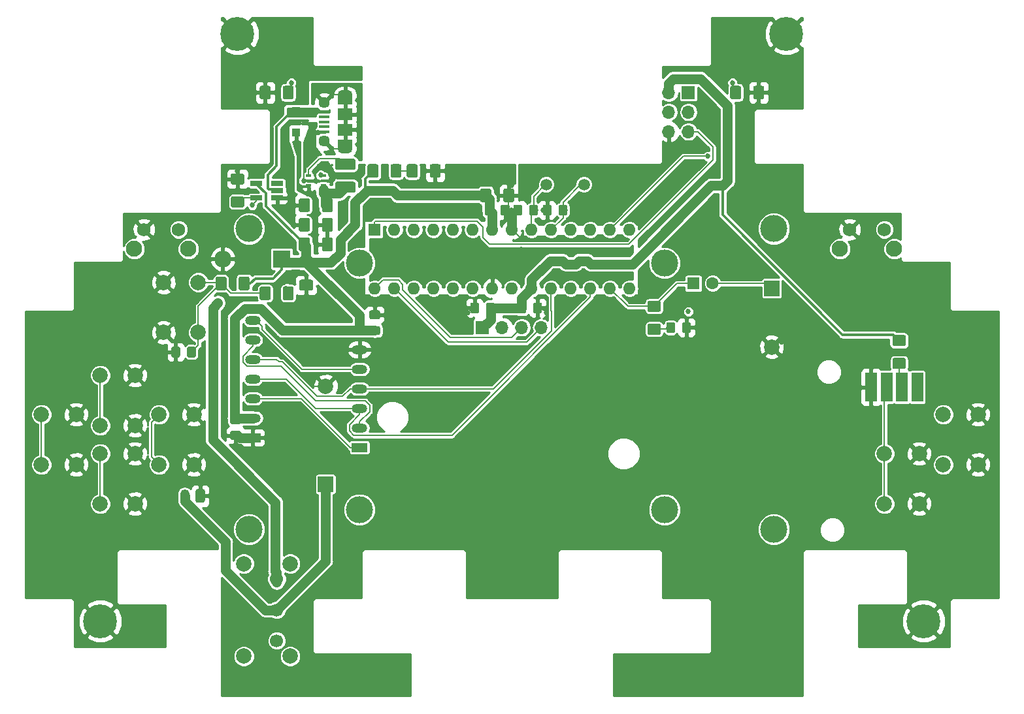
<source format=gbr>
G04 #@! TF.GenerationSoftware,KiCad,Pcbnew,5.0.2-bee76a0~70~ubuntu18.04.1*
G04 #@! TF.CreationDate,2019-06-22T03:36:54+02:00*
G04 #@! TF.ProjectId,invaders,696e7661-6465-4727-932e-6b696361645f,rev?*
G04 #@! TF.SameCoordinates,Original*
G04 #@! TF.FileFunction,Copper,L2,Bot*
G04 #@! TF.FilePolarity,Positive*
%FSLAX46Y46*%
G04 Gerber Fmt 4.6, Leading zero omitted, Abs format (unit mm)*
G04 Created by KiCad (PCBNEW 5.0.2-bee76a0~70~ubuntu18.04.1) date lø. 22. juni 2019 kl. 03.36 +0200*
%MOMM*%
%LPD*%
G01*
G04 APERTURE LIST*
G04 #@! TA.AperFunction,ComponentPad*
%ADD10C,2.000000*%
G04 #@! TD*
G04 #@! TA.AperFunction,ComponentPad*
%ADD11C,1.700000*%
G04 #@! TD*
G04 #@! TA.AperFunction,ComponentPad*
%ADD12R,2.000000X1.200000*%
G04 #@! TD*
G04 #@! TA.AperFunction,ComponentPad*
%ADD13O,2.000000X1.200000*%
G04 #@! TD*
G04 #@! TA.AperFunction,WasherPad*
%ADD14C,3.500000*%
G04 #@! TD*
G04 #@! TA.AperFunction,Conductor*
%ADD15C,0.100000*%
G04 #@! TD*
G04 #@! TA.AperFunction,SMDPad,CuDef*
%ADD16C,1.150000*%
G04 #@! TD*
G04 #@! TA.AperFunction,ComponentPad*
%ADD17C,0.700000*%
G04 #@! TD*
G04 #@! TA.AperFunction,ComponentPad*
%ADD18C,4.400000*%
G04 #@! TD*
G04 #@! TA.AperFunction,SMDPad,CuDef*
%ADD19C,1.425000*%
G04 #@! TD*
G04 #@! TA.AperFunction,ComponentPad*
%ADD20O,1.700000X1.700000*%
G04 #@! TD*
G04 #@! TA.AperFunction,ComponentPad*
%ADD21R,1.700000X1.700000*%
G04 #@! TD*
G04 #@! TA.AperFunction,SMDPad,CuDef*
%ADD22R,1.100000X1.100000*%
G04 #@! TD*
G04 #@! TA.AperFunction,ComponentPad*
%ADD23O,2.200000X2.200000*%
G04 #@! TD*
G04 #@! TA.AperFunction,ComponentPad*
%ADD24R,2.200000X2.200000*%
G04 #@! TD*
G04 #@! TA.AperFunction,ComponentPad*
%ADD25R,2.000000X2.000000*%
G04 #@! TD*
G04 #@! TA.AperFunction,ComponentPad*
%ADD26C,1.600000*%
G04 #@! TD*
G04 #@! TA.AperFunction,ComponentPad*
%ADD27R,1.600000X1.600000*%
G04 #@! TD*
G04 #@! TA.AperFunction,SMDPad,CuDef*
%ADD28R,1.900000X1.200000*%
G04 #@! TD*
G04 #@! TA.AperFunction,ComponentPad*
%ADD29O,1.900000X1.200000*%
G04 #@! TD*
G04 #@! TA.AperFunction,SMDPad,CuDef*
%ADD30R,1.900000X1.500000*%
G04 #@! TD*
G04 #@! TA.AperFunction,ComponentPad*
%ADD31C,1.450000*%
G04 #@! TD*
G04 #@! TA.AperFunction,SMDPad,CuDef*
%ADD32R,1.350000X0.400000*%
G04 #@! TD*
G04 #@! TA.AperFunction,SMDPad,CuDef*
%ADD33R,1.560000X0.650000*%
G04 #@! TD*
G04 #@! TA.AperFunction,ComponentPad*
%ADD34O,1.200000X1.750000*%
G04 #@! TD*
G04 #@! TA.AperFunction,ComponentPad*
%ADD35C,1.200000*%
G04 #@! TD*
G04 #@! TA.AperFunction,SMDPad,CuDef*
%ADD36R,0.650000X0.400000*%
G04 #@! TD*
G04 #@! TA.AperFunction,ComponentPad*
%ADD37R,1.524000X3.800000*%
G04 #@! TD*
G04 #@! TA.AperFunction,ComponentPad*
%ADD38C,1.500000*%
G04 #@! TD*
G04 #@! TA.AperFunction,ComponentPad*
%ADD39O,1.600000X1.600000*%
G04 #@! TD*
G04 #@! TA.AperFunction,ComponentPad*
%ADD40C,2.100000*%
G04 #@! TD*
G04 #@! TA.AperFunction,ComponentPad*
%ADD41C,1.750000*%
G04 #@! TD*
G04 #@! TA.AperFunction,ViaPad*
%ADD42C,0.685800*%
G04 #@! TD*
G04 #@! TA.AperFunction,Conductor*
%ADD43C,0.203200*%
G04 #@! TD*
G04 #@! TA.AperFunction,Conductor*
%ADD44C,1.270000*%
G04 #@! TD*
G04 #@! TA.AperFunction,Conductor*
%ADD45C,0.304800*%
G04 #@! TD*
G04 #@! TA.AperFunction,Conductor*
%ADD46C,0.152400*%
G04 #@! TD*
G04 #@! TA.AperFunction,Conductor*
%ADD47C,0.254000*%
G04 #@! TD*
G04 APERTURE END LIST*
D10*
G04 #@! TO.P,SW10,*
G04 #@! TO.N,*
X53820000Y-159480000D03*
X53820000Y-147480000D03*
X47820000Y-147480000D03*
X47820000Y-159480000D03*
D11*
G04 #@! TO.P,SW10,1*
G04 #@! TO.N,Net-(SW10-Pad1)*
X52070000Y-157480000D03*
G04 #@! TO.P,SW10,2*
G04 #@! TO.N,/BATT_IN*
X52070000Y-153480000D03*
G04 #@! TO.P,SW10,3*
G04 #@! TO.N,+BATT*
X52070000Y-149480000D03*
G04 #@! TD*
D12*
G04 #@! TO.P,D2,1*
G04 #@! TO.N,Earth*
X48982000Y-131138000D03*
D13*
G04 #@! TO.P,D2,2*
G04 #@! TO.N,+5V*
X48982000Y-128598000D03*
G04 #@! TO.P,D2,3*
G04 #@! TO.N,/Panel_RST*
X48982000Y-126058000D03*
G04 #@! TO.P,D2,4*
G04 #@! TO.N,/MOSI*
X48982000Y-123518000D03*
G04 #@! TO.P,D2,5*
G04 #@! TO.N,/SCK*
X48982000Y-120978000D03*
G04 #@! TO.P,D2,6*
G04 #@! TO.N,/Panel_DataCmd*
X48982000Y-118438000D03*
G04 #@! TO.P,D2,7*
G04 #@! TO.N,/Panel_CS*
X48982000Y-115898000D03*
D14*
G04 #@! TO.P,D2,*
G04 #@! TO.N,*
X48482000Y-143018000D03*
X48482000Y-104018000D03*
X116482000Y-143018000D03*
X116482000Y-104018000D03*
G04 #@! TD*
G04 #@! TO.P,D8,*
G04 #@! TO.N,*
X102300000Y-108460000D03*
X102300000Y-140460000D03*
X62800000Y-108460000D03*
X62800000Y-140460000D03*
D13*
G04 #@! TO.P,D8,7*
G04 #@! TO.N,+5V*
X62800000Y-117168000D03*
G04 #@! TO.P,D8,6*
G04 #@! TO.N,Earth*
X62800000Y-119708000D03*
G04 #@! TO.P,D8,5*
G04 #@! TO.N,/Panel_CS*
X62800000Y-122248000D03*
G04 #@! TO.P,D8,4*
G04 #@! TO.N,/SCK*
X62800000Y-124788000D03*
G04 #@! TO.P,D8,3*
G04 #@! TO.N,/MOSI*
X62800000Y-127328000D03*
G04 #@! TO.P,D8,2*
G04 #@! TO.N,/Panel_DataCmd*
X62800000Y-129868000D03*
D12*
G04 #@! TO.P,D8,1*
G04 #@! TO.N,/Panel_RST*
X62800000Y-132408000D03*
G04 #@! TD*
D15*
G04 #@! TO.N,+5V*
G04 #@! TO.C,C14*
G36*
X65244505Y-116656204D02*
X65268773Y-116659804D01*
X65292572Y-116665765D01*
X65315671Y-116674030D01*
X65337850Y-116684520D01*
X65358893Y-116697132D01*
X65378599Y-116711747D01*
X65396777Y-116728223D01*
X65413253Y-116746401D01*
X65427868Y-116766107D01*
X65440480Y-116787150D01*
X65450970Y-116809329D01*
X65459235Y-116832428D01*
X65465196Y-116856227D01*
X65468796Y-116880495D01*
X65470000Y-116904999D01*
X65470000Y-117555001D01*
X65468796Y-117579505D01*
X65465196Y-117603773D01*
X65459235Y-117627572D01*
X65450970Y-117650671D01*
X65440480Y-117672850D01*
X65427868Y-117693893D01*
X65413253Y-117713599D01*
X65396777Y-117731777D01*
X65378599Y-117748253D01*
X65358893Y-117762868D01*
X65337850Y-117775480D01*
X65315671Y-117785970D01*
X65292572Y-117794235D01*
X65268773Y-117800196D01*
X65244505Y-117803796D01*
X65220001Y-117805000D01*
X64319999Y-117805000D01*
X64295495Y-117803796D01*
X64271227Y-117800196D01*
X64247428Y-117794235D01*
X64224329Y-117785970D01*
X64202150Y-117775480D01*
X64181107Y-117762868D01*
X64161401Y-117748253D01*
X64143223Y-117731777D01*
X64126747Y-117713599D01*
X64112132Y-117693893D01*
X64099520Y-117672850D01*
X64089030Y-117650671D01*
X64080765Y-117627572D01*
X64074804Y-117603773D01*
X64071204Y-117579505D01*
X64070000Y-117555001D01*
X64070000Y-116904999D01*
X64071204Y-116880495D01*
X64074804Y-116856227D01*
X64080765Y-116832428D01*
X64089030Y-116809329D01*
X64099520Y-116787150D01*
X64112132Y-116766107D01*
X64126747Y-116746401D01*
X64143223Y-116728223D01*
X64161401Y-116711747D01*
X64181107Y-116697132D01*
X64202150Y-116684520D01*
X64224329Y-116674030D01*
X64247428Y-116665765D01*
X64271227Y-116659804D01*
X64295495Y-116656204D01*
X64319999Y-116655000D01*
X65220001Y-116655000D01*
X65244505Y-116656204D01*
X65244505Y-116656204D01*
G37*
D16*
G04 #@! TD*
G04 #@! TO.P,C14,2*
G04 #@! TO.N,+5V*
X64770000Y-117230000D03*
D15*
G04 #@! TO.N,Earth*
G04 #@! TO.C,C14*
G36*
X65244505Y-114606204D02*
X65268773Y-114609804D01*
X65292572Y-114615765D01*
X65315671Y-114624030D01*
X65337850Y-114634520D01*
X65358893Y-114647132D01*
X65378599Y-114661747D01*
X65396777Y-114678223D01*
X65413253Y-114696401D01*
X65427868Y-114716107D01*
X65440480Y-114737150D01*
X65450970Y-114759329D01*
X65459235Y-114782428D01*
X65465196Y-114806227D01*
X65468796Y-114830495D01*
X65470000Y-114854999D01*
X65470000Y-115505001D01*
X65468796Y-115529505D01*
X65465196Y-115553773D01*
X65459235Y-115577572D01*
X65450970Y-115600671D01*
X65440480Y-115622850D01*
X65427868Y-115643893D01*
X65413253Y-115663599D01*
X65396777Y-115681777D01*
X65378599Y-115698253D01*
X65358893Y-115712868D01*
X65337850Y-115725480D01*
X65315671Y-115735970D01*
X65292572Y-115744235D01*
X65268773Y-115750196D01*
X65244505Y-115753796D01*
X65220001Y-115755000D01*
X64319999Y-115755000D01*
X64295495Y-115753796D01*
X64271227Y-115750196D01*
X64247428Y-115744235D01*
X64224329Y-115735970D01*
X64202150Y-115725480D01*
X64181107Y-115712868D01*
X64161401Y-115698253D01*
X64143223Y-115681777D01*
X64126747Y-115663599D01*
X64112132Y-115643893D01*
X64099520Y-115622850D01*
X64089030Y-115600671D01*
X64080765Y-115577572D01*
X64074804Y-115553773D01*
X64071204Y-115529505D01*
X64070000Y-115505001D01*
X64070000Y-114854999D01*
X64071204Y-114830495D01*
X64074804Y-114806227D01*
X64080765Y-114782428D01*
X64089030Y-114759329D01*
X64099520Y-114737150D01*
X64112132Y-114716107D01*
X64126747Y-114696401D01*
X64143223Y-114678223D01*
X64161401Y-114661747D01*
X64181107Y-114647132D01*
X64202150Y-114634520D01*
X64224329Y-114624030D01*
X64247428Y-114615765D01*
X64271227Y-114609804D01*
X64295495Y-114606204D01*
X64319999Y-114605000D01*
X65220001Y-114605000D01*
X65244505Y-114606204D01*
X65244505Y-114606204D01*
G37*
D16*
G04 #@! TD*
G04 #@! TO.P,C14,1*
G04 #@! TO.N,Earth*
X64770000Y-115180000D03*
D15*
G04 #@! TO.N,/XTAL2*
G04 #@! TO.C,C11*
G36*
X89512505Y-100901204D02*
X89536773Y-100904804D01*
X89560572Y-100910765D01*
X89583671Y-100919030D01*
X89605850Y-100929520D01*
X89626893Y-100942132D01*
X89646599Y-100956747D01*
X89664777Y-100973223D01*
X89681253Y-100991401D01*
X89695868Y-101011107D01*
X89708480Y-101032150D01*
X89718970Y-101054329D01*
X89727235Y-101077428D01*
X89733196Y-101101227D01*
X89736796Y-101125495D01*
X89738000Y-101149999D01*
X89738000Y-102050001D01*
X89736796Y-102074505D01*
X89733196Y-102098773D01*
X89727235Y-102122572D01*
X89718970Y-102145671D01*
X89708480Y-102167850D01*
X89695868Y-102188893D01*
X89681253Y-102208599D01*
X89664777Y-102226777D01*
X89646599Y-102243253D01*
X89626893Y-102257868D01*
X89605850Y-102270480D01*
X89583671Y-102280970D01*
X89560572Y-102289235D01*
X89536773Y-102295196D01*
X89512505Y-102298796D01*
X89488001Y-102300000D01*
X88837999Y-102300000D01*
X88813495Y-102298796D01*
X88789227Y-102295196D01*
X88765428Y-102289235D01*
X88742329Y-102280970D01*
X88720150Y-102270480D01*
X88699107Y-102257868D01*
X88679401Y-102243253D01*
X88661223Y-102226777D01*
X88644747Y-102208599D01*
X88630132Y-102188893D01*
X88617520Y-102167850D01*
X88607030Y-102145671D01*
X88598765Y-102122572D01*
X88592804Y-102098773D01*
X88589204Y-102074505D01*
X88588000Y-102050001D01*
X88588000Y-101149999D01*
X88589204Y-101125495D01*
X88592804Y-101101227D01*
X88598765Y-101077428D01*
X88607030Y-101054329D01*
X88617520Y-101032150D01*
X88630132Y-101011107D01*
X88644747Y-100991401D01*
X88661223Y-100973223D01*
X88679401Y-100956747D01*
X88699107Y-100942132D01*
X88720150Y-100929520D01*
X88742329Y-100919030D01*
X88765428Y-100910765D01*
X88789227Y-100904804D01*
X88813495Y-100901204D01*
X88837999Y-100900000D01*
X89488001Y-100900000D01*
X89512505Y-100901204D01*
X89512505Y-100901204D01*
G37*
D16*
G04 #@! TD*
G04 #@! TO.P,C11,2*
G04 #@! TO.N,/XTAL2*
X89163000Y-101600000D03*
D15*
G04 #@! TO.N,Earth*
G04 #@! TO.C,C11*
G36*
X87462505Y-100901204D02*
X87486773Y-100904804D01*
X87510572Y-100910765D01*
X87533671Y-100919030D01*
X87555850Y-100929520D01*
X87576893Y-100942132D01*
X87596599Y-100956747D01*
X87614777Y-100973223D01*
X87631253Y-100991401D01*
X87645868Y-101011107D01*
X87658480Y-101032150D01*
X87668970Y-101054329D01*
X87677235Y-101077428D01*
X87683196Y-101101227D01*
X87686796Y-101125495D01*
X87688000Y-101149999D01*
X87688000Y-102050001D01*
X87686796Y-102074505D01*
X87683196Y-102098773D01*
X87677235Y-102122572D01*
X87668970Y-102145671D01*
X87658480Y-102167850D01*
X87645868Y-102188893D01*
X87631253Y-102208599D01*
X87614777Y-102226777D01*
X87596599Y-102243253D01*
X87576893Y-102257868D01*
X87555850Y-102270480D01*
X87533671Y-102280970D01*
X87510572Y-102289235D01*
X87486773Y-102295196D01*
X87462505Y-102298796D01*
X87438001Y-102300000D01*
X86787999Y-102300000D01*
X86763495Y-102298796D01*
X86739227Y-102295196D01*
X86715428Y-102289235D01*
X86692329Y-102280970D01*
X86670150Y-102270480D01*
X86649107Y-102257868D01*
X86629401Y-102243253D01*
X86611223Y-102226777D01*
X86594747Y-102208599D01*
X86580132Y-102188893D01*
X86567520Y-102167850D01*
X86557030Y-102145671D01*
X86548765Y-102122572D01*
X86542804Y-102098773D01*
X86539204Y-102074505D01*
X86538000Y-102050001D01*
X86538000Y-101149999D01*
X86539204Y-101125495D01*
X86542804Y-101101227D01*
X86548765Y-101077428D01*
X86557030Y-101054329D01*
X86567520Y-101032150D01*
X86580132Y-101011107D01*
X86594747Y-100991401D01*
X86611223Y-100973223D01*
X86629401Y-100956747D01*
X86649107Y-100942132D01*
X86670150Y-100929520D01*
X86692329Y-100919030D01*
X86715428Y-100910765D01*
X86739227Y-100904804D01*
X86763495Y-100901204D01*
X86787999Y-100900000D01*
X87438001Y-100900000D01*
X87462505Y-100901204D01*
X87462505Y-100901204D01*
G37*
D16*
G04 #@! TD*
G04 #@! TO.P,C11,1*
G04 #@! TO.N,Earth*
X87113000Y-101600000D03*
D17*
G04 #@! TO.P,H3,1*
G04 #@! TO.N,Earth*
X30376726Y-153773274D03*
X29210000Y-153290000D03*
X28043274Y-153773274D03*
X27560000Y-154940000D03*
X28043274Y-156106726D03*
X29210000Y-156590000D03*
X30376726Y-156106726D03*
X30860000Y-154940000D03*
D18*
X29210000Y-154940000D03*
G04 #@! TD*
D17*
G04 #@! TO.P,H2,1*
G04 #@! TO.N,Earth*
X119276726Y-77573274D03*
X118110000Y-77090000D03*
X116943274Y-77573274D03*
X116460000Y-78740000D03*
X116943274Y-79906726D03*
X118110000Y-80390000D03*
X119276726Y-79906726D03*
X119760000Y-78740000D03*
D18*
X118110000Y-78740000D03*
G04 #@! TD*
D17*
G04 #@! TO.P,H4,1*
G04 #@! TO.N,Earth*
X137056726Y-153773274D03*
X135890000Y-153290000D03*
X134723274Y-153773274D03*
X134240000Y-154940000D03*
X134723274Y-156106726D03*
X135890000Y-156590000D03*
X137056726Y-156106726D03*
X137540000Y-154940000D03*
D18*
X135890000Y-154940000D03*
G04 #@! TD*
D17*
G04 #@! TO.P,H1,1*
G04 #@! TO.N,Earth*
X48156726Y-77573274D03*
X46990000Y-77090000D03*
X45823274Y-77573274D03*
X45340000Y-78740000D03*
X45823274Y-79906726D03*
X46990000Y-80390000D03*
X48156726Y-79906726D03*
X48640000Y-78740000D03*
D18*
X46990000Y-78740000D03*
G04 #@! TD*
D15*
G04 #@! TO.N,+5V*
G04 #@! TO.C,R8*
G36*
X133364504Y-117816204D02*
X133388773Y-117819804D01*
X133412571Y-117825765D01*
X133435671Y-117834030D01*
X133457849Y-117844520D01*
X133478893Y-117857133D01*
X133498598Y-117871747D01*
X133516777Y-117888223D01*
X133533253Y-117906402D01*
X133547867Y-117926107D01*
X133560480Y-117947151D01*
X133570970Y-117969329D01*
X133579235Y-117992429D01*
X133585196Y-118016227D01*
X133588796Y-118040496D01*
X133590000Y-118065000D01*
X133590000Y-118990000D01*
X133588796Y-119014504D01*
X133585196Y-119038773D01*
X133579235Y-119062571D01*
X133570970Y-119085671D01*
X133560480Y-119107849D01*
X133547867Y-119128893D01*
X133533253Y-119148598D01*
X133516777Y-119166777D01*
X133498598Y-119183253D01*
X133478893Y-119197867D01*
X133457849Y-119210480D01*
X133435671Y-119220970D01*
X133412571Y-119229235D01*
X133388773Y-119235196D01*
X133364504Y-119238796D01*
X133340000Y-119240000D01*
X132090000Y-119240000D01*
X132065496Y-119238796D01*
X132041227Y-119235196D01*
X132017429Y-119229235D01*
X131994329Y-119220970D01*
X131972151Y-119210480D01*
X131951107Y-119197867D01*
X131931402Y-119183253D01*
X131913223Y-119166777D01*
X131896747Y-119148598D01*
X131882133Y-119128893D01*
X131869520Y-119107849D01*
X131859030Y-119085671D01*
X131850765Y-119062571D01*
X131844804Y-119038773D01*
X131841204Y-119014504D01*
X131840000Y-118990000D01*
X131840000Y-118065000D01*
X131841204Y-118040496D01*
X131844804Y-118016227D01*
X131850765Y-117992429D01*
X131859030Y-117969329D01*
X131869520Y-117947151D01*
X131882133Y-117926107D01*
X131896747Y-117906402D01*
X131913223Y-117888223D01*
X131931402Y-117871747D01*
X131951107Y-117857133D01*
X131972151Y-117844520D01*
X131994329Y-117834030D01*
X132017429Y-117825765D01*
X132041227Y-117819804D01*
X132065496Y-117816204D01*
X132090000Y-117815000D01*
X133340000Y-117815000D01*
X133364504Y-117816204D01*
X133364504Y-117816204D01*
G37*
D19*
G04 #@! TD*
G04 #@! TO.P,R8,2*
G04 #@! TO.N,+5V*
X132715000Y-118527500D03*
D15*
G04 #@! TO.N,Net-(JS1-Pad2)*
G04 #@! TO.C,R8*
G36*
X133364504Y-120791204D02*
X133388773Y-120794804D01*
X133412571Y-120800765D01*
X133435671Y-120809030D01*
X133457849Y-120819520D01*
X133478893Y-120832133D01*
X133498598Y-120846747D01*
X133516777Y-120863223D01*
X133533253Y-120881402D01*
X133547867Y-120901107D01*
X133560480Y-120922151D01*
X133570970Y-120944329D01*
X133579235Y-120967429D01*
X133585196Y-120991227D01*
X133588796Y-121015496D01*
X133590000Y-121040000D01*
X133590000Y-121965000D01*
X133588796Y-121989504D01*
X133585196Y-122013773D01*
X133579235Y-122037571D01*
X133570970Y-122060671D01*
X133560480Y-122082849D01*
X133547867Y-122103893D01*
X133533253Y-122123598D01*
X133516777Y-122141777D01*
X133498598Y-122158253D01*
X133478893Y-122172867D01*
X133457849Y-122185480D01*
X133435671Y-122195970D01*
X133412571Y-122204235D01*
X133388773Y-122210196D01*
X133364504Y-122213796D01*
X133340000Y-122215000D01*
X132090000Y-122215000D01*
X132065496Y-122213796D01*
X132041227Y-122210196D01*
X132017429Y-122204235D01*
X131994329Y-122195970D01*
X131972151Y-122185480D01*
X131951107Y-122172867D01*
X131931402Y-122158253D01*
X131913223Y-122141777D01*
X131896747Y-122123598D01*
X131882133Y-122103893D01*
X131869520Y-122082849D01*
X131859030Y-122060671D01*
X131850765Y-122037571D01*
X131844804Y-122013773D01*
X131841204Y-121989504D01*
X131840000Y-121965000D01*
X131840000Y-121040000D01*
X131841204Y-121015496D01*
X131844804Y-120991227D01*
X131850765Y-120967429D01*
X131859030Y-120944329D01*
X131869520Y-120922151D01*
X131882133Y-120901107D01*
X131896747Y-120881402D01*
X131913223Y-120863223D01*
X131931402Y-120846747D01*
X131951107Y-120832133D01*
X131972151Y-120819520D01*
X131994329Y-120809030D01*
X132017429Y-120800765D01*
X132041227Y-120794804D01*
X132065496Y-120791204D01*
X132090000Y-120790000D01*
X133340000Y-120790000D01*
X133364504Y-120791204D01*
X133364504Y-120791204D01*
G37*
D19*
G04 #@! TD*
G04 #@! TO.P,R8,1*
G04 #@! TO.N,Net-(JS1-Pad2)*
X132715000Y-121502500D03*
D15*
G04 #@! TO.N,Earth*
G04 #@! TO.C,R5*
G36*
X115004504Y-85486204D02*
X115028773Y-85489804D01*
X115052571Y-85495765D01*
X115075671Y-85504030D01*
X115097849Y-85514520D01*
X115118893Y-85527133D01*
X115138598Y-85541747D01*
X115156777Y-85558223D01*
X115173253Y-85576402D01*
X115187867Y-85596107D01*
X115200480Y-85617151D01*
X115210970Y-85639329D01*
X115219235Y-85662429D01*
X115225196Y-85686227D01*
X115228796Y-85710496D01*
X115230000Y-85735000D01*
X115230000Y-86985000D01*
X115228796Y-87009504D01*
X115225196Y-87033773D01*
X115219235Y-87057571D01*
X115210970Y-87080671D01*
X115200480Y-87102849D01*
X115187867Y-87123893D01*
X115173253Y-87143598D01*
X115156777Y-87161777D01*
X115138598Y-87178253D01*
X115118893Y-87192867D01*
X115097849Y-87205480D01*
X115075671Y-87215970D01*
X115052571Y-87224235D01*
X115028773Y-87230196D01*
X115004504Y-87233796D01*
X114980000Y-87235000D01*
X114055000Y-87235000D01*
X114030496Y-87233796D01*
X114006227Y-87230196D01*
X113982429Y-87224235D01*
X113959329Y-87215970D01*
X113937151Y-87205480D01*
X113916107Y-87192867D01*
X113896402Y-87178253D01*
X113878223Y-87161777D01*
X113861747Y-87143598D01*
X113847133Y-87123893D01*
X113834520Y-87102849D01*
X113824030Y-87080671D01*
X113815765Y-87057571D01*
X113809804Y-87033773D01*
X113806204Y-87009504D01*
X113805000Y-86985000D01*
X113805000Y-85735000D01*
X113806204Y-85710496D01*
X113809804Y-85686227D01*
X113815765Y-85662429D01*
X113824030Y-85639329D01*
X113834520Y-85617151D01*
X113847133Y-85596107D01*
X113861747Y-85576402D01*
X113878223Y-85558223D01*
X113896402Y-85541747D01*
X113916107Y-85527133D01*
X113937151Y-85514520D01*
X113959329Y-85504030D01*
X113982429Y-85495765D01*
X114006227Y-85489804D01*
X114030496Y-85486204D01*
X114055000Y-85485000D01*
X114980000Y-85485000D01*
X115004504Y-85486204D01*
X115004504Y-85486204D01*
G37*
D19*
G04 #@! TD*
G04 #@! TO.P,R5,2*
G04 #@! TO.N,Earth*
X114517500Y-86360000D03*
D15*
G04 #@! TO.N,Net-(D6-Pad1)*
G04 #@! TO.C,R5*
G36*
X112029504Y-85486204D02*
X112053773Y-85489804D01*
X112077571Y-85495765D01*
X112100671Y-85504030D01*
X112122849Y-85514520D01*
X112143893Y-85527133D01*
X112163598Y-85541747D01*
X112181777Y-85558223D01*
X112198253Y-85576402D01*
X112212867Y-85596107D01*
X112225480Y-85617151D01*
X112235970Y-85639329D01*
X112244235Y-85662429D01*
X112250196Y-85686227D01*
X112253796Y-85710496D01*
X112255000Y-85735000D01*
X112255000Y-86985000D01*
X112253796Y-87009504D01*
X112250196Y-87033773D01*
X112244235Y-87057571D01*
X112235970Y-87080671D01*
X112225480Y-87102849D01*
X112212867Y-87123893D01*
X112198253Y-87143598D01*
X112181777Y-87161777D01*
X112163598Y-87178253D01*
X112143893Y-87192867D01*
X112122849Y-87205480D01*
X112100671Y-87215970D01*
X112077571Y-87224235D01*
X112053773Y-87230196D01*
X112029504Y-87233796D01*
X112005000Y-87235000D01*
X111080000Y-87235000D01*
X111055496Y-87233796D01*
X111031227Y-87230196D01*
X111007429Y-87224235D01*
X110984329Y-87215970D01*
X110962151Y-87205480D01*
X110941107Y-87192867D01*
X110921402Y-87178253D01*
X110903223Y-87161777D01*
X110886747Y-87143598D01*
X110872133Y-87123893D01*
X110859520Y-87102849D01*
X110849030Y-87080671D01*
X110840765Y-87057571D01*
X110834804Y-87033773D01*
X110831204Y-87009504D01*
X110830000Y-86985000D01*
X110830000Y-85735000D01*
X110831204Y-85710496D01*
X110834804Y-85686227D01*
X110840765Y-85662429D01*
X110849030Y-85639329D01*
X110859520Y-85617151D01*
X110872133Y-85596107D01*
X110886747Y-85576402D01*
X110903223Y-85558223D01*
X110921402Y-85541747D01*
X110941107Y-85527133D01*
X110962151Y-85514520D01*
X110984329Y-85504030D01*
X111007429Y-85495765D01*
X111031227Y-85489804D01*
X111055496Y-85486204D01*
X111080000Y-85485000D01*
X112005000Y-85485000D01*
X112029504Y-85486204D01*
X112029504Y-85486204D01*
G37*
D19*
G04 #@! TD*
G04 #@! TO.P,R5,1*
G04 #@! TO.N,Net-(D6-Pad1)*
X111542500Y-86360000D03*
D15*
G04 #@! TO.N,Earth*
G04 #@! TO.C,R7*
G36*
X51069504Y-85486204D02*
X51093773Y-85489804D01*
X51117571Y-85495765D01*
X51140671Y-85504030D01*
X51162849Y-85514520D01*
X51183893Y-85527133D01*
X51203598Y-85541747D01*
X51221777Y-85558223D01*
X51238253Y-85576402D01*
X51252867Y-85596107D01*
X51265480Y-85617151D01*
X51275970Y-85639329D01*
X51284235Y-85662429D01*
X51290196Y-85686227D01*
X51293796Y-85710496D01*
X51295000Y-85735000D01*
X51295000Y-86985000D01*
X51293796Y-87009504D01*
X51290196Y-87033773D01*
X51284235Y-87057571D01*
X51275970Y-87080671D01*
X51265480Y-87102849D01*
X51252867Y-87123893D01*
X51238253Y-87143598D01*
X51221777Y-87161777D01*
X51203598Y-87178253D01*
X51183893Y-87192867D01*
X51162849Y-87205480D01*
X51140671Y-87215970D01*
X51117571Y-87224235D01*
X51093773Y-87230196D01*
X51069504Y-87233796D01*
X51045000Y-87235000D01*
X50120000Y-87235000D01*
X50095496Y-87233796D01*
X50071227Y-87230196D01*
X50047429Y-87224235D01*
X50024329Y-87215970D01*
X50002151Y-87205480D01*
X49981107Y-87192867D01*
X49961402Y-87178253D01*
X49943223Y-87161777D01*
X49926747Y-87143598D01*
X49912133Y-87123893D01*
X49899520Y-87102849D01*
X49889030Y-87080671D01*
X49880765Y-87057571D01*
X49874804Y-87033773D01*
X49871204Y-87009504D01*
X49870000Y-86985000D01*
X49870000Y-85735000D01*
X49871204Y-85710496D01*
X49874804Y-85686227D01*
X49880765Y-85662429D01*
X49889030Y-85639329D01*
X49899520Y-85617151D01*
X49912133Y-85596107D01*
X49926747Y-85576402D01*
X49943223Y-85558223D01*
X49961402Y-85541747D01*
X49981107Y-85527133D01*
X50002151Y-85514520D01*
X50024329Y-85504030D01*
X50047429Y-85495765D01*
X50071227Y-85489804D01*
X50095496Y-85486204D01*
X50120000Y-85485000D01*
X51045000Y-85485000D01*
X51069504Y-85486204D01*
X51069504Y-85486204D01*
G37*
D19*
G04 #@! TD*
G04 #@! TO.P,R7,2*
G04 #@! TO.N,Earth*
X50582500Y-86360000D03*
D15*
G04 #@! TO.N,Net-(D7-Pad1)*
G04 #@! TO.C,R7*
G36*
X54044504Y-85486204D02*
X54068773Y-85489804D01*
X54092571Y-85495765D01*
X54115671Y-85504030D01*
X54137849Y-85514520D01*
X54158893Y-85527133D01*
X54178598Y-85541747D01*
X54196777Y-85558223D01*
X54213253Y-85576402D01*
X54227867Y-85596107D01*
X54240480Y-85617151D01*
X54250970Y-85639329D01*
X54259235Y-85662429D01*
X54265196Y-85686227D01*
X54268796Y-85710496D01*
X54270000Y-85735000D01*
X54270000Y-86985000D01*
X54268796Y-87009504D01*
X54265196Y-87033773D01*
X54259235Y-87057571D01*
X54250970Y-87080671D01*
X54240480Y-87102849D01*
X54227867Y-87123893D01*
X54213253Y-87143598D01*
X54196777Y-87161777D01*
X54178598Y-87178253D01*
X54158893Y-87192867D01*
X54137849Y-87205480D01*
X54115671Y-87215970D01*
X54092571Y-87224235D01*
X54068773Y-87230196D01*
X54044504Y-87233796D01*
X54020000Y-87235000D01*
X53095000Y-87235000D01*
X53070496Y-87233796D01*
X53046227Y-87230196D01*
X53022429Y-87224235D01*
X52999329Y-87215970D01*
X52977151Y-87205480D01*
X52956107Y-87192867D01*
X52936402Y-87178253D01*
X52918223Y-87161777D01*
X52901747Y-87143598D01*
X52887133Y-87123893D01*
X52874520Y-87102849D01*
X52864030Y-87080671D01*
X52855765Y-87057571D01*
X52849804Y-87033773D01*
X52846204Y-87009504D01*
X52845000Y-86985000D01*
X52845000Y-85735000D01*
X52846204Y-85710496D01*
X52849804Y-85686227D01*
X52855765Y-85662429D01*
X52864030Y-85639329D01*
X52874520Y-85617151D01*
X52887133Y-85596107D01*
X52901747Y-85576402D01*
X52918223Y-85558223D01*
X52936402Y-85541747D01*
X52956107Y-85527133D01*
X52977151Y-85514520D01*
X52999329Y-85504030D01*
X53022429Y-85495765D01*
X53046227Y-85489804D01*
X53070496Y-85486204D01*
X53095000Y-85485000D01*
X54020000Y-85485000D01*
X54044504Y-85486204D01*
X54044504Y-85486204D01*
G37*
D19*
G04 #@! TD*
G04 #@! TO.P,R7,1*
G04 #@! TO.N,Net-(D7-Pad1)*
X53557500Y-86360000D03*
D20*
G04 #@! TO.P,J2,6*
G04 #@! TO.N,Earth*
X102870000Y-91440000D03*
G04 #@! TO.P,J2,5*
G04 #@! TO.N,/~RST*
X105410000Y-91440000D03*
G04 #@! TO.P,J2,4*
G04 #@! TO.N,/MOSI*
X102870000Y-88900000D03*
G04 #@! TO.P,J2,3*
G04 #@! TO.N,/SCK*
X105410000Y-88900000D03*
G04 #@! TO.P,J2,2*
G04 #@! TO.N,+5V*
X102870000Y-86360000D03*
D21*
G04 #@! TO.P,J2,1*
G04 #@! TO.N,/MISO*
X105410000Y-86360000D03*
G04 #@! TD*
D15*
G04 #@! TO.N,Earth*
G04 #@! TO.C,C13*
G36*
X86219505Y-113601204D02*
X86243773Y-113604804D01*
X86267572Y-113610765D01*
X86290671Y-113619030D01*
X86312850Y-113629520D01*
X86333893Y-113642132D01*
X86353599Y-113656747D01*
X86371777Y-113673223D01*
X86388253Y-113691401D01*
X86402868Y-113711107D01*
X86415480Y-113732150D01*
X86425970Y-113754329D01*
X86434235Y-113777428D01*
X86440196Y-113801227D01*
X86443796Y-113825495D01*
X86445000Y-113849999D01*
X86445000Y-114750001D01*
X86443796Y-114774505D01*
X86440196Y-114798773D01*
X86434235Y-114822572D01*
X86425970Y-114845671D01*
X86415480Y-114867850D01*
X86402868Y-114888893D01*
X86388253Y-114908599D01*
X86371777Y-114926777D01*
X86353599Y-114943253D01*
X86333893Y-114957868D01*
X86312850Y-114970480D01*
X86290671Y-114980970D01*
X86267572Y-114989235D01*
X86243773Y-114995196D01*
X86219505Y-114998796D01*
X86195001Y-115000000D01*
X85544999Y-115000000D01*
X85520495Y-114998796D01*
X85496227Y-114995196D01*
X85472428Y-114989235D01*
X85449329Y-114980970D01*
X85427150Y-114970480D01*
X85406107Y-114957868D01*
X85386401Y-114943253D01*
X85368223Y-114926777D01*
X85351747Y-114908599D01*
X85337132Y-114888893D01*
X85324520Y-114867850D01*
X85314030Y-114845671D01*
X85305765Y-114822572D01*
X85299804Y-114798773D01*
X85296204Y-114774505D01*
X85295000Y-114750001D01*
X85295000Y-113849999D01*
X85296204Y-113825495D01*
X85299804Y-113801227D01*
X85305765Y-113777428D01*
X85314030Y-113754329D01*
X85324520Y-113732150D01*
X85337132Y-113711107D01*
X85351747Y-113691401D01*
X85368223Y-113673223D01*
X85386401Y-113656747D01*
X85406107Y-113642132D01*
X85427150Y-113629520D01*
X85449329Y-113619030D01*
X85472428Y-113610765D01*
X85496227Y-113604804D01*
X85520495Y-113601204D01*
X85544999Y-113600000D01*
X86195001Y-113600000D01*
X86219505Y-113601204D01*
X86219505Y-113601204D01*
G37*
D16*
G04 #@! TD*
G04 #@! TO.P,C13,2*
G04 #@! TO.N,Earth*
X85870000Y-114300000D03*
D15*
G04 #@! TO.N,+5V*
G04 #@! TO.C,C13*
G36*
X84169505Y-113601204D02*
X84193773Y-113604804D01*
X84217572Y-113610765D01*
X84240671Y-113619030D01*
X84262850Y-113629520D01*
X84283893Y-113642132D01*
X84303599Y-113656747D01*
X84321777Y-113673223D01*
X84338253Y-113691401D01*
X84352868Y-113711107D01*
X84365480Y-113732150D01*
X84375970Y-113754329D01*
X84384235Y-113777428D01*
X84390196Y-113801227D01*
X84393796Y-113825495D01*
X84395000Y-113849999D01*
X84395000Y-114750001D01*
X84393796Y-114774505D01*
X84390196Y-114798773D01*
X84384235Y-114822572D01*
X84375970Y-114845671D01*
X84365480Y-114867850D01*
X84352868Y-114888893D01*
X84338253Y-114908599D01*
X84321777Y-114926777D01*
X84303599Y-114943253D01*
X84283893Y-114957868D01*
X84262850Y-114970480D01*
X84240671Y-114980970D01*
X84217572Y-114989235D01*
X84193773Y-114995196D01*
X84169505Y-114998796D01*
X84145001Y-115000000D01*
X83494999Y-115000000D01*
X83470495Y-114998796D01*
X83446227Y-114995196D01*
X83422428Y-114989235D01*
X83399329Y-114980970D01*
X83377150Y-114970480D01*
X83356107Y-114957868D01*
X83336401Y-114943253D01*
X83318223Y-114926777D01*
X83301747Y-114908599D01*
X83287132Y-114888893D01*
X83274520Y-114867850D01*
X83264030Y-114845671D01*
X83255765Y-114822572D01*
X83249804Y-114798773D01*
X83246204Y-114774505D01*
X83245000Y-114750001D01*
X83245000Y-113849999D01*
X83246204Y-113825495D01*
X83249804Y-113801227D01*
X83255765Y-113777428D01*
X83264030Y-113754329D01*
X83274520Y-113732150D01*
X83287132Y-113711107D01*
X83301747Y-113691401D01*
X83318223Y-113673223D01*
X83336401Y-113656747D01*
X83356107Y-113642132D01*
X83377150Y-113629520D01*
X83399329Y-113619030D01*
X83422428Y-113610765D01*
X83446227Y-113604804D01*
X83470495Y-113601204D01*
X83494999Y-113600000D01*
X84145001Y-113600000D01*
X84169505Y-113601204D01*
X84169505Y-113601204D01*
G37*
D16*
G04 #@! TD*
G04 #@! TO.P,C13,1*
G04 #@! TO.N,+5V*
X83820000Y-114300000D03*
D15*
G04 #@! TO.N,+5V*
G04 #@! TO.C,C12*
G36*
X47210505Y-128204204D02*
X47234773Y-128207804D01*
X47258572Y-128213765D01*
X47281671Y-128222030D01*
X47303850Y-128232520D01*
X47324893Y-128245132D01*
X47344599Y-128259747D01*
X47362777Y-128276223D01*
X47379253Y-128294401D01*
X47393868Y-128314107D01*
X47406480Y-128335150D01*
X47416970Y-128357329D01*
X47425235Y-128380428D01*
X47431196Y-128404227D01*
X47434796Y-128428495D01*
X47436000Y-128452999D01*
X47436000Y-129103001D01*
X47434796Y-129127505D01*
X47431196Y-129151773D01*
X47425235Y-129175572D01*
X47416970Y-129198671D01*
X47406480Y-129220850D01*
X47393868Y-129241893D01*
X47379253Y-129261599D01*
X47362777Y-129279777D01*
X47344599Y-129296253D01*
X47324893Y-129310868D01*
X47303850Y-129323480D01*
X47281671Y-129333970D01*
X47258572Y-129342235D01*
X47234773Y-129348196D01*
X47210505Y-129351796D01*
X47186001Y-129353000D01*
X46285999Y-129353000D01*
X46261495Y-129351796D01*
X46237227Y-129348196D01*
X46213428Y-129342235D01*
X46190329Y-129333970D01*
X46168150Y-129323480D01*
X46147107Y-129310868D01*
X46127401Y-129296253D01*
X46109223Y-129279777D01*
X46092747Y-129261599D01*
X46078132Y-129241893D01*
X46065520Y-129220850D01*
X46055030Y-129198671D01*
X46046765Y-129175572D01*
X46040804Y-129151773D01*
X46037204Y-129127505D01*
X46036000Y-129103001D01*
X46036000Y-128452999D01*
X46037204Y-128428495D01*
X46040804Y-128404227D01*
X46046765Y-128380428D01*
X46055030Y-128357329D01*
X46065520Y-128335150D01*
X46078132Y-128314107D01*
X46092747Y-128294401D01*
X46109223Y-128276223D01*
X46127401Y-128259747D01*
X46147107Y-128245132D01*
X46168150Y-128232520D01*
X46190329Y-128222030D01*
X46213428Y-128213765D01*
X46237227Y-128207804D01*
X46261495Y-128204204D01*
X46285999Y-128203000D01*
X47186001Y-128203000D01*
X47210505Y-128204204D01*
X47210505Y-128204204D01*
G37*
D16*
G04 #@! TD*
G04 #@! TO.P,C12,2*
G04 #@! TO.N,+5V*
X46736000Y-128778000D03*
D15*
G04 #@! TO.N,Earth*
G04 #@! TO.C,C12*
G36*
X47210505Y-130254204D02*
X47234773Y-130257804D01*
X47258572Y-130263765D01*
X47281671Y-130272030D01*
X47303850Y-130282520D01*
X47324893Y-130295132D01*
X47344599Y-130309747D01*
X47362777Y-130326223D01*
X47379253Y-130344401D01*
X47393868Y-130364107D01*
X47406480Y-130385150D01*
X47416970Y-130407329D01*
X47425235Y-130430428D01*
X47431196Y-130454227D01*
X47434796Y-130478495D01*
X47436000Y-130502999D01*
X47436000Y-131153001D01*
X47434796Y-131177505D01*
X47431196Y-131201773D01*
X47425235Y-131225572D01*
X47416970Y-131248671D01*
X47406480Y-131270850D01*
X47393868Y-131291893D01*
X47379253Y-131311599D01*
X47362777Y-131329777D01*
X47344599Y-131346253D01*
X47324893Y-131360868D01*
X47303850Y-131373480D01*
X47281671Y-131383970D01*
X47258572Y-131392235D01*
X47234773Y-131398196D01*
X47210505Y-131401796D01*
X47186001Y-131403000D01*
X46285999Y-131403000D01*
X46261495Y-131401796D01*
X46237227Y-131398196D01*
X46213428Y-131392235D01*
X46190329Y-131383970D01*
X46168150Y-131373480D01*
X46147107Y-131360868D01*
X46127401Y-131346253D01*
X46109223Y-131329777D01*
X46092747Y-131311599D01*
X46078132Y-131291893D01*
X46065520Y-131270850D01*
X46055030Y-131248671D01*
X46046765Y-131225572D01*
X46040804Y-131201773D01*
X46037204Y-131177505D01*
X46036000Y-131153001D01*
X46036000Y-130502999D01*
X46037204Y-130478495D01*
X46040804Y-130454227D01*
X46046765Y-130430428D01*
X46055030Y-130407329D01*
X46065520Y-130385150D01*
X46078132Y-130364107D01*
X46092747Y-130344401D01*
X46109223Y-130326223D01*
X46127401Y-130309747D01*
X46147107Y-130295132D01*
X46168150Y-130282520D01*
X46190329Y-130272030D01*
X46213428Y-130263765D01*
X46237227Y-130257804D01*
X46261495Y-130254204D01*
X46285999Y-130253000D01*
X47186001Y-130253000D01*
X47210505Y-130254204D01*
X47210505Y-130254204D01*
G37*
D16*
G04 #@! TD*
G04 #@! TO.P,C12,1*
G04 #@! TO.N,Earth*
X46736000Y-130828000D03*
D15*
G04 #@! TO.N,Earth*
G04 #@! TO.C,C3*
G36*
X78064505Y-113601204D02*
X78088773Y-113604804D01*
X78112572Y-113610765D01*
X78135671Y-113619030D01*
X78157850Y-113629520D01*
X78178893Y-113642132D01*
X78198599Y-113656747D01*
X78216777Y-113673223D01*
X78233253Y-113691401D01*
X78247868Y-113711107D01*
X78260480Y-113732150D01*
X78270970Y-113754329D01*
X78279235Y-113777428D01*
X78285196Y-113801227D01*
X78288796Y-113825495D01*
X78290000Y-113849999D01*
X78290000Y-114750001D01*
X78288796Y-114774505D01*
X78285196Y-114798773D01*
X78279235Y-114822572D01*
X78270970Y-114845671D01*
X78260480Y-114867850D01*
X78247868Y-114888893D01*
X78233253Y-114908599D01*
X78216777Y-114926777D01*
X78198599Y-114943253D01*
X78178893Y-114957868D01*
X78157850Y-114970480D01*
X78135671Y-114980970D01*
X78112572Y-114989235D01*
X78088773Y-114995196D01*
X78064505Y-114998796D01*
X78040001Y-115000000D01*
X77389999Y-115000000D01*
X77365495Y-114998796D01*
X77341227Y-114995196D01*
X77317428Y-114989235D01*
X77294329Y-114980970D01*
X77272150Y-114970480D01*
X77251107Y-114957868D01*
X77231401Y-114943253D01*
X77213223Y-114926777D01*
X77196747Y-114908599D01*
X77182132Y-114888893D01*
X77169520Y-114867850D01*
X77159030Y-114845671D01*
X77150765Y-114822572D01*
X77144804Y-114798773D01*
X77141204Y-114774505D01*
X77140000Y-114750001D01*
X77140000Y-113849999D01*
X77141204Y-113825495D01*
X77144804Y-113801227D01*
X77150765Y-113777428D01*
X77159030Y-113754329D01*
X77169520Y-113732150D01*
X77182132Y-113711107D01*
X77196747Y-113691401D01*
X77213223Y-113673223D01*
X77231401Y-113656747D01*
X77251107Y-113642132D01*
X77272150Y-113629520D01*
X77294329Y-113619030D01*
X77317428Y-113610765D01*
X77341227Y-113604804D01*
X77365495Y-113601204D01*
X77389999Y-113600000D01*
X78040001Y-113600000D01*
X78064505Y-113601204D01*
X78064505Y-113601204D01*
G37*
D16*
G04 #@! TD*
G04 #@! TO.P,C3,2*
G04 #@! TO.N,Earth*
X77715000Y-114300000D03*
D15*
G04 #@! TO.N,+5V*
G04 #@! TO.C,C3*
G36*
X80114505Y-113601204D02*
X80138773Y-113604804D01*
X80162572Y-113610765D01*
X80185671Y-113619030D01*
X80207850Y-113629520D01*
X80228893Y-113642132D01*
X80248599Y-113656747D01*
X80266777Y-113673223D01*
X80283253Y-113691401D01*
X80297868Y-113711107D01*
X80310480Y-113732150D01*
X80320970Y-113754329D01*
X80329235Y-113777428D01*
X80335196Y-113801227D01*
X80338796Y-113825495D01*
X80340000Y-113849999D01*
X80340000Y-114750001D01*
X80338796Y-114774505D01*
X80335196Y-114798773D01*
X80329235Y-114822572D01*
X80320970Y-114845671D01*
X80310480Y-114867850D01*
X80297868Y-114888893D01*
X80283253Y-114908599D01*
X80266777Y-114926777D01*
X80248599Y-114943253D01*
X80228893Y-114957868D01*
X80207850Y-114970480D01*
X80185671Y-114980970D01*
X80162572Y-114989235D01*
X80138773Y-114995196D01*
X80114505Y-114998796D01*
X80090001Y-115000000D01*
X79439999Y-115000000D01*
X79415495Y-114998796D01*
X79391227Y-114995196D01*
X79367428Y-114989235D01*
X79344329Y-114980970D01*
X79322150Y-114970480D01*
X79301107Y-114957868D01*
X79281401Y-114943253D01*
X79263223Y-114926777D01*
X79246747Y-114908599D01*
X79232132Y-114888893D01*
X79219520Y-114867850D01*
X79209030Y-114845671D01*
X79200765Y-114822572D01*
X79194804Y-114798773D01*
X79191204Y-114774505D01*
X79190000Y-114750001D01*
X79190000Y-113849999D01*
X79191204Y-113825495D01*
X79194804Y-113801227D01*
X79200765Y-113777428D01*
X79209030Y-113754329D01*
X79219520Y-113732150D01*
X79232132Y-113711107D01*
X79246747Y-113691401D01*
X79263223Y-113673223D01*
X79281401Y-113656747D01*
X79301107Y-113642132D01*
X79322150Y-113629520D01*
X79344329Y-113619030D01*
X79367428Y-113610765D01*
X79391227Y-113604804D01*
X79415495Y-113601204D01*
X79439999Y-113600000D01*
X80090001Y-113600000D01*
X80114505Y-113601204D01*
X80114505Y-113601204D01*
G37*
D16*
G04 #@! TD*
G04 #@! TO.P,C3,1*
G04 #@! TO.N,+5V*
X79765000Y-114300000D03*
D15*
G04 #@! TO.N,Net-(C2-Pad2)*
G04 #@! TO.C,C2*
G36*
X41379505Y-119316204D02*
X41403773Y-119319804D01*
X41427572Y-119325765D01*
X41450671Y-119334030D01*
X41472850Y-119344520D01*
X41493893Y-119357132D01*
X41513599Y-119371747D01*
X41531777Y-119388223D01*
X41548253Y-119406401D01*
X41562868Y-119426107D01*
X41575480Y-119447150D01*
X41585970Y-119469329D01*
X41594235Y-119492428D01*
X41600196Y-119516227D01*
X41603796Y-119540495D01*
X41605000Y-119564999D01*
X41605000Y-120465001D01*
X41603796Y-120489505D01*
X41600196Y-120513773D01*
X41594235Y-120537572D01*
X41585970Y-120560671D01*
X41575480Y-120582850D01*
X41562868Y-120603893D01*
X41548253Y-120623599D01*
X41531777Y-120641777D01*
X41513599Y-120658253D01*
X41493893Y-120672868D01*
X41472850Y-120685480D01*
X41450671Y-120695970D01*
X41427572Y-120704235D01*
X41403773Y-120710196D01*
X41379505Y-120713796D01*
X41355001Y-120715000D01*
X40704999Y-120715000D01*
X40680495Y-120713796D01*
X40656227Y-120710196D01*
X40632428Y-120704235D01*
X40609329Y-120695970D01*
X40587150Y-120685480D01*
X40566107Y-120672868D01*
X40546401Y-120658253D01*
X40528223Y-120641777D01*
X40511747Y-120623599D01*
X40497132Y-120603893D01*
X40484520Y-120582850D01*
X40474030Y-120560671D01*
X40465765Y-120537572D01*
X40459804Y-120513773D01*
X40456204Y-120489505D01*
X40455000Y-120465001D01*
X40455000Y-119564999D01*
X40456204Y-119540495D01*
X40459804Y-119516227D01*
X40465765Y-119492428D01*
X40474030Y-119469329D01*
X40484520Y-119447150D01*
X40497132Y-119426107D01*
X40511747Y-119406401D01*
X40528223Y-119388223D01*
X40546401Y-119371747D01*
X40566107Y-119357132D01*
X40587150Y-119344520D01*
X40609329Y-119334030D01*
X40632428Y-119325765D01*
X40656227Y-119319804D01*
X40680495Y-119316204D01*
X40704999Y-119315000D01*
X41355001Y-119315000D01*
X41379505Y-119316204D01*
X41379505Y-119316204D01*
G37*
D16*
G04 #@! TD*
G04 #@! TO.P,C2,2*
G04 #@! TO.N,Net-(C2-Pad2)*
X41030000Y-120015000D03*
D15*
G04 #@! TO.N,Earth*
G04 #@! TO.C,C2*
G36*
X39329505Y-119316204D02*
X39353773Y-119319804D01*
X39377572Y-119325765D01*
X39400671Y-119334030D01*
X39422850Y-119344520D01*
X39443893Y-119357132D01*
X39463599Y-119371747D01*
X39481777Y-119388223D01*
X39498253Y-119406401D01*
X39512868Y-119426107D01*
X39525480Y-119447150D01*
X39535970Y-119469329D01*
X39544235Y-119492428D01*
X39550196Y-119516227D01*
X39553796Y-119540495D01*
X39555000Y-119564999D01*
X39555000Y-120465001D01*
X39553796Y-120489505D01*
X39550196Y-120513773D01*
X39544235Y-120537572D01*
X39535970Y-120560671D01*
X39525480Y-120582850D01*
X39512868Y-120603893D01*
X39498253Y-120623599D01*
X39481777Y-120641777D01*
X39463599Y-120658253D01*
X39443893Y-120672868D01*
X39422850Y-120685480D01*
X39400671Y-120695970D01*
X39377572Y-120704235D01*
X39353773Y-120710196D01*
X39329505Y-120713796D01*
X39305001Y-120715000D01*
X38654999Y-120715000D01*
X38630495Y-120713796D01*
X38606227Y-120710196D01*
X38582428Y-120704235D01*
X38559329Y-120695970D01*
X38537150Y-120685480D01*
X38516107Y-120672868D01*
X38496401Y-120658253D01*
X38478223Y-120641777D01*
X38461747Y-120623599D01*
X38447132Y-120603893D01*
X38434520Y-120582850D01*
X38424030Y-120560671D01*
X38415765Y-120537572D01*
X38409804Y-120513773D01*
X38406204Y-120489505D01*
X38405000Y-120465001D01*
X38405000Y-119564999D01*
X38406204Y-119540495D01*
X38409804Y-119516227D01*
X38415765Y-119492428D01*
X38424030Y-119469329D01*
X38434520Y-119447150D01*
X38447132Y-119426107D01*
X38461747Y-119406401D01*
X38478223Y-119388223D01*
X38496401Y-119371747D01*
X38516107Y-119357132D01*
X38537150Y-119344520D01*
X38559329Y-119334030D01*
X38582428Y-119325765D01*
X38606227Y-119319804D01*
X38630495Y-119316204D01*
X38654999Y-119315000D01*
X39305001Y-119315000D01*
X39329505Y-119316204D01*
X39329505Y-119316204D01*
G37*
D16*
G04 #@! TD*
G04 #@! TO.P,C2,1*
G04 #@! TO.N,Earth*
X38980000Y-120015000D03*
D15*
G04 #@! TO.N,Earth*
G04 #@! TO.C,C4*
G36*
X82019505Y-100901204D02*
X82043773Y-100904804D01*
X82067572Y-100910765D01*
X82090671Y-100919030D01*
X82112850Y-100929520D01*
X82133893Y-100942132D01*
X82153599Y-100956747D01*
X82171777Y-100973223D01*
X82188253Y-100991401D01*
X82202868Y-101011107D01*
X82215480Y-101032150D01*
X82225970Y-101054329D01*
X82234235Y-101077428D01*
X82240196Y-101101227D01*
X82243796Y-101125495D01*
X82245000Y-101149999D01*
X82245000Y-102050001D01*
X82243796Y-102074505D01*
X82240196Y-102098773D01*
X82234235Y-102122572D01*
X82225970Y-102145671D01*
X82215480Y-102167850D01*
X82202868Y-102188893D01*
X82188253Y-102208599D01*
X82171777Y-102226777D01*
X82153599Y-102243253D01*
X82133893Y-102257868D01*
X82112850Y-102270480D01*
X82090671Y-102280970D01*
X82067572Y-102289235D01*
X82043773Y-102295196D01*
X82019505Y-102298796D01*
X81995001Y-102300000D01*
X81344999Y-102300000D01*
X81320495Y-102298796D01*
X81296227Y-102295196D01*
X81272428Y-102289235D01*
X81249329Y-102280970D01*
X81227150Y-102270480D01*
X81206107Y-102257868D01*
X81186401Y-102243253D01*
X81168223Y-102226777D01*
X81151747Y-102208599D01*
X81137132Y-102188893D01*
X81124520Y-102167850D01*
X81114030Y-102145671D01*
X81105765Y-102122572D01*
X81099804Y-102098773D01*
X81096204Y-102074505D01*
X81095000Y-102050001D01*
X81095000Y-101149999D01*
X81096204Y-101125495D01*
X81099804Y-101101227D01*
X81105765Y-101077428D01*
X81114030Y-101054329D01*
X81124520Y-101032150D01*
X81137132Y-101011107D01*
X81151747Y-100991401D01*
X81168223Y-100973223D01*
X81186401Y-100956747D01*
X81206107Y-100942132D01*
X81227150Y-100929520D01*
X81249329Y-100919030D01*
X81272428Y-100910765D01*
X81296227Y-100904804D01*
X81320495Y-100901204D01*
X81344999Y-100900000D01*
X81995001Y-100900000D01*
X82019505Y-100901204D01*
X82019505Y-100901204D01*
G37*
D16*
G04 #@! TD*
G04 #@! TO.P,C4,2*
G04 #@! TO.N,Earth*
X81670000Y-101600000D03*
D15*
G04 #@! TO.N,+5V*
G04 #@! TO.C,C4*
G36*
X79969505Y-100901204D02*
X79993773Y-100904804D01*
X80017572Y-100910765D01*
X80040671Y-100919030D01*
X80062850Y-100929520D01*
X80083893Y-100942132D01*
X80103599Y-100956747D01*
X80121777Y-100973223D01*
X80138253Y-100991401D01*
X80152868Y-101011107D01*
X80165480Y-101032150D01*
X80175970Y-101054329D01*
X80184235Y-101077428D01*
X80190196Y-101101227D01*
X80193796Y-101125495D01*
X80195000Y-101149999D01*
X80195000Y-102050001D01*
X80193796Y-102074505D01*
X80190196Y-102098773D01*
X80184235Y-102122572D01*
X80175970Y-102145671D01*
X80165480Y-102167850D01*
X80152868Y-102188893D01*
X80138253Y-102208599D01*
X80121777Y-102226777D01*
X80103599Y-102243253D01*
X80083893Y-102257868D01*
X80062850Y-102270480D01*
X80040671Y-102280970D01*
X80017572Y-102289235D01*
X79993773Y-102295196D01*
X79969505Y-102298796D01*
X79945001Y-102300000D01*
X79294999Y-102300000D01*
X79270495Y-102298796D01*
X79246227Y-102295196D01*
X79222428Y-102289235D01*
X79199329Y-102280970D01*
X79177150Y-102270480D01*
X79156107Y-102257868D01*
X79136401Y-102243253D01*
X79118223Y-102226777D01*
X79101747Y-102208599D01*
X79087132Y-102188893D01*
X79074520Y-102167850D01*
X79064030Y-102145671D01*
X79055765Y-102122572D01*
X79049804Y-102098773D01*
X79046204Y-102074505D01*
X79045000Y-102050001D01*
X79045000Y-101149999D01*
X79046204Y-101125495D01*
X79049804Y-101101227D01*
X79055765Y-101077428D01*
X79064030Y-101054329D01*
X79074520Y-101032150D01*
X79087132Y-101011107D01*
X79101747Y-100991401D01*
X79118223Y-100973223D01*
X79136401Y-100956747D01*
X79156107Y-100942132D01*
X79177150Y-100929520D01*
X79199329Y-100919030D01*
X79222428Y-100910765D01*
X79246227Y-100904804D01*
X79270495Y-100901204D01*
X79294999Y-100900000D01*
X79945001Y-100900000D01*
X79969505Y-100901204D01*
X79969505Y-100901204D01*
G37*
D16*
G04 #@! TD*
G04 #@! TO.P,C4,1*
G04 #@! TO.N,+5V*
X79620000Y-101600000D03*
D15*
G04 #@! TO.N,Net-(C7-Pad2)*
G04 #@! TO.C,C7*
G36*
X103464505Y-116141204D02*
X103488773Y-116144804D01*
X103512572Y-116150765D01*
X103535671Y-116159030D01*
X103557850Y-116169520D01*
X103578893Y-116182132D01*
X103598599Y-116196747D01*
X103616777Y-116213223D01*
X103633253Y-116231401D01*
X103647868Y-116251107D01*
X103660480Y-116272150D01*
X103670970Y-116294329D01*
X103679235Y-116317428D01*
X103685196Y-116341227D01*
X103688796Y-116365495D01*
X103690000Y-116389999D01*
X103690000Y-117290001D01*
X103688796Y-117314505D01*
X103685196Y-117338773D01*
X103679235Y-117362572D01*
X103670970Y-117385671D01*
X103660480Y-117407850D01*
X103647868Y-117428893D01*
X103633253Y-117448599D01*
X103616777Y-117466777D01*
X103598599Y-117483253D01*
X103578893Y-117497868D01*
X103557850Y-117510480D01*
X103535671Y-117520970D01*
X103512572Y-117529235D01*
X103488773Y-117535196D01*
X103464505Y-117538796D01*
X103440001Y-117540000D01*
X102789999Y-117540000D01*
X102765495Y-117538796D01*
X102741227Y-117535196D01*
X102717428Y-117529235D01*
X102694329Y-117520970D01*
X102672150Y-117510480D01*
X102651107Y-117497868D01*
X102631401Y-117483253D01*
X102613223Y-117466777D01*
X102596747Y-117448599D01*
X102582132Y-117428893D01*
X102569520Y-117407850D01*
X102559030Y-117385671D01*
X102550765Y-117362572D01*
X102544804Y-117338773D01*
X102541204Y-117314505D01*
X102540000Y-117290001D01*
X102540000Y-116389999D01*
X102541204Y-116365495D01*
X102544804Y-116341227D01*
X102550765Y-116317428D01*
X102559030Y-116294329D01*
X102569520Y-116272150D01*
X102582132Y-116251107D01*
X102596747Y-116231401D01*
X102613223Y-116213223D01*
X102631401Y-116196747D01*
X102651107Y-116182132D01*
X102672150Y-116169520D01*
X102694329Y-116159030D01*
X102717428Y-116150765D01*
X102741227Y-116144804D01*
X102765495Y-116141204D01*
X102789999Y-116140000D01*
X103440001Y-116140000D01*
X103464505Y-116141204D01*
X103464505Y-116141204D01*
G37*
D16*
G04 #@! TD*
G04 #@! TO.P,C7,2*
G04 #@! TO.N,Net-(C7-Pad2)*
X103115000Y-116840000D03*
D15*
G04 #@! TO.N,Earth*
G04 #@! TO.C,C7*
G36*
X105514505Y-116141204D02*
X105538773Y-116144804D01*
X105562572Y-116150765D01*
X105585671Y-116159030D01*
X105607850Y-116169520D01*
X105628893Y-116182132D01*
X105648599Y-116196747D01*
X105666777Y-116213223D01*
X105683253Y-116231401D01*
X105697868Y-116251107D01*
X105710480Y-116272150D01*
X105720970Y-116294329D01*
X105729235Y-116317428D01*
X105735196Y-116341227D01*
X105738796Y-116365495D01*
X105740000Y-116389999D01*
X105740000Y-117290001D01*
X105738796Y-117314505D01*
X105735196Y-117338773D01*
X105729235Y-117362572D01*
X105720970Y-117385671D01*
X105710480Y-117407850D01*
X105697868Y-117428893D01*
X105683253Y-117448599D01*
X105666777Y-117466777D01*
X105648599Y-117483253D01*
X105628893Y-117497868D01*
X105607850Y-117510480D01*
X105585671Y-117520970D01*
X105562572Y-117529235D01*
X105538773Y-117535196D01*
X105514505Y-117538796D01*
X105490001Y-117540000D01*
X104839999Y-117540000D01*
X104815495Y-117538796D01*
X104791227Y-117535196D01*
X104767428Y-117529235D01*
X104744329Y-117520970D01*
X104722150Y-117510480D01*
X104701107Y-117497868D01*
X104681401Y-117483253D01*
X104663223Y-117466777D01*
X104646747Y-117448599D01*
X104632132Y-117428893D01*
X104619520Y-117407850D01*
X104609030Y-117385671D01*
X104600765Y-117362572D01*
X104594804Y-117338773D01*
X104591204Y-117314505D01*
X104590000Y-117290001D01*
X104590000Y-116389999D01*
X104591204Y-116365495D01*
X104594804Y-116341227D01*
X104600765Y-116317428D01*
X104609030Y-116294329D01*
X104619520Y-116272150D01*
X104632132Y-116251107D01*
X104646747Y-116231401D01*
X104663223Y-116213223D01*
X104681401Y-116196747D01*
X104701107Y-116182132D01*
X104722150Y-116169520D01*
X104744329Y-116159030D01*
X104767428Y-116150765D01*
X104791227Y-116144804D01*
X104815495Y-116141204D01*
X104839999Y-116140000D01*
X105490001Y-116140000D01*
X105514505Y-116141204D01*
X105514505Y-116141204D01*
G37*
D16*
G04 #@! TD*
G04 #@! TO.P,C7,1*
G04 #@! TO.N,Earth*
X105165000Y-116840000D03*
D15*
G04 #@! TO.N,Earth*
G04 #@! TO.C,C6*
G36*
X56149504Y-102631204D02*
X56173773Y-102634804D01*
X56197571Y-102640765D01*
X56220671Y-102649030D01*
X56242849Y-102659520D01*
X56263893Y-102672133D01*
X56283598Y-102686747D01*
X56301777Y-102703223D01*
X56318253Y-102721402D01*
X56332867Y-102741107D01*
X56345480Y-102762151D01*
X56355970Y-102784329D01*
X56364235Y-102807429D01*
X56370196Y-102831227D01*
X56373796Y-102855496D01*
X56375000Y-102880000D01*
X56375000Y-104130000D01*
X56373796Y-104154504D01*
X56370196Y-104178773D01*
X56364235Y-104202571D01*
X56355970Y-104225671D01*
X56345480Y-104247849D01*
X56332867Y-104268893D01*
X56318253Y-104288598D01*
X56301777Y-104306777D01*
X56283598Y-104323253D01*
X56263893Y-104337867D01*
X56242849Y-104350480D01*
X56220671Y-104360970D01*
X56197571Y-104369235D01*
X56173773Y-104375196D01*
X56149504Y-104378796D01*
X56125000Y-104380000D01*
X55200000Y-104380000D01*
X55175496Y-104378796D01*
X55151227Y-104375196D01*
X55127429Y-104369235D01*
X55104329Y-104360970D01*
X55082151Y-104350480D01*
X55061107Y-104337867D01*
X55041402Y-104323253D01*
X55023223Y-104306777D01*
X55006747Y-104288598D01*
X54992133Y-104268893D01*
X54979520Y-104247849D01*
X54969030Y-104225671D01*
X54960765Y-104202571D01*
X54954804Y-104178773D01*
X54951204Y-104154504D01*
X54950000Y-104130000D01*
X54950000Y-102880000D01*
X54951204Y-102855496D01*
X54954804Y-102831227D01*
X54960765Y-102807429D01*
X54969030Y-102784329D01*
X54979520Y-102762151D01*
X54992133Y-102741107D01*
X55006747Y-102721402D01*
X55023223Y-102703223D01*
X55041402Y-102686747D01*
X55061107Y-102672133D01*
X55082151Y-102659520D01*
X55104329Y-102649030D01*
X55127429Y-102640765D01*
X55151227Y-102634804D01*
X55175496Y-102631204D01*
X55200000Y-102630000D01*
X56125000Y-102630000D01*
X56149504Y-102631204D01*
X56149504Y-102631204D01*
G37*
D19*
G04 #@! TD*
G04 #@! TO.P,C6,2*
G04 #@! TO.N,Earth*
X55662500Y-103505000D03*
D15*
G04 #@! TO.N,/V_unfused*
G04 #@! TO.C,C6*
G36*
X59124504Y-102631204D02*
X59148773Y-102634804D01*
X59172571Y-102640765D01*
X59195671Y-102649030D01*
X59217849Y-102659520D01*
X59238893Y-102672133D01*
X59258598Y-102686747D01*
X59276777Y-102703223D01*
X59293253Y-102721402D01*
X59307867Y-102741107D01*
X59320480Y-102762151D01*
X59330970Y-102784329D01*
X59339235Y-102807429D01*
X59345196Y-102831227D01*
X59348796Y-102855496D01*
X59350000Y-102880000D01*
X59350000Y-104130000D01*
X59348796Y-104154504D01*
X59345196Y-104178773D01*
X59339235Y-104202571D01*
X59330970Y-104225671D01*
X59320480Y-104247849D01*
X59307867Y-104268893D01*
X59293253Y-104288598D01*
X59276777Y-104306777D01*
X59258598Y-104323253D01*
X59238893Y-104337867D01*
X59217849Y-104350480D01*
X59195671Y-104360970D01*
X59172571Y-104369235D01*
X59148773Y-104375196D01*
X59124504Y-104378796D01*
X59100000Y-104380000D01*
X58175000Y-104380000D01*
X58150496Y-104378796D01*
X58126227Y-104375196D01*
X58102429Y-104369235D01*
X58079329Y-104360970D01*
X58057151Y-104350480D01*
X58036107Y-104337867D01*
X58016402Y-104323253D01*
X57998223Y-104306777D01*
X57981747Y-104288598D01*
X57967133Y-104268893D01*
X57954520Y-104247849D01*
X57944030Y-104225671D01*
X57935765Y-104202571D01*
X57929804Y-104178773D01*
X57926204Y-104154504D01*
X57925000Y-104130000D01*
X57925000Y-102880000D01*
X57926204Y-102855496D01*
X57929804Y-102831227D01*
X57935765Y-102807429D01*
X57944030Y-102784329D01*
X57954520Y-102762151D01*
X57967133Y-102741107D01*
X57981747Y-102721402D01*
X57998223Y-102703223D01*
X58016402Y-102686747D01*
X58036107Y-102672133D01*
X58057151Y-102659520D01*
X58079329Y-102649030D01*
X58102429Y-102640765D01*
X58126227Y-102634804D01*
X58150496Y-102631204D01*
X58175000Y-102630000D01*
X59100000Y-102630000D01*
X59124504Y-102631204D01*
X59124504Y-102631204D01*
G37*
D19*
G04 #@! TD*
G04 #@! TO.P,C6,1*
G04 #@! TO.N,/V_unfused*
X58637500Y-103505000D03*
D22*
G04 #@! TO.P,D3,2*
G04 #@! TO.N,/USB_VBUS*
X54610000Y-88770000D03*
G04 #@! TO.P,D3,1*
G04 #@! TO.N,/V_unfused*
X54610000Y-91570000D03*
G04 #@! TD*
D23*
G04 #@! TO.P,D4,2*
G04 #@! TO.N,Earth*
X45085000Y-107950000D03*
D24*
G04 #@! TO.P,D4,1*
G04 #@! TO.N,+5V*
X52705000Y-107950000D03*
G04 #@! TD*
D15*
G04 #@! TO.N,/V_unfused*
G04 #@! TO.C,F1*
G36*
X59124504Y-105171204D02*
X59148773Y-105174804D01*
X59172571Y-105180765D01*
X59195671Y-105189030D01*
X59217849Y-105199520D01*
X59238893Y-105212133D01*
X59258598Y-105226747D01*
X59276777Y-105243223D01*
X59293253Y-105261402D01*
X59307867Y-105281107D01*
X59320480Y-105302151D01*
X59330970Y-105324329D01*
X59339235Y-105347429D01*
X59345196Y-105371227D01*
X59348796Y-105395496D01*
X59350000Y-105420000D01*
X59350000Y-106670000D01*
X59348796Y-106694504D01*
X59345196Y-106718773D01*
X59339235Y-106742571D01*
X59330970Y-106765671D01*
X59320480Y-106787849D01*
X59307867Y-106808893D01*
X59293253Y-106828598D01*
X59276777Y-106846777D01*
X59258598Y-106863253D01*
X59238893Y-106877867D01*
X59217849Y-106890480D01*
X59195671Y-106900970D01*
X59172571Y-106909235D01*
X59148773Y-106915196D01*
X59124504Y-106918796D01*
X59100000Y-106920000D01*
X58175000Y-106920000D01*
X58150496Y-106918796D01*
X58126227Y-106915196D01*
X58102429Y-106909235D01*
X58079329Y-106900970D01*
X58057151Y-106890480D01*
X58036107Y-106877867D01*
X58016402Y-106863253D01*
X57998223Y-106846777D01*
X57981747Y-106828598D01*
X57967133Y-106808893D01*
X57954520Y-106787849D01*
X57944030Y-106765671D01*
X57935765Y-106742571D01*
X57929804Y-106718773D01*
X57926204Y-106694504D01*
X57925000Y-106670000D01*
X57925000Y-105420000D01*
X57926204Y-105395496D01*
X57929804Y-105371227D01*
X57935765Y-105347429D01*
X57944030Y-105324329D01*
X57954520Y-105302151D01*
X57967133Y-105281107D01*
X57981747Y-105261402D01*
X57998223Y-105243223D01*
X58016402Y-105226747D01*
X58036107Y-105212133D01*
X58057151Y-105199520D01*
X58079329Y-105189030D01*
X58102429Y-105180765D01*
X58126227Y-105174804D01*
X58150496Y-105171204D01*
X58175000Y-105170000D01*
X59100000Y-105170000D01*
X59124504Y-105171204D01*
X59124504Y-105171204D01*
G37*
D19*
G04 #@! TD*
G04 #@! TO.P,F1,2*
G04 #@! TO.N,/V_unfused*
X58637500Y-106045000D03*
D15*
G04 #@! TO.N,+5V*
G04 #@! TO.C,F1*
G36*
X56149504Y-105171204D02*
X56173773Y-105174804D01*
X56197571Y-105180765D01*
X56220671Y-105189030D01*
X56242849Y-105199520D01*
X56263893Y-105212133D01*
X56283598Y-105226747D01*
X56301777Y-105243223D01*
X56318253Y-105261402D01*
X56332867Y-105281107D01*
X56345480Y-105302151D01*
X56355970Y-105324329D01*
X56364235Y-105347429D01*
X56370196Y-105371227D01*
X56373796Y-105395496D01*
X56375000Y-105420000D01*
X56375000Y-106670000D01*
X56373796Y-106694504D01*
X56370196Y-106718773D01*
X56364235Y-106742571D01*
X56355970Y-106765671D01*
X56345480Y-106787849D01*
X56332867Y-106808893D01*
X56318253Y-106828598D01*
X56301777Y-106846777D01*
X56283598Y-106863253D01*
X56263893Y-106877867D01*
X56242849Y-106890480D01*
X56220671Y-106900970D01*
X56197571Y-106909235D01*
X56173773Y-106915196D01*
X56149504Y-106918796D01*
X56125000Y-106920000D01*
X55200000Y-106920000D01*
X55175496Y-106918796D01*
X55151227Y-106915196D01*
X55127429Y-106909235D01*
X55104329Y-106900970D01*
X55082151Y-106890480D01*
X55061107Y-106877867D01*
X55041402Y-106863253D01*
X55023223Y-106846777D01*
X55006747Y-106828598D01*
X54992133Y-106808893D01*
X54979520Y-106787849D01*
X54969030Y-106765671D01*
X54960765Y-106742571D01*
X54954804Y-106718773D01*
X54951204Y-106694504D01*
X54950000Y-106670000D01*
X54950000Y-105420000D01*
X54951204Y-105395496D01*
X54954804Y-105371227D01*
X54960765Y-105347429D01*
X54969030Y-105324329D01*
X54979520Y-105302151D01*
X54992133Y-105281107D01*
X55006747Y-105261402D01*
X55023223Y-105243223D01*
X55041402Y-105226747D01*
X55061107Y-105212133D01*
X55082151Y-105199520D01*
X55104329Y-105189030D01*
X55127429Y-105180765D01*
X55151227Y-105174804D01*
X55175496Y-105171204D01*
X55200000Y-105170000D01*
X56125000Y-105170000D01*
X56149504Y-105171204D01*
X56149504Y-105171204D01*
G37*
D19*
G04 #@! TD*
G04 #@! TO.P,F1,1*
G04 #@! TO.N,+5V*
X55662500Y-106045000D03*
D15*
G04 #@! TO.N,Net-(L1-Pad2)*
G04 #@! TO.C,L1*
G36*
X62059504Y-94956204D02*
X62083773Y-94959804D01*
X62107571Y-94965765D01*
X62130671Y-94974030D01*
X62152849Y-94984520D01*
X62173893Y-94997133D01*
X62193598Y-95011747D01*
X62211777Y-95028223D01*
X62228253Y-95046402D01*
X62242867Y-95066107D01*
X62255480Y-95087151D01*
X62265970Y-95109329D01*
X62274235Y-95132429D01*
X62280196Y-95156227D01*
X62283796Y-95180496D01*
X62285000Y-95205000D01*
X62285000Y-96130000D01*
X62283796Y-96154504D01*
X62280196Y-96178773D01*
X62274235Y-96202571D01*
X62265970Y-96225671D01*
X62255480Y-96247849D01*
X62242867Y-96268893D01*
X62228253Y-96288598D01*
X62211777Y-96306777D01*
X62193598Y-96323253D01*
X62173893Y-96337867D01*
X62152849Y-96350480D01*
X62130671Y-96360970D01*
X62107571Y-96369235D01*
X62083773Y-96375196D01*
X62059504Y-96378796D01*
X62035000Y-96380000D01*
X59885000Y-96380000D01*
X59860496Y-96378796D01*
X59836227Y-96375196D01*
X59812429Y-96369235D01*
X59789329Y-96360970D01*
X59767151Y-96350480D01*
X59746107Y-96337867D01*
X59726402Y-96323253D01*
X59708223Y-96306777D01*
X59691747Y-96288598D01*
X59677133Y-96268893D01*
X59664520Y-96247849D01*
X59654030Y-96225671D01*
X59645765Y-96202571D01*
X59639804Y-96178773D01*
X59636204Y-96154504D01*
X59635000Y-96130000D01*
X59635000Y-95205000D01*
X59636204Y-95180496D01*
X59639804Y-95156227D01*
X59645765Y-95132429D01*
X59654030Y-95109329D01*
X59664520Y-95087151D01*
X59677133Y-95066107D01*
X59691747Y-95046402D01*
X59708223Y-95028223D01*
X59726402Y-95011747D01*
X59746107Y-94997133D01*
X59767151Y-94984520D01*
X59789329Y-94974030D01*
X59812429Y-94965765D01*
X59836227Y-94959804D01*
X59860496Y-94956204D01*
X59885000Y-94955000D01*
X62035000Y-94955000D01*
X62059504Y-94956204D01*
X62059504Y-94956204D01*
G37*
D19*
G04 #@! TD*
G04 #@! TO.P,L1,2*
G04 #@! TO.N,Net-(L1-Pad2)*
X60960000Y-95667500D03*
D15*
G04 #@! TO.N,+BATT*
G04 #@! TO.C,L1*
G36*
X62059504Y-97931204D02*
X62083773Y-97934804D01*
X62107571Y-97940765D01*
X62130671Y-97949030D01*
X62152849Y-97959520D01*
X62173893Y-97972133D01*
X62193598Y-97986747D01*
X62211777Y-98003223D01*
X62228253Y-98021402D01*
X62242867Y-98041107D01*
X62255480Y-98062151D01*
X62265970Y-98084329D01*
X62274235Y-98107429D01*
X62280196Y-98131227D01*
X62283796Y-98155496D01*
X62285000Y-98180000D01*
X62285000Y-99105000D01*
X62283796Y-99129504D01*
X62280196Y-99153773D01*
X62274235Y-99177571D01*
X62265970Y-99200671D01*
X62255480Y-99222849D01*
X62242867Y-99243893D01*
X62228253Y-99263598D01*
X62211777Y-99281777D01*
X62193598Y-99298253D01*
X62173893Y-99312867D01*
X62152849Y-99325480D01*
X62130671Y-99335970D01*
X62107571Y-99344235D01*
X62083773Y-99350196D01*
X62059504Y-99353796D01*
X62035000Y-99355000D01*
X59885000Y-99355000D01*
X59860496Y-99353796D01*
X59836227Y-99350196D01*
X59812429Y-99344235D01*
X59789329Y-99335970D01*
X59767151Y-99325480D01*
X59746107Y-99312867D01*
X59726402Y-99298253D01*
X59708223Y-99281777D01*
X59691747Y-99263598D01*
X59677133Y-99243893D01*
X59664520Y-99222849D01*
X59654030Y-99200671D01*
X59645765Y-99177571D01*
X59639804Y-99153773D01*
X59636204Y-99129504D01*
X59635000Y-99105000D01*
X59635000Y-98180000D01*
X59636204Y-98155496D01*
X59639804Y-98131227D01*
X59645765Y-98107429D01*
X59654030Y-98084329D01*
X59664520Y-98062151D01*
X59677133Y-98041107D01*
X59691747Y-98021402D01*
X59708223Y-98003223D01*
X59726402Y-97986747D01*
X59746107Y-97972133D01*
X59767151Y-97959520D01*
X59789329Y-97949030D01*
X59812429Y-97940765D01*
X59836227Y-97934804D01*
X59860496Y-97931204D01*
X59885000Y-97930000D01*
X62035000Y-97930000D01*
X62059504Y-97931204D01*
X62059504Y-97931204D01*
G37*
D19*
G04 #@! TD*
G04 #@! TO.P,L1,1*
G04 #@! TO.N,+BATT*
X60960000Y-98642500D03*
D10*
G04 #@! TO.P,BT1,2*
G04 #@! TO.N,Earth*
X58420000Y-124460000D03*
D25*
G04 #@! TO.P,BT1,1*
G04 #@! TO.N,/BATT_IN*
X58420000Y-137160000D03*
G04 #@! TD*
D15*
G04 #@! TO.N,/XTAL1*
G04 #@! TO.C,C10*
G36*
X85702505Y-100901204D02*
X85726773Y-100904804D01*
X85750572Y-100910765D01*
X85773671Y-100919030D01*
X85795850Y-100929520D01*
X85816893Y-100942132D01*
X85836599Y-100956747D01*
X85854777Y-100973223D01*
X85871253Y-100991401D01*
X85885868Y-101011107D01*
X85898480Y-101032150D01*
X85908970Y-101054329D01*
X85917235Y-101077428D01*
X85923196Y-101101227D01*
X85926796Y-101125495D01*
X85928000Y-101149999D01*
X85928000Y-102050001D01*
X85926796Y-102074505D01*
X85923196Y-102098773D01*
X85917235Y-102122572D01*
X85908970Y-102145671D01*
X85898480Y-102167850D01*
X85885868Y-102188893D01*
X85871253Y-102208599D01*
X85854777Y-102226777D01*
X85836599Y-102243253D01*
X85816893Y-102257868D01*
X85795850Y-102270480D01*
X85773671Y-102280970D01*
X85750572Y-102289235D01*
X85726773Y-102295196D01*
X85702505Y-102298796D01*
X85678001Y-102300000D01*
X85027999Y-102300000D01*
X85003495Y-102298796D01*
X84979227Y-102295196D01*
X84955428Y-102289235D01*
X84932329Y-102280970D01*
X84910150Y-102270480D01*
X84889107Y-102257868D01*
X84869401Y-102243253D01*
X84851223Y-102226777D01*
X84834747Y-102208599D01*
X84820132Y-102188893D01*
X84807520Y-102167850D01*
X84797030Y-102145671D01*
X84788765Y-102122572D01*
X84782804Y-102098773D01*
X84779204Y-102074505D01*
X84778000Y-102050001D01*
X84778000Y-101149999D01*
X84779204Y-101125495D01*
X84782804Y-101101227D01*
X84788765Y-101077428D01*
X84797030Y-101054329D01*
X84807520Y-101032150D01*
X84820132Y-101011107D01*
X84834747Y-100991401D01*
X84851223Y-100973223D01*
X84869401Y-100956747D01*
X84889107Y-100942132D01*
X84910150Y-100929520D01*
X84932329Y-100919030D01*
X84955428Y-100910765D01*
X84979227Y-100904804D01*
X85003495Y-100901204D01*
X85027999Y-100900000D01*
X85678001Y-100900000D01*
X85702505Y-100901204D01*
X85702505Y-100901204D01*
G37*
D16*
G04 #@! TD*
G04 #@! TO.P,C10,2*
G04 #@! TO.N,/XTAL1*
X85353000Y-101600000D03*
D15*
G04 #@! TO.N,Earth*
G04 #@! TO.C,C10*
G36*
X83652505Y-100901204D02*
X83676773Y-100904804D01*
X83700572Y-100910765D01*
X83723671Y-100919030D01*
X83745850Y-100929520D01*
X83766893Y-100942132D01*
X83786599Y-100956747D01*
X83804777Y-100973223D01*
X83821253Y-100991401D01*
X83835868Y-101011107D01*
X83848480Y-101032150D01*
X83858970Y-101054329D01*
X83867235Y-101077428D01*
X83873196Y-101101227D01*
X83876796Y-101125495D01*
X83878000Y-101149999D01*
X83878000Y-102050001D01*
X83876796Y-102074505D01*
X83873196Y-102098773D01*
X83867235Y-102122572D01*
X83858970Y-102145671D01*
X83848480Y-102167850D01*
X83835868Y-102188893D01*
X83821253Y-102208599D01*
X83804777Y-102226777D01*
X83786599Y-102243253D01*
X83766893Y-102257868D01*
X83745850Y-102270480D01*
X83723671Y-102280970D01*
X83700572Y-102289235D01*
X83676773Y-102295196D01*
X83652505Y-102298796D01*
X83628001Y-102300000D01*
X82977999Y-102300000D01*
X82953495Y-102298796D01*
X82929227Y-102295196D01*
X82905428Y-102289235D01*
X82882329Y-102280970D01*
X82860150Y-102270480D01*
X82839107Y-102257868D01*
X82819401Y-102243253D01*
X82801223Y-102226777D01*
X82784747Y-102208599D01*
X82770132Y-102188893D01*
X82757520Y-102167850D01*
X82747030Y-102145671D01*
X82738765Y-102122572D01*
X82732804Y-102098773D01*
X82729204Y-102074505D01*
X82728000Y-102050001D01*
X82728000Y-101149999D01*
X82729204Y-101125495D01*
X82732804Y-101101227D01*
X82738765Y-101077428D01*
X82747030Y-101054329D01*
X82757520Y-101032150D01*
X82770132Y-101011107D01*
X82784747Y-100991401D01*
X82801223Y-100973223D01*
X82819401Y-100956747D01*
X82839107Y-100942132D01*
X82860150Y-100929520D01*
X82882329Y-100919030D01*
X82905428Y-100910765D01*
X82929227Y-100904804D01*
X82953495Y-100901204D01*
X82977999Y-100900000D01*
X83628001Y-100900000D01*
X83652505Y-100901204D01*
X83652505Y-100901204D01*
G37*
D16*
G04 #@! TD*
G04 #@! TO.P,C10,1*
G04 #@! TO.N,Earth*
X83303000Y-101600000D03*
D15*
G04 #@! TO.N,Earth*
G04 #@! TO.C,C1*
G36*
X82619504Y-98821204D02*
X82643773Y-98824804D01*
X82667571Y-98830765D01*
X82690671Y-98839030D01*
X82712849Y-98849520D01*
X82733893Y-98862133D01*
X82753598Y-98876747D01*
X82771777Y-98893223D01*
X82788253Y-98911402D01*
X82802867Y-98931107D01*
X82815480Y-98952151D01*
X82825970Y-98974329D01*
X82834235Y-98997429D01*
X82840196Y-99021227D01*
X82843796Y-99045496D01*
X82845000Y-99070000D01*
X82845000Y-100320000D01*
X82843796Y-100344504D01*
X82840196Y-100368773D01*
X82834235Y-100392571D01*
X82825970Y-100415671D01*
X82815480Y-100437849D01*
X82802867Y-100458893D01*
X82788253Y-100478598D01*
X82771777Y-100496777D01*
X82753598Y-100513253D01*
X82733893Y-100527867D01*
X82712849Y-100540480D01*
X82690671Y-100550970D01*
X82667571Y-100559235D01*
X82643773Y-100565196D01*
X82619504Y-100568796D01*
X82595000Y-100570000D01*
X81670000Y-100570000D01*
X81645496Y-100568796D01*
X81621227Y-100565196D01*
X81597429Y-100559235D01*
X81574329Y-100550970D01*
X81552151Y-100540480D01*
X81531107Y-100527867D01*
X81511402Y-100513253D01*
X81493223Y-100496777D01*
X81476747Y-100478598D01*
X81462133Y-100458893D01*
X81449520Y-100437849D01*
X81439030Y-100415671D01*
X81430765Y-100392571D01*
X81424804Y-100368773D01*
X81421204Y-100344504D01*
X81420000Y-100320000D01*
X81420000Y-99070000D01*
X81421204Y-99045496D01*
X81424804Y-99021227D01*
X81430765Y-98997429D01*
X81439030Y-98974329D01*
X81449520Y-98952151D01*
X81462133Y-98931107D01*
X81476747Y-98911402D01*
X81493223Y-98893223D01*
X81511402Y-98876747D01*
X81531107Y-98862133D01*
X81552151Y-98849520D01*
X81574329Y-98839030D01*
X81597429Y-98830765D01*
X81621227Y-98824804D01*
X81645496Y-98821204D01*
X81670000Y-98820000D01*
X82595000Y-98820000D01*
X82619504Y-98821204D01*
X82619504Y-98821204D01*
G37*
D19*
G04 #@! TD*
G04 #@! TO.P,C1,2*
G04 #@! TO.N,Earth*
X82132500Y-99695000D03*
D15*
G04 #@! TO.N,+5V*
G04 #@! TO.C,C1*
G36*
X79644504Y-98821204D02*
X79668773Y-98824804D01*
X79692571Y-98830765D01*
X79715671Y-98839030D01*
X79737849Y-98849520D01*
X79758893Y-98862133D01*
X79778598Y-98876747D01*
X79796777Y-98893223D01*
X79813253Y-98911402D01*
X79827867Y-98931107D01*
X79840480Y-98952151D01*
X79850970Y-98974329D01*
X79859235Y-98997429D01*
X79865196Y-99021227D01*
X79868796Y-99045496D01*
X79870000Y-99070000D01*
X79870000Y-100320000D01*
X79868796Y-100344504D01*
X79865196Y-100368773D01*
X79859235Y-100392571D01*
X79850970Y-100415671D01*
X79840480Y-100437849D01*
X79827867Y-100458893D01*
X79813253Y-100478598D01*
X79796777Y-100496777D01*
X79778598Y-100513253D01*
X79758893Y-100527867D01*
X79737849Y-100540480D01*
X79715671Y-100550970D01*
X79692571Y-100559235D01*
X79668773Y-100565196D01*
X79644504Y-100568796D01*
X79620000Y-100570000D01*
X78695000Y-100570000D01*
X78670496Y-100568796D01*
X78646227Y-100565196D01*
X78622429Y-100559235D01*
X78599329Y-100550970D01*
X78577151Y-100540480D01*
X78556107Y-100527867D01*
X78536402Y-100513253D01*
X78518223Y-100496777D01*
X78501747Y-100478598D01*
X78487133Y-100458893D01*
X78474520Y-100437849D01*
X78464030Y-100415671D01*
X78455765Y-100392571D01*
X78449804Y-100368773D01*
X78446204Y-100344504D01*
X78445000Y-100320000D01*
X78445000Y-99070000D01*
X78446204Y-99045496D01*
X78449804Y-99021227D01*
X78455765Y-98997429D01*
X78464030Y-98974329D01*
X78474520Y-98952151D01*
X78487133Y-98931107D01*
X78501747Y-98911402D01*
X78518223Y-98893223D01*
X78536402Y-98876747D01*
X78556107Y-98862133D01*
X78577151Y-98849520D01*
X78599329Y-98839030D01*
X78622429Y-98830765D01*
X78646227Y-98824804D01*
X78670496Y-98821204D01*
X78695000Y-98820000D01*
X79620000Y-98820000D01*
X79644504Y-98821204D01*
X79644504Y-98821204D01*
G37*
D19*
G04 #@! TD*
G04 #@! TO.P,C1,1*
G04 #@! TO.N,+5V*
X79157500Y-99695000D03*
D15*
G04 #@! TO.N,Earth*
G04 #@! TO.C,C8*
G36*
X56529504Y-110631204D02*
X56553773Y-110634804D01*
X56577571Y-110640765D01*
X56600671Y-110649030D01*
X56622849Y-110659520D01*
X56643893Y-110672133D01*
X56663598Y-110686747D01*
X56681777Y-110703223D01*
X56698253Y-110721402D01*
X56712867Y-110741107D01*
X56725480Y-110762151D01*
X56735970Y-110784329D01*
X56744235Y-110807429D01*
X56750196Y-110831227D01*
X56753796Y-110855496D01*
X56755000Y-110880000D01*
X56755000Y-111805000D01*
X56753796Y-111829504D01*
X56750196Y-111853773D01*
X56744235Y-111877571D01*
X56735970Y-111900671D01*
X56725480Y-111922849D01*
X56712867Y-111943893D01*
X56698253Y-111963598D01*
X56681777Y-111981777D01*
X56663598Y-111998253D01*
X56643893Y-112012867D01*
X56622849Y-112025480D01*
X56600671Y-112035970D01*
X56577571Y-112044235D01*
X56553773Y-112050196D01*
X56529504Y-112053796D01*
X56505000Y-112055000D01*
X55255000Y-112055000D01*
X55230496Y-112053796D01*
X55206227Y-112050196D01*
X55182429Y-112044235D01*
X55159329Y-112035970D01*
X55137151Y-112025480D01*
X55116107Y-112012867D01*
X55096402Y-111998253D01*
X55078223Y-111981777D01*
X55061747Y-111963598D01*
X55047133Y-111943893D01*
X55034520Y-111922849D01*
X55024030Y-111900671D01*
X55015765Y-111877571D01*
X55009804Y-111853773D01*
X55006204Y-111829504D01*
X55005000Y-111805000D01*
X55005000Y-110880000D01*
X55006204Y-110855496D01*
X55009804Y-110831227D01*
X55015765Y-110807429D01*
X55024030Y-110784329D01*
X55034520Y-110762151D01*
X55047133Y-110741107D01*
X55061747Y-110721402D01*
X55078223Y-110703223D01*
X55096402Y-110686747D01*
X55116107Y-110672133D01*
X55137151Y-110659520D01*
X55159329Y-110649030D01*
X55182429Y-110640765D01*
X55206227Y-110634804D01*
X55230496Y-110631204D01*
X55255000Y-110630000D01*
X56505000Y-110630000D01*
X56529504Y-110631204D01*
X56529504Y-110631204D01*
G37*
D19*
G04 #@! TD*
G04 #@! TO.P,C8,2*
G04 #@! TO.N,Earth*
X55880000Y-111342500D03*
D15*
G04 #@! TO.N,+5V*
G04 #@! TO.C,C8*
G36*
X56529504Y-107656204D02*
X56553773Y-107659804D01*
X56577571Y-107665765D01*
X56600671Y-107674030D01*
X56622849Y-107684520D01*
X56643893Y-107697133D01*
X56663598Y-107711747D01*
X56681777Y-107728223D01*
X56698253Y-107746402D01*
X56712867Y-107766107D01*
X56725480Y-107787151D01*
X56735970Y-107809329D01*
X56744235Y-107832429D01*
X56750196Y-107856227D01*
X56753796Y-107880496D01*
X56755000Y-107905000D01*
X56755000Y-108830000D01*
X56753796Y-108854504D01*
X56750196Y-108878773D01*
X56744235Y-108902571D01*
X56735970Y-108925671D01*
X56725480Y-108947849D01*
X56712867Y-108968893D01*
X56698253Y-108988598D01*
X56681777Y-109006777D01*
X56663598Y-109023253D01*
X56643893Y-109037867D01*
X56622849Y-109050480D01*
X56600671Y-109060970D01*
X56577571Y-109069235D01*
X56553773Y-109075196D01*
X56529504Y-109078796D01*
X56505000Y-109080000D01*
X55255000Y-109080000D01*
X55230496Y-109078796D01*
X55206227Y-109075196D01*
X55182429Y-109069235D01*
X55159329Y-109060970D01*
X55137151Y-109050480D01*
X55116107Y-109037867D01*
X55096402Y-109023253D01*
X55078223Y-109006777D01*
X55061747Y-108988598D01*
X55047133Y-108968893D01*
X55034520Y-108947849D01*
X55024030Y-108925671D01*
X55015765Y-108902571D01*
X55009804Y-108878773D01*
X55006204Y-108854504D01*
X55005000Y-108830000D01*
X55005000Y-107905000D01*
X55006204Y-107880496D01*
X55009804Y-107856227D01*
X55015765Y-107832429D01*
X55024030Y-107809329D01*
X55034520Y-107787151D01*
X55047133Y-107766107D01*
X55061747Y-107746402D01*
X55078223Y-107728223D01*
X55096402Y-107711747D01*
X55116107Y-107697133D01*
X55137151Y-107684520D01*
X55159329Y-107674030D01*
X55182429Y-107665765D01*
X55206227Y-107659804D01*
X55230496Y-107656204D01*
X55255000Y-107655000D01*
X56505000Y-107655000D01*
X56529504Y-107656204D01*
X56529504Y-107656204D01*
G37*
D19*
G04 #@! TD*
G04 #@! TO.P,C8,1*
G04 #@! TO.N,+5V*
X55880000Y-108367500D03*
D15*
G04 #@! TO.N,Earth*
G04 #@! TO.C,C5*
G36*
X56149504Y-100091204D02*
X56173773Y-100094804D01*
X56197571Y-100100765D01*
X56220671Y-100109030D01*
X56242849Y-100119520D01*
X56263893Y-100132133D01*
X56283598Y-100146747D01*
X56301777Y-100163223D01*
X56318253Y-100181402D01*
X56332867Y-100201107D01*
X56345480Y-100222151D01*
X56355970Y-100244329D01*
X56364235Y-100267429D01*
X56370196Y-100291227D01*
X56373796Y-100315496D01*
X56375000Y-100340000D01*
X56375000Y-101590000D01*
X56373796Y-101614504D01*
X56370196Y-101638773D01*
X56364235Y-101662571D01*
X56355970Y-101685671D01*
X56345480Y-101707849D01*
X56332867Y-101728893D01*
X56318253Y-101748598D01*
X56301777Y-101766777D01*
X56283598Y-101783253D01*
X56263893Y-101797867D01*
X56242849Y-101810480D01*
X56220671Y-101820970D01*
X56197571Y-101829235D01*
X56173773Y-101835196D01*
X56149504Y-101838796D01*
X56125000Y-101840000D01*
X55200000Y-101840000D01*
X55175496Y-101838796D01*
X55151227Y-101835196D01*
X55127429Y-101829235D01*
X55104329Y-101820970D01*
X55082151Y-101810480D01*
X55061107Y-101797867D01*
X55041402Y-101783253D01*
X55023223Y-101766777D01*
X55006747Y-101748598D01*
X54992133Y-101728893D01*
X54979520Y-101707849D01*
X54969030Y-101685671D01*
X54960765Y-101662571D01*
X54954804Y-101638773D01*
X54951204Y-101614504D01*
X54950000Y-101590000D01*
X54950000Y-100340000D01*
X54951204Y-100315496D01*
X54954804Y-100291227D01*
X54960765Y-100267429D01*
X54969030Y-100244329D01*
X54979520Y-100222151D01*
X54992133Y-100201107D01*
X55006747Y-100181402D01*
X55023223Y-100163223D01*
X55041402Y-100146747D01*
X55061107Y-100132133D01*
X55082151Y-100119520D01*
X55104329Y-100109030D01*
X55127429Y-100100765D01*
X55151227Y-100094804D01*
X55175496Y-100091204D01*
X55200000Y-100090000D01*
X56125000Y-100090000D01*
X56149504Y-100091204D01*
X56149504Y-100091204D01*
G37*
D19*
G04 #@! TD*
G04 #@! TO.P,C5,2*
G04 #@! TO.N,Earth*
X55662500Y-100965000D03*
D15*
G04 #@! TO.N,+BATT*
G04 #@! TO.C,C5*
G36*
X59124504Y-100091204D02*
X59148773Y-100094804D01*
X59172571Y-100100765D01*
X59195671Y-100109030D01*
X59217849Y-100119520D01*
X59238893Y-100132133D01*
X59258598Y-100146747D01*
X59276777Y-100163223D01*
X59293253Y-100181402D01*
X59307867Y-100201107D01*
X59320480Y-100222151D01*
X59330970Y-100244329D01*
X59339235Y-100267429D01*
X59345196Y-100291227D01*
X59348796Y-100315496D01*
X59350000Y-100340000D01*
X59350000Y-101590000D01*
X59348796Y-101614504D01*
X59345196Y-101638773D01*
X59339235Y-101662571D01*
X59330970Y-101685671D01*
X59320480Y-101707849D01*
X59307867Y-101728893D01*
X59293253Y-101748598D01*
X59276777Y-101766777D01*
X59258598Y-101783253D01*
X59238893Y-101797867D01*
X59217849Y-101810480D01*
X59195671Y-101820970D01*
X59172571Y-101829235D01*
X59148773Y-101835196D01*
X59124504Y-101838796D01*
X59100000Y-101840000D01*
X58175000Y-101840000D01*
X58150496Y-101838796D01*
X58126227Y-101835196D01*
X58102429Y-101829235D01*
X58079329Y-101820970D01*
X58057151Y-101810480D01*
X58036107Y-101797867D01*
X58016402Y-101783253D01*
X57998223Y-101766777D01*
X57981747Y-101748598D01*
X57967133Y-101728893D01*
X57954520Y-101707849D01*
X57944030Y-101685671D01*
X57935765Y-101662571D01*
X57929804Y-101638773D01*
X57926204Y-101614504D01*
X57925000Y-101590000D01*
X57925000Y-100340000D01*
X57926204Y-100315496D01*
X57929804Y-100291227D01*
X57935765Y-100267429D01*
X57944030Y-100244329D01*
X57954520Y-100222151D01*
X57967133Y-100201107D01*
X57981747Y-100181402D01*
X57998223Y-100163223D01*
X58016402Y-100146747D01*
X58036107Y-100132133D01*
X58057151Y-100119520D01*
X58079329Y-100109030D01*
X58102429Y-100100765D01*
X58126227Y-100094804D01*
X58150496Y-100091204D01*
X58175000Y-100090000D01*
X59100000Y-100090000D01*
X59124504Y-100091204D01*
X59124504Y-100091204D01*
G37*
D19*
G04 #@! TD*
G04 #@! TO.P,C5,1*
G04 #@! TO.N,+BATT*
X58637500Y-100965000D03*
D26*
G04 #@! TO.P,C9,2*
G04 #@! TO.N,/Audio_Out*
X108545000Y-111125000D03*
D27*
G04 #@! TO.P,C9,1*
G04 #@! TO.N,/PWM0*
X106045000Y-111125000D03*
G04 #@! TD*
D28*
G04 #@! TO.P,J1,6*
G04 #@! TO.N,/USB_Shield*
X60927500Y-87270000D03*
X60927500Y-93070000D03*
D29*
X60927500Y-93670000D03*
X60927500Y-86670000D03*
D30*
X60927500Y-89170000D03*
D31*
X58227500Y-92670000D03*
D32*
G04 #@! TO.P,J1,3*
G04 #@! TO.N,Net-(J1-Pad3)*
X58227500Y-90170000D03*
G04 #@! TO.P,J1,4*
G04 #@! TO.N,Net-(J1-Pad4)*
X58227500Y-90820000D03*
G04 #@! TO.P,J1,5*
G04 #@! TO.N,Earth*
X58227500Y-91470000D03*
G04 #@! TO.P,J1,1*
G04 #@! TO.N,/USB_VBUS*
X58227500Y-88870000D03*
G04 #@! TO.P,J1,2*
G04 #@! TO.N,Net-(J1-Pad2)*
X58227500Y-89520000D03*
D31*
G04 #@! TO.P,J1,6*
G04 #@! TO.N,/USB_Shield*
X58227500Y-87670000D03*
D30*
X60927500Y-91170000D03*
G04 #@! TD*
D15*
G04 #@! TO.N,+5V*
G04 #@! TO.C,D5*
G36*
X65039504Y-95646204D02*
X65063773Y-95649804D01*
X65087571Y-95655765D01*
X65110671Y-95664030D01*
X65132849Y-95674520D01*
X65153893Y-95687133D01*
X65173598Y-95701747D01*
X65191777Y-95718223D01*
X65208253Y-95736402D01*
X65222867Y-95756107D01*
X65235480Y-95777151D01*
X65245970Y-95799329D01*
X65254235Y-95822429D01*
X65260196Y-95846227D01*
X65263796Y-95870496D01*
X65265000Y-95895000D01*
X65265000Y-97145000D01*
X65263796Y-97169504D01*
X65260196Y-97193773D01*
X65254235Y-97217571D01*
X65245970Y-97240671D01*
X65235480Y-97262849D01*
X65222867Y-97283893D01*
X65208253Y-97303598D01*
X65191777Y-97321777D01*
X65173598Y-97338253D01*
X65153893Y-97352867D01*
X65132849Y-97365480D01*
X65110671Y-97375970D01*
X65087571Y-97384235D01*
X65063773Y-97390196D01*
X65039504Y-97393796D01*
X65015000Y-97395000D01*
X64090000Y-97395000D01*
X64065496Y-97393796D01*
X64041227Y-97390196D01*
X64017429Y-97384235D01*
X63994329Y-97375970D01*
X63972151Y-97365480D01*
X63951107Y-97352867D01*
X63931402Y-97338253D01*
X63913223Y-97321777D01*
X63896747Y-97303598D01*
X63882133Y-97283893D01*
X63869520Y-97262849D01*
X63859030Y-97240671D01*
X63850765Y-97217571D01*
X63844804Y-97193773D01*
X63841204Y-97169504D01*
X63840000Y-97145000D01*
X63840000Y-95895000D01*
X63841204Y-95870496D01*
X63844804Y-95846227D01*
X63850765Y-95822429D01*
X63859030Y-95799329D01*
X63869520Y-95777151D01*
X63882133Y-95756107D01*
X63896747Y-95736402D01*
X63913223Y-95718223D01*
X63931402Y-95701747D01*
X63951107Y-95687133D01*
X63972151Y-95674520D01*
X63994329Y-95664030D01*
X64017429Y-95655765D01*
X64041227Y-95649804D01*
X64065496Y-95646204D01*
X64090000Y-95645000D01*
X65015000Y-95645000D01*
X65039504Y-95646204D01*
X65039504Y-95646204D01*
G37*
D19*
G04 #@! TD*
G04 #@! TO.P,D5,2*
G04 #@! TO.N,+5V*
X64552500Y-96520000D03*
D15*
G04 #@! TO.N,Net-(D5-Pad1)*
G04 #@! TO.C,D5*
G36*
X68014504Y-95646204D02*
X68038773Y-95649804D01*
X68062571Y-95655765D01*
X68085671Y-95664030D01*
X68107849Y-95674520D01*
X68128893Y-95687133D01*
X68148598Y-95701747D01*
X68166777Y-95718223D01*
X68183253Y-95736402D01*
X68197867Y-95756107D01*
X68210480Y-95777151D01*
X68220970Y-95799329D01*
X68229235Y-95822429D01*
X68235196Y-95846227D01*
X68238796Y-95870496D01*
X68240000Y-95895000D01*
X68240000Y-97145000D01*
X68238796Y-97169504D01*
X68235196Y-97193773D01*
X68229235Y-97217571D01*
X68220970Y-97240671D01*
X68210480Y-97262849D01*
X68197867Y-97283893D01*
X68183253Y-97303598D01*
X68166777Y-97321777D01*
X68148598Y-97338253D01*
X68128893Y-97352867D01*
X68107849Y-97365480D01*
X68085671Y-97375970D01*
X68062571Y-97384235D01*
X68038773Y-97390196D01*
X68014504Y-97393796D01*
X67990000Y-97395000D01*
X67065000Y-97395000D01*
X67040496Y-97393796D01*
X67016227Y-97390196D01*
X66992429Y-97384235D01*
X66969329Y-97375970D01*
X66947151Y-97365480D01*
X66926107Y-97352867D01*
X66906402Y-97338253D01*
X66888223Y-97321777D01*
X66871747Y-97303598D01*
X66857133Y-97283893D01*
X66844520Y-97262849D01*
X66834030Y-97240671D01*
X66825765Y-97217571D01*
X66819804Y-97193773D01*
X66816204Y-97169504D01*
X66815000Y-97145000D01*
X66815000Y-95895000D01*
X66816204Y-95870496D01*
X66819804Y-95846227D01*
X66825765Y-95822429D01*
X66834030Y-95799329D01*
X66844520Y-95777151D01*
X66857133Y-95756107D01*
X66871747Y-95736402D01*
X66888223Y-95718223D01*
X66906402Y-95701747D01*
X66926107Y-95687133D01*
X66947151Y-95674520D01*
X66969329Y-95664030D01*
X66992429Y-95655765D01*
X67016227Y-95649804D01*
X67040496Y-95646204D01*
X67065000Y-95645000D01*
X67990000Y-95645000D01*
X68014504Y-95646204D01*
X68014504Y-95646204D01*
G37*
D19*
G04 #@! TD*
G04 #@! TO.P,D5,1*
G04 #@! TO.N,Net-(D5-Pad1)*
X67527500Y-96520000D03*
D33*
G04 #@! TO.P,U3,5*
G04 #@! TO.N,+5V*
X49450000Y-98110000D03*
G04 #@! TO.P,U3,4*
G04 #@! TO.N,Net-(R3-Pad1)*
X49450000Y-100010000D03*
G04 #@! TO.P,U3,3*
G04 #@! TO.N,Earth*
X52150000Y-100010000D03*
G04 #@! TO.P,U3,2*
G04 #@! TO.N,/USB_VBUS*
X52150000Y-99060000D03*
G04 #@! TO.P,U3,1*
G04 #@! TO.N,N/C*
X52150000Y-98110000D03*
G04 #@! TD*
D34*
G04 #@! TO.P,J3,2*
G04 #@! TO.N,/BATT_IN*
X40164000Y-138684000D03*
D15*
G04 #@! TD*
G04 #@! TO.N,Earth*
G04 #@! TO.C,J3*
G36*
X42538505Y-137810204D02*
X42562773Y-137813804D01*
X42586572Y-137819765D01*
X42609671Y-137828030D01*
X42631850Y-137838520D01*
X42652893Y-137851132D01*
X42672599Y-137865747D01*
X42690777Y-137882223D01*
X42707253Y-137900401D01*
X42721868Y-137920107D01*
X42734480Y-137941150D01*
X42744970Y-137963329D01*
X42753235Y-137986428D01*
X42759196Y-138010227D01*
X42762796Y-138034495D01*
X42764000Y-138058999D01*
X42764000Y-139309001D01*
X42762796Y-139333505D01*
X42759196Y-139357773D01*
X42753235Y-139381572D01*
X42744970Y-139404671D01*
X42734480Y-139426850D01*
X42721868Y-139447893D01*
X42707253Y-139467599D01*
X42690777Y-139485777D01*
X42672599Y-139502253D01*
X42652893Y-139516868D01*
X42631850Y-139529480D01*
X42609671Y-139539970D01*
X42586572Y-139548235D01*
X42562773Y-139554196D01*
X42538505Y-139557796D01*
X42514001Y-139559000D01*
X41813999Y-139559000D01*
X41789495Y-139557796D01*
X41765227Y-139554196D01*
X41741428Y-139548235D01*
X41718329Y-139539970D01*
X41696150Y-139529480D01*
X41675107Y-139516868D01*
X41655401Y-139502253D01*
X41637223Y-139485777D01*
X41620747Y-139467599D01*
X41606132Y-139447893D01*
X41593520Y-139426850D01*
X41583030Y-139404671D01*
X41574765Y-139381572D01*
X41568804Y-139357773D01*
X41565204Y-139333505D01*
X41564000Y-139309001D01*
X41564000Y-138058999D01*
X41565204Y-138034495D01*
X41568804Y-138010227D01*
X41574765Y-137986428D01*
X41583030Y-137963329D01*
X41593520Y-137941150D01*
X41606132Y-137920107D01*
X41620747Y-137900401D01*
X41637223Y-137882223D01*
X41655401Y-137865747D01*
X41675107Y-137851132D01*
X41696150Y-137838520D01*
X41718329Y-137828030D01*
X41741428Y-137819765D01*
X41765227Y-137813804D01*
X41789495Y-137810204D01*
X41813999Y-137809000D01*
X42514001Y-137809000D01*
X42538505Y-137810204D01*
X42538505Y-137810204D01*
G37*
D35*
G04 #@! TO.P,J3,1*
G04 #@! TO.N,Earth*
X42164000Y-138684000D03*
G04 #@! TD*
D36*
G04 #@! TO.P,U2,6*
G04 #@! TO.N,Net-(L1-Pad2)*
X56200000Y-97140000D03*
G04 #@! TO.P,U2,4*
G04 #@! TO.N,/V_unfused*
X56200000Y-98440000D03*
G04 #@! TO.P,U2,2*
G04 #@! TO.N,Earth*
X58100000Y-97790000D03*
G04 #@! TO.P,U2,5*
X56200000Y-97790000D03*
G04 #@! TO.P,U2,3*
G04 #@! TO.N,+BATT*
X58100000Y-98440000D03*
G04 #@! TO.P,U2,1*
G04 #@! TO.N,Net-(R3-Pad1)*
X58100000Y-97140000D03*
G04 #@! TD*
D37*
G04 #@! TO.P,JS1,4*
G04 #@! TO.N,Earth*
X129080000Y-124580000D03*
G04 #@! TO.P,JS1,3*
G04 #@! TO.N,/ADC1*
X131080000Y-124580000D03*
G04 #@! TO.P,JS1,1*
G04 #@! TO.N,/ADC0*
X135080000Y-124580000D03*
G04 #@! TO.P,JS1,2*
G04 #@! TO.N,Net-(JS1-Pad2)*
X133080000Y-124580000D03*
G04 #@! TD*
D15*
G04 #@! TO.N,+5V*
G04 #@! TO.C,R1*
G36*
X48329504Y-110251204D02*
X48353773Y-110254804D01*
X48377571Y-110260765D01*
X48400671Y-110269030D01*
X48422849Y-110279520D01*
X48443893Y-110292133D01*
X48463598Y-110306747D01*
X48481777Y-110323223D01*
X48498253Y-110341402D01*
X48512867Y-110361107D01*
X48525480Y-110382151D01*
X48535970Y-110404329D01*
X48544235Y-110427429D01*
X48550196Y-110451227D01*
X48553796Y-110475496D01*
X48555000Y-110500000D01*
X48555000Y-111750000D01*
X48553796Y-111774504D01*
X48550196Y-111798773D01*
X48544235Y-111822571D01*
X48535970Y-111845671D01*
X48525480Y-111867849D01*
X48512867Y-111888893D01*
X48498253Y-111908598D01*
X48481777Y-111926777D01*
X48463598Y-111943253D01*
X48443893Y-111957867D01*
X48422849Y-111970480D01*
X48400671Y-111980970D01*
X48377571Y-111989235D01*
X48353773Y-111995196D01*
X48329504Y-111998796D01*
X48305000Y-112000000D01*
X47380000Y-112000000D01*
X47355496Y-111998796D01*
X47331227Y-111995196D01*
X47307429Y-111989235D01*
X47284329Y-111980970D01*
X47262151Y-111970480D01*
X47241107Y-111957867D01*
X47221402Y-111943253D01*
X47203223Y-111926777D01*
X47186747Y-111908598D01*
X47172133Y-111888893D01*
X47159520Y-111867849D01*
X47149030Y-111845671D01*
X47140765Y-111822571D01*
X47134804Y-111798773D01*
X47131204Y-111774504D01*
X47130000Y-111750000D01*
X47130000Y-110500000D01*
X47131204Y-110475496D01*
X47134804Y-110451227D01*
X47140765Y-110427429D01*
X47149030Y-110404329D01*
X47159520Y-110382151D01*
X47172133Y-110361107D01*
X47186747Y-110341402D01*
X47203223Y-110323223D01*
X47221402Y-110306747D01*
X47241107Y-110292133D01*
X47262151Y-110279520D01*
X47284329Y-110269030D01*
X47307429Y-110260765D01*
X47331227Y-110254804D01*
X47355496Y-110251204D01*
X47380000Y-110250000D01*
X48305000Y-110250000D01*
X48329504Y-110251204D01*
X48329504Y-110251204D01*
G37*
D19*
G04 #@! TD*
G04 #@! TO.P,R1,2*
G04 #@! TO.N,+5V*
X47842500Y-111125000D03*
D15*
G04 #@! TO.N,Net-(C2-Pad2)*
G04 #@! TO.C,R1*
G36*
X45354504Y-110251204D02*
X45378773Y-110254804D01*
X45402571Y-110260765D01*
X45425671Y-110269030D01*
X45447849Y-110279520D01*
X45468893Y-110292133D01*
X45488598Y-110306747D01*
X45506777Y-110323223D01*
X45523253Y-110341402D01*
X45537867Y-110361107D01*
X45550480Y-110382151D01*
X45560970Y-110404329D01*
X45569235Y-110427429D01*
X45575196Y-110451227D01*
X45578796Y-110475496D01*
X45580000Y-110500000D01*
X45580000Y-111750000D01*
X45578796Y-111774504D01*
X45575196Y-111798773D01*
X45569235Y-111822571D01*
X45560970Y-111845671D01*
X45550480Y-111867849D01*
X45537867Y-111888893D01*
X45523253Y-111908598D01*
X45506777Y-111926777D01*
X45488598Y-111943253D01*
X45468893Y-111957867D01*
X45447849Y-111970480D01*
X45425671Y-111980970D01*
X45402571Y-111989235D01*
X45378773Y-111995196D01*
X45354504Y-111998796D01*
X45330000Y-112000000D01*
X44405000Y-112000000D01*
X44380496Y-111998796D01*
X44356227Y-111995196D01*
X44332429Y-111989235D01*
X44309329Y-111980970D01*
X44287151Y-111970480D01*
X44266107Y-111957867D01*
X44246402Y-111943253D01*
X44228223Y-111926777D01*
X44211747Y-111908598D01*
X44197133Y-111888893D01*
X44184520Y-111867849D01*
X44174030Y-111845671D01*
X44165765Y-111822571D01*
X44159804Y-111798773D01*
X44156204Y-111774504D01*
X44155000Y-111750000D01*
X44155000Y-110500000D01*
X44156204Y-110475496D01*
X44159804Y-110451227D01*
X44165765Y-110427429D01*
X44174030Y-110404329D01*
X44184520Y-110382151D01*
X44197133Y-110361107D01*
X44211747Y-110341402D01*
X44228223Y-110323223D01*
X44246402Y-110306747D01*
X44266107Y-110292133D01*
X44287151Y-110279520D01*
X44309329Y-110269030D01*
X44332429Y-110260765D01*
X44356227Y-110254804D01*
X44380496Y-110251204D01*
X44405000Y-110250000D01*
X45330000Y-110250000D01*
X45354504Y-110251204D01*
X45354504Y-110251204D01*
G37*
D19*
G04 #@! TD*
G04 #@! TO.P,R1,1*
G04 #@! TO.N,Net-(C2-Pad2)*
X44867500Y-111125000D03*
D15*
G04 #@! TO.N,Net-(C2-Pad2)*
G04 #@! TO.C,R2*
G36*
X51069504Y-111521204D02*
X51093773Y-111524804D01*
X51117571Y-111530765D01*
X51140671Y-111539030D01*
X51162849Y-111549520D01*
X51183893Y-111562133D01*
X51203598Y-111576747D01*
X51221777Y-111593223D01*
X51238253Y-111611402D01*
X51252867Y-111631107D01*
X51265480Y-111652151D01*
X51275970Y-111674329D01*
X51284235Y-111697429D01*
X51290196Y-111721227D01*
X51293796Y-111745496D01*
X51295000Y-111770000D01*
X51295000Y-113020000D01*
X51293796Y-113044504D01*
X51290196Y-113068773D01*
X51284235Y-113092571D01*
X51275970Y-113115671D01*
X51265480Y-113137849D01*
X51252867Y-113158893D01*
X51238253Y-113178598D01*
X51221777Y-113196777D01*
X51203598Y-113213253D01*
X51183893Y-113227867D01*
X51162849Y-113240480D01*
X51140671Y-113250970D01*
X51117571Y-113259235D01*
X51093773Y-113265196D01*
X51069504Y-113268796D01*
X51045000Y-113270000D01*
X50120000Y-113270000D01*
X50095496Y-113268796D01*
X50071227Y-113265196D01*
X50047429Y-113259235D01*
X50024329Y-113250970D01*
X50002151Y-113240480D01*
X49981107Y-113227867D01*
X49961402Y-113213253D01*
X49943223Y-113196777D01*
X49926747Y-113178598D01*
X49912133Y-113158893D01*
X49899520Y-113137849D01*
X49889030Y-113115671D01*
X49880765Y-113092571D01*
X49874804Y-113068773D01*
X49871204Y-113044504D01*
X49870000Y-113020000D01*
X49870000Y-111770000D01*
X49871204Y-111745496D01*
X49874804Y-111721227D01*
X49880765Y-111697429D01*
X49889030Y-111674329D01*
X49899520Y-111652151D01*
X49912133Y-111631107D01*
X49926747Y-111611402D01*
X49943223Y-111593223D01*
X49961402Y-111576747D01*
X49981107Y-111562133D01*
X50002151Y-111549520D01*
X50024329Y-111539030D01*
X50047429Y-111530765D01*
X50071227Y-111524804D01*
X50095496Y-111521204D01*
X50120000Y-111520000D01*
X51045000Y-111520000D01*
X51069504Y-111521204D01*
X51069504Y-111521204D01*
G37*
D19*
G04 #@! TD*
G04 #@! TO.P,R2,2*
G04 #@! TO.N,Net-(C2-Pad2)*
X50582500Y-112395000D03*
D15*
G04 #@! TO.N,/~RST*
G04 #@! TO.C,R2*
G36*
X54044504Y-111521204D02*
X54068773Y-111524804D01*
X54092571Y-111530765D01*
X54115671Y-111539030D01*
X54137849Y-111549520D01*
X54158893Y-111562133D01*
X54178598Y-111576747D01*
X54196777Y-111593223D01*
X54213253Y-111611402D01*
X54227867Y-111631107D01*
X54240480Y-111652151D01*
X54250970Y-111674329D01*
X54259235Y-111697429D01*
X54265196Y-111721227D01*
X54268796Y-111745496D01*
X54270000Y-111770000D01*
X54270000Y-113020000D01*
X54268796Y-113044504D01*
X54265196Y-113068773D01*
X54259235Y-113092571D01*
X54250970Y-113115671D01*
X54240480Y-113137849D01*
X54227867Y-113158893D01*
X54213253Y-113178598D01*
X54196777Y-113196777D01*
X54178598Y-113213253D01*
X54158893Y-113227867D01*
X54137849Y-113240480D01*
X54115671Y-113250970D01*
X54092571Y-113259235D01*
X54068773Y-113265196D01*
X54044504Y-113268796D01*
X54020000Y-113270000D01*
X53095000Y-113270000D01*
X53070496Y-113268796D01*
X53046227Y-113265196D01*
X53022429Y-113259235D01*
X52999329Y-113250970D01*
X52977151Y-113240480D01*
X52956107Y-113227867D01*
X52936402Y-113213253D01*
X52918223Y-113196777D01*
X52901747Y-113178598D01*
X52887133Y-113158893D01*
X52874520Y-113137849D01*
X52864030Y-113115671D01*
X52855765Y-113092571D01*
X52849804Y-113068773D01*
X52846204Y-113044504D01*
X52845000Y-113020000D01*
X52845000Y-111770000D01*
X52846204Y-111745496D01*
X52849804Y-111721227D01*
X52855765Y-111697429D01*
X52864030Y-111674329D01*
X52874520Y-111652151D01*
X52887133Y-111631107D01*
X52901747Y-111611402D01*
X52918223Y-111593223D01*
X52936402Y-111576747D01*
X52956107Y-111562133D01*
X52977151Y-111549520D01*
X52999329Y-111539030D01*
X53022429Y-111530765D01*
X53046227Y-111524804D01*
X53070496Y-111521204D01*
X53095000Y-111520000D01*
X54020000Y-111520000D01*
X54044504Y-111521204D01*
X54044504Y-111521204D01*
G37*
D19*
G04 #@! TD*
G04 #@! TO.P,R2,1*
G04 #@! TO.N,/~RST*
X53557500Y-112395000D03*
D15*
G04 #@! TO.N,Earth*
G04 #@! TO.C,R3*
G36*
X47639504Y-96861204D02*
X47663773Y-96864804D01*
X47687571Y-96870765D01*
X47710671Y-96879030D01*
X47732849Y-96889520D01*
X47753893Y-96902133D01*
X47773598Y-96916747D01*
X47791777Y-96933223D01*
X47808253Y-96951402D01*
X47822867Y-96971107D01*
X47835480Y-96992151D01*
X47845970Y-97014329D01*
X47854235Y-97037429D01*
X47860196Y-97061227D01*
X47863796Y-97085496D01*
X47865000Y-97110000D01*
X47865000Y-98035000D01*
X47863796Y-98059504D01*
X47860196Y-98083773D01*
X47854235Y-98107571D01*
X47845970Y-98130671D01*
X47835480Y-98152849D01*
X47822867Y-98173893D01*
X47808253Y-98193598D01*
X47791777Y-98211777D01*
X47773598Y-98228253D01*
X47753893Y-98242867D01*
X47732849Y-98255480D01*
X47710671Y-98265970D01*
X47687571Y-98274235D01*
X47663773Y-98280196D01*
X47639504Y-98283796D01*
X47615000Y-98285000D01*
X46365000Y-98285000D01*
X46340496Y-98283796D01*
X46316227Y-98280196D01*
X46292429Y-98274235D01*
X46269329Y-98265970D01*
X46247151Y-98255480D01*
X46226107Y-98242867D01*
X46206402Y-98228253D01*
X46188223Y-98211777D01*
X46171747Y-98193598D01*
X46157133Y-98173893D01*
X46144520Y-98152849D01*
X46134030Y-98130671D01*
X46125765Y-98107571D01*
X46119804Y-98083773D01*
X46116204Y-98059504D01*
X46115000Y-98035000D01*
X46115000Y-97110000D01*
X46116204Y-97085496D01*
X46119804Y-97061227D01*
X46125765Y-97037429D01*
X46134030Y-97014329D01*
X46144520Y-96992151D01*
X46157133Y-96971107D01*
X46171747Y-96951402D01*
X46188223Y-96933223D01*
X46206402Y-96916747D01*
X46226107Y-96902133D01*
X46247151Y-96889520D01*
X46269329Y-96879030D01*
X46292429Y-96870765D01*
X46316227Y-96864804D01*
X46340496Y-96861204D01*
X46365000Y-96860000D01*
X47615000Y-96860000D01*
X47639504Y-96861204D01*
X47639504Y-96861204D01*
G37*
D19*
G04 #@! TD*
G04 #@! TO.P,R3,2*
G04 #@! TO.N,Earth*
X46990000Y-97572500D03*
D15*
G04 #@! TO.N,Net-(R3-Pad1)*
G04 #@! TO.C,R3*
G36*
X47639504Y-99836204D02*
X47663773Y-99839804D01*
X47687571Y-99845765D01*
X47710671Y-99854030D01*
X47732849Y-99864520D01*
X47753893Y-99877133D01*
X47773598Y-99891747D01*
X47791777Y-99908223D01*
X47808253Y-99926402D01*
X47822867Y-99946107D01*
X47835480Y-99967151D01*
X47845970Y-99989329D01*
X47854235Y-100012429D01*
X47860196Y-100036227D01*
X47863796Y-100060496D01*
X47865000Y-100085000D01*
X47865000Y-101010000D01*
X47863796Y-101034504D01*
X47860196Y-101058773D01*
X47854235Y-101082571D01*
X47845970Y-101105671D01*
X47835480Y-101127849D01*
X47822867Y-101148893D01*
X47808253Y-101168598D01*
X47791777Y-101186777D01*
X47773598Y-101203253D01*
X47753893Y-101217867D01*
X47732849Y-101230480D01*
X47710671Y-101240970D01*
X47687571Y-101249235D01*
X47663773Y-101255196D01*
X47639504Y-101258796D01*
X47615000Y-101260000D01*
X46365000Y-101260000D01*
X46340496Y-101258796D01*
X46316227Y-101255196D01*
X46292429Y-101249235D01*
X46269329Y-101240970D01*
X46247151Y-101230480D01*
X46226107Y-101217867D01*
X46206402Y-101203253D01*
X46188223Y-101186777D01*
X46171747Y-101168598D01*
X46157133Y-101148893D01*
X46144520Y-101127849D01*
X46134030Y-101105671D01*
X46125765Y-101082571D01*
X46119804Y-101058773D01*
X46116204Y-101034504D01*
X46115000Y-101010000D01*
X46115000Y-100085000D01*
X46116204Y-100060496D01*
X46119804Y-100036227D01*
X46125765Y-100012429D01*
X46134030Y-99989329D01*
X46144520Y-99967151D01*
X46157133Y-99946107D01*
X46171747Y-99926402D01*
X46188223Y-99908223D01*
X46206402Y-99891747D01*
X46226107Y-99877133D01*
X46247151Y-99864520D01*
X46269329Y-99854030D01*
X46292429Y-99845765D01*
X46316227Y-99839804D01*
X46340496Y-99836204D01*
X46365000Y-99835000D01*
X47615000Y-99835000D01*
X47639504Y-99836204D01*
X47639504Y-99836204D01*
G37*
D19*
G04 #@! TD*
G04 #@! TO.P,R3,1*
G04 #@! TO.N,Net-(R3-Pad1)*
X46990000Y-100547500D03*
D15*
G04 #@! TO.N,Earth*
G04 #@! TO.C,R4*
G36*
X73094504Y-95646204D02*
X73118773Y-95649804D01*
X73142571Y-95655765D01*
X73165671Y-95664030D01*
X73187849Y-95674520D01*
X73208893Y-95687133D01*
X73228598Y-95701747D01*
X73246777Y-95718223D01*
X73263253Y-95736402D01*
X73277867Y-95756107D01*
X73290480Y-95777151D01*
X73300970Y-95799329D01*
X73309235Y-95822429D01*
X73315196Y-95846227D01*
X73318796Y-95870496D01*
X73320000Y-95895000D01*
X73320000Y-97145000D01*
X73318796Y-97169504D01*
X73315196Y-97193773D01*
X73309235Y-97217571D01*
X73300970Y-97240671D01*
X73290480Y-97262849D01*
X73277867Y-97283893D01*
X73263253Y-97303598D01*
X73246777Y-97321777D01*
X73228598Y-97338253D01*
X73208893Y-97352867D01*
X73187849Y-97365480D01*
X73165671Y-97375970D01*
X73142571Y-97384235D01*
X73118773Y-97390196D01*
X73094504Y-97393796D01*
X73070000Y-97395000D01*
X72145000Y-97395000D01*
X72120496Y-97393796D01*
X72096227Y-97390196D01*
X72072429Y-97384235D01*
X72049329Y-97375970D01*
X72027151Y-97365480D01*
X72006107Y-97352867D01*
X71986402Y-97338253D01*
X71968223Y-97321777D01*
X71951747Y-97303598D01*
X71937133Y-97283893D01*
X71924520Y-97262849D01*
X71914030Y-97240671D01*
X71905765Y-97217571D01*
X71899804Y-97193773D01*
X71896204Y-97169504D01*
X71895000Y-97145000D01*
X71895000Y-95895000D01*
X71896204Y-95870496D01*
X71899804Y-95846227D01*
X71905765Y-95822429D01*
X71914030Y-95799329D01*
X71924520Y-95777151D01*
X71937133Y-95756107D01*
X71951747Y-95736402D01*
X71968223Y-95718223D01*
X71986402Y-95701747D01*
X72006107Y-95687133D01*
X72027151Y-95674520D01*
X72049329Y-95664030D01*
X72072429Y-95655765D01*
X72096227Y-95649804D01*
X72120496Y-95646204D01*
X72145000Y-95645000D01*
X73070000Y-95645000D01*
X73094504Y-95646204D01*
X73094504Y-95646204D01*
G37*
D19*
G04 #@! TD*
G04 #@! TO.P,R4,2*
G04 #@! TO.N,Earth*
X72607500Y-96520000D03*
D15*
G04 #@! TO.N,Net-(D5-Pad1)*
G04 #@! TO.C,R4*
G36*
X70119504Y-95646204D02*
X70143773Y-95649804D01*
X70167571Y-95655765D01*
X70190671Y-95664030D01*
X70212849Y-95674520D01*
X70233893Y-95687133D01*
X70253598Y-95701747D01*
X70271777Y-95718223D01*
X70288253Y-95736402D01*
X70302867Y-95756107D01*
X70315480Y-95777151D01*
X70325970Y-95799329D01*
X70334235Y-95822429D01*
X70340196Y-95846227D01*
X70343796Y-95870496D01*
X70345000Y-95895000D01*
X70345000Y-97145000D01*
X70343796Y-97169504D01*
X70340196Y-97193773D01*
X70334235Y-97217571D01*
X70325970Y-97240671D01*
X70315480Y-97262849D01*
X70302867Y-97283893D01*
X70288253Y-97303598D01*
X70271777Y-97321777D01*
X70253598Y-97338253D01*
X70233893Y-97352867D01*
X70212849Y-97365480D01*
X70190671Y-97375970D01*
X70167571Y-97384235D01*
X70143773Y-97390196D01*
X70119504Y-97393796D01*
X70095000Y-97395000D01*
X69170000Y-97395000D01*
X69145496Y-97393796D01*
X69121227Y-97390196D01*
X69097429Y-97384235D01*
X69074329Y-97375970D01*
X69052151Y-97365480D01*
X69031107Y-97352867D01*
X69011402Y-97338253D01*
X68993223Y-97321777D01*
X68976747Y-97303598D01*
X68962133Y-97283893D01*
X68949520Y-97262849D01*
X68939030Y-97240671D01*
X68930765Y-97217571D01*
X68924804Y-97193773D01*
X68921204Y-97169504D01*
X68920000Y-97145000D01*
X68920000Y-95895000D01*
X68921204Y-95870496D01*
X68924804Y-95846227D01*
X68930765Y-95822429D01*
X68939030Y-95799329D01*
X68949520Y-95777151D01*
X68962133Y-95756107D01*
X68976747Y-95736402D01*
X68993223Y-95718223D01*
X69011402Y-95701747D01*
X69031107Y-95687133D01*
X69052151Y-95674520D01*
X69074329Y-95664030D01*
X69097429Y-95655765D01*
X69121227Y-95649804D01*
X69145496Y-95646204D01*
X69170000Y-95645000D01*
X70095000Y-95645000D01*
X70119504Y-95646204D01*
X70119504Y-95646204D01*
G37*
D19*
G04 #@! TD*
G04 #@! TO.P,R4,1*
G04 #@! TO.N,Net-(D5-Pad1)*
X69632500Y-96520000D03*
D15*
G04 #@! TO.N,/PWM0*
G04 #@! TO.C,R6*
G36*
X101614504Y-113371204D02*
X101638773Y-113374804D01*
X101662571Y-113380765D01*
X101685671Y-113389030D01*
X101707849Y-113399520D01*
X101728893Y-113412133D01*
X101748598Y-113426747D01*
X101766777Y-113443223D01*
X101783253Y-113461402D01*
X101797867Y-113481107D01*
X101810480Y-113502151D01*
X101820970Y-113524329D01*
X101829235Y-113547429D01*
X101835196Y-113571227D01*
X101838796Y-113595496D01*
X101840000Y-113620000D01*
X101840000Y-114545000D01*
X101838796Y-114569504D01*
X101835196Y-114593773D01*
X101829235Y-114617571D01*
X101820970Y-114640671D01*
X101810480Y-114662849D01*
X101797867Y-114683893D01*
X101783253Y-114703598D01*
X101766777Y-114721777D01*
X101748598Y-114738253D01*
X101728893Y-114752867D01*
X101707849Y-114765480D01*
X101685671Y-114775970D01*
X101662571Y-114784235D01*
X101638773Y-114790196D01*
X101614504Y-114793796D01*
X101590000Y-114795000D01*
X100340000Y-114795000D01*
X100315496Y-114793796D01*
X100291227Y-114790196D01*
X100267429Y-114784235D01*
X100244329Y-114775970D01*
X100222151Y-114765480D01*
X100201107Y-114752867D01*
X100181402Y-114738253D01*
X100163223Y-114721777D01*
X100146747Y-114703598D01*
X100132133Y-114683893D01*
X100119520Y-114662849D01*
X100109030Y-114640671D01*
X100100765Y-114617571D01*
X100094804Y-114593773D01*
X100091204Y-114569504D01*
X100090000Y-114545000D01*
X100090000Y-113620000D01*
X100091204Y-113595496D01*
X100094804Y-113571227D01*
X100100765Y-113547429D01*
X100109030Y-113524329D01*
X100119520Y-113502151D01*
X100132133Y-113481107D01*
X100146747Y-113461402D01*
X100163223Y-113443223D01*
X100181402Y-113426747D01*
X100201107Y-113412133D01*
X100222151Y-113399520D01*
X100244329Y-113389030D01*
X100267429Y-113380765D01*
X100291227Y-113374804D01*
X100315496Y-113371204D01*
X100340000Y-113370000D01*
X101590000Y-113370000D01*
X101614504Y-113371204D01*
X101614504Y-113371204D01*
G37*
D19*
G04 #@! TD*
G04 #@! TO.P,R6,2*
G04 #@! TO.N,/PWM0*
X100965000Y-114082500D03*
D15*
G04 #@! TO.N,Net-(C7-Pad2)*
G04 #@! TO.C,R6*
G36*
X101614504Y-116346204D02*
X101638773Y-116349804D01*
X101662571Y-116355765D01*
X101685671Y-116364030D01*
X101707849Y-116374520D01*
X101728893Y-116387133D01*
X101748598Y-116401747D01*
X101766777Y-116418223D01*
X101783253Y-116436402D01*
X101797867Y-116456107D01*
X101810480Y-116477151D01*
X101820970Y-116499329D01*
X101829235Y-116522429D01*
X101835196Y-116546227D01*
X101838796Y-116570496D01*
X101840000Y-116595000D01*
X101840000Y-117520000D01*
X101838796Y-117544504D01*
X101835196Y-117568773D01*
X101829235Y-117592571D01*
X101820970Y-117615671D01*
X101810480Y-117637849D01*
X101797867Y-117658893D01*
X101783253Y-117678598D01*
X101766777Y-117696777D01*
X101748598Y-117713253D01*
X101728893Y-117727867D01*
X101707849Y-117740480D01*
X101685671Y-117750970D01*
X101662571Y-117759235D01*
X101638773Y-117765196D01*
X101614504Y-117768796D01*
X101590000Y-117770000D01*
X100340000Y-117770000D01*
X100315496Y-117768796D01*
X100291227Y-117765196D01*
X100267429Y-117759235D01*
X100244329Y-117750970D01*
X100222151Y-117740480D01*
X100201107Y-117727867D01*
X100181402Y-117713253D01*
X100163223Y-117696777D01*
X100146747Y-117678598D01*
X100132133Y-117658893D01*
X100119520Y-117637849D01*
X100109030Y-117615671D01*
X100100765Y-117592571D01*
X100094804Y-117568773D01*
X100091204Y-117544504D01*
X100090000Y-117520000D01*
X100090000Y-116595000D01*
X100091204Y-116570496D01*
X100094804Y-116546227D01*
X100100765Y-116522429D01*
X100109030Y-116499329D01*
X100119520Y-116477151D01*
X100132133Y-116456107D01*
X100146747Y-116436402D01*
X100163223Y-116418223D01*
X100181402Y-116401747D01*
X100201107Y-116387133D01*
X100222151Y-116374520D01*
X100244329Y-116364030D01*
X100267429Y-116355765D01*
X100291227Y-116349804D01*
X100315496Y-116346204D01*
X100340000Y-116345000D01*
X101590000Y-116345000D01*
X101614504Y-116346204D01*
X101614504Y-116346204D01*
G37*
D19*
G04 #@! TD*
G04 #@! TO.P,R6,1*
G04 #@! TO.N,Net-(C7-Pad2)*
X100965000Y-117057500D03*
D10*
G04 #@! TO.P,SW4,1*
G04 #@! TO.N,/BTN2*
X29210000Y-123040000D03*
G04 #@! TO.P,SW4,2*
G04 #@! TO.N,Earth*
X33710000Y-123040000D03*
G04 #@! TO.P,SW4,1*
G04 #@! TO.N,/BTN2*
X29210000Y-129540000D03*
G04 #@! TO.P,SW4,2*
G04 #@! TO.N,Earth*
X33710000Y-129540000D03*
G04 #@! TD*
G04 #@! TO.P,SW5,1*
G04 #@! TO.N,/BTN3*
X29210000Y-133200000D03*
G04 #@! TO.P,SW5,2*
G04 #@! TO.N,Earth*
X33710000Y-133200000D03*
G04 #@! TO.P,SW5,1*
G04 #@! TO.N,/BTN3*
X29210000Y-139700000D03*
G04 #@! TO.P,SW5,2*
G04 #@! TO.N,Earth*
X33710000Y-139700000D03*
G04 #@! TD*
D38*
G04 #@! TO.P,Y1,2*
G04 #@! TO.N,/XTAL2*
X91875000Y-98298000D03*
G04 #@! TO.P,Y1,1*
G04 #@! TO.N,/XTAL1*
X86995000Y-98298000D03*
G04 #@! TD*
D21*
G04 #@! TO.P,D1,1*
G04 #@! TO.N,+5V*
X78726020Y-116840000D03*
D20*
G04 #@! TO.P,D1,2*
G04 #@! TO.N,Earth*
X81266020Y-116840000D03*
G04 #@! TO.P,D1,3*
G04 #@! TO.N,/SCL*
X83806020Y-116840000D03*
G04 #@! TO.P,D1,4*
G04 #@! TO.N,/SDA*
X86346020Y-116840000D03*
G04 #@! TD*
D10*
G04 #@! TO.P,SW8,1*
G04 #@! TO.N,/ADC0*
X138430000Y-128120000D03*
G04 #@! TO.P,SW8,2*
G04 #@! TO.N,Earth*
X142930000Y-128120000D03*
G04 #@! TO.P,SW8,1*
G04 #@! TO.N,/ADC0*
X138430000Y-134620000D03*
G04 #@! TO.P,SW8,2*
G04 #@! TO.N,Earth*
X142930000Y-134620000D03*
G04 #@! TD*
G04 #@! TO.P,SW2,1*
G04 #@! TO.N,/BTN4*
X36830000Y-128120000D03*
G04 #@! TO.P,SW2,2*
G04 #@! TO.N,Earth*
X41330000Y-128120000D03*
G04 #@! TO.P,SW2,1*
G04 #@! TO.N,/BTN4*
X36830000Y-134620000D03*
G04 #@! TO.P,SW2,2*
G04 #@! TO.N,Earth*
X41330000Y-134620000D03*
G04 #@! TD*
G04 #@! TO.P,SW6,1*
G04 #@! TO.N,/BTN5*
X21590000Y-128120000D03*
G04 #@! TO.P,SW6,2*
G04 #@! TO.N,Earth*
X26090000Y-128120000D03*
G04 #@! TO.P,SW6,1*
G04 #@! TO.N,/BTN5*
X21590000Y-134620000D03*
G04 #@! TO.P,SW6,2*
G04 #@! TO.N,Earth*
X26090000Y-134620000D03*
G04 #@! TD*
G04 #@! TO.P,LS1,2*
G04 #@! TO.N,Earth*
X116205000Y-119360000D03*
D25*
G04 #@! TO.P,LS1,1*
G04 #@! TO.N,/Audio_Out*
X116205000Y-111760000D03*
G04 #@! TD*
D10*
G04 #@! TO.P,SW9,1*
G04 #@! TO.N,/ADC1*
X130810000Y-133200000D03*
G04 #@! TO.P,SW9,2*
G04 #@! TO.N,Earth*
X135310000Y-133200000D03*
G04 #@! TO.P,SW9,1*
G04 #@! TO.N,/ADC1*
X130810000Y-139700000D03*
G04 #@! TO.P,SW9,2*
G04 #@! TO.N,Earth*
X135310000Y-139700000D03*
G04 #@! TD*
G04 #@! TO.P,SW1,1*
G04 #@! TO.N,Net-(C2-Pad2)*
X41910000Y-110975000D03*
G04 #@! TO.P,SW1,2*
G04 #@! TO.N,Earth*
X37410000Y-110975000D03*
G04 #@! TO.P,SW1,1*
G04 #@! TO.N,Net-(C2-Pad2)*
X41910000Y-117475000D03*
G04 #@! TO.P,SW1,2*
G04 #@! TO.N,Earth*
X37410000Y-117475000D03*
G04 #@! TD*
D39*
G04 #@! TO.P,U1,28*
G04 #@! TO.N,/SCL*
X64770000Y-111760000D03*
G04 #@! TO.P,U1,14*
G04 #@! TO.N,/Panel_RST*
X97790000Y-104140000D03*
G04 #@! TO.P,U1,27*
G04 #@! TO.N,/SDA*
X67310000Y-111760000D03*
G04 #@! TO.P,U1,13*
G04 #@! TO.N,/LED_R*
X95250000Y-104140000D03*
G04 #@! TO.P,U1,26*
G04 #@! TO.N,/Panel_DataCmd*
X69850000Y-111760000D03*
G04 #@! TO.P,U1,12*
G04 #@! TO.N,/LED_L*
X92710000Y-104140000D03*
G04 #@! TO.P,U1,25*
G04 #@! TO.N,/Panel_CS*
X72390000Y-111760000D03*
G04 #@! TO.P,U1,11*
G04 #@! TO.N,/BTN1*
X90170000Y-104140000D03*
G04 #@! TO.P,U1,24*
G04 #@! TO.N,/ADC1*
X74930000Y-111760000D03*
G04 #@! TO.P,U1,10*
G04 #@! TO.N,/XTAL2*
X87630000Y-104140000D03*
G04 #@! TO.P,U1,23*
G04 #@! TO.N,/ADC0*
X77470000Y-111760000D03*
G04 #@! TO.P,U1,9*
G04 #@! TO.N,/XTAL1*
X85090000Y-104140000D03*
G04 #@! TO.P,U1,22*
G04 #@! TO.N,Earth*
X80010000Y-111760000D03*
G04 #@! TO.P,U1,8*
X82550000Y-104140000D03*
G04 #@! TO.P,U1,21*
G04 #@! TO.N,Net-(U1-Pad21)*
X82550000Y-111760000D03*
G04 #@! TO.P,U1,7*
G04 #@! TO.N,+5V*
X80010000Y-104140000D03*
G04 #@! TO.P,U1,20*
X85090000Y-111760000D03*
G04 #@! TO.P,U1,6*
G04 #@! TO.N,/BTN4*
X77470000Y-104140000D03*
G04 #@! TO.P,U1,19*
G04 #@! TO.N,/SCK*
X87630000Y-111760000D03*
G04 #@! TO.P,U1,5*
G04 #@! TO.N,/BTN3*
X74930000Y-104140000D03*
G04 #@! TO.P,U1,18*
G04 #@! TO.N,/MISO*
X90170000Y-111760000D03*
G04 #@! TO.P,U1,4*
G04 #@! TO.N,/BTN2*
X72390000Y-104140000D03*
G04 #@! TO.P,U1,17*
G04 #@! TO.N,/MOSI*
X92710000Y-111760000D03*
G04 #@! TO.P,U1,3*
G04 #@! TO.N,/BTN5*
X69850000Y-104140000D03*
G04 #@! TO.P,U1,16*
G04 #@! TO.N,/PWM0*
X95250000Y-111760000D03*
G04 #@! TO.P,U1,2*
G04 #@! TO.N,/BTN0*
X67310000Y-104140000D03*
G04 #@! TO.P,U1,15*
G04 #@! TO.N,/PWM1*
X97790000Y-111760000D03*
D27*
G04 #@! TO.P,U1,1*
G04 #@! TO.N,/~RST*
X64770000Y-104140000D03*
G04 #@! TD*
D40*
G04 #@! TO.P,SW7,*
G04 #@! TO.N,*
X40620000Y-106630000D03*
D41*
G04 #@! TO.P,SW7,1*
G04 #@! TO.N,/BTN0*
X39370000Y-104140000D03*
G04 #@! TO.P,SW7,2*
G04 #@! TO.N,Earth*
X34870000Y-104140000D03*
D40*
G04 #@! TO.P,SW7,*
G04 #@! TO.N,*
X33610000Y-106630000D03*
G04 #@! TD*
G04 #@! TO.P,SW3,*
G04 #@! TO.N,*
X132060000Y-106630000D03*
D41*
G04 #@! TO.P,SW3,1*
G04 #@! TO.N,/BTN1*
X130810000Y-104140000D03*
G04 #@! TO.P,SW3,2*
G04 #@! TO.N,Earth*
X126310000Y-104140000D03*
D40*
G04 #@! TO.P,SW3,*
G04 #@! TO.N,*
X125050000Y-106630000D03*
G04 #@! TD*
D42*
G04 #@! TO.N,Earth*
X57150000Y-97790000D03*
X55565603Y-97790001D03*
X53340000Y-95250000D03*
X55118000Y-86614000D03*
X56642000Y-91694000D03*
X53848000Y-98552000D03*
X77978000Y-107696000D03*
X74422000Y-96520000D03*
X76962000Y-96520000D03*
X79502000Y-96520000D03*
X71628000Y-101346000D03*
X112268000Y-80772000D03*
X116332000Y-84582000D03*
X130556000Y-120396000D03*
X125476000Y-115824000D03*
X121158000Y-116840000D03*
X126746000Y-123190000D03*
X129540000Y-112014000D03*
X136652000Y-117856000D03*
X115316000Y-116840000D03*
X96012000Y-116840000D03*
X45212000Y-116840000D03*
X32512000Y-116840000D03*
X119634000Y-139700000D03*
X83058000Y-139700000D03*
X52070000Y-160020000D03*
X113030000Y-160020000D03*
X26670000Y-149860000D03*
X138430000Y-149860000D03*
X46990000Y-99060000D03*
X46990000Y-96520000D03*
X100330000Y-96520000D03*
X107286982Y-86746229D03*
X104888499Y-96760499D03*
X91440000Y-109867710D03*
X108585000Y-102870000D03*
X111125000Y-100965000D03*
X112395000Y-118745000D03*
X117475000Y-118745000D03*
X114935000Y-121285000D03*
X107315000Y-116840000D03*
X105410000Y-119380000D03*
X82550000Y-98425000D03*
X81280000Y-97790000D03*
X62992000Y-96266000D03*
X59944000Y-97028000D03*
X60706000Y-97028000D03*
X61468000Y-97028000D03*
X46305001Y-138606999D03*
X57138093Y-96408095D03*
X56719001Y-94156999D03*
X57430554Y-91552324D03*
X66802000Y-100977710D03*
X66040000Y-97536000D03*
X59181992Y-97536008D03*
X73935448Y-116564552D03*
X67963001Y-118001001D03*
X74299630Y-109232710D03*
X55531712Y-118450710D03*
X93345000Y-107327710D03*
X88624937Y-109495072D03*
X73060255Y-107327710D03*
X90170000Y-107327710D03*
X86614000Y-101587290D03*
X82550000Y-101587290D03*
X75692000Y-101587290D03*
X57550627Y-95931629D03*
X54048210Y-100901122D03*
X64862463Y-106941535D03*
X55245000Y-114935000D03*
X56515000Y-113665000D03*
X60325000Y-109220000D03*
X73025000Y-126365000D03*
X75565000Y-126365000D03*
X75565000Y-122555000D03*
X73025000Y-122555000D03*
X52705000Y-124460000D03*
X52705000Y-120650000D03*
X48218556Y-117351053D03*
X62230000Y-106045000D03*
X60279296Y-110444296D03*
X67310000Y-106680000D03*
X83820000Y-106692710D03*
X90805000Y-105410000D03*
X96520000Y-110490000D03*
X60325000Y-102235000D03*
X111772710Y-90170010D03*
X88900000Y-115582710D03*
X86995000Y-114935000D03*
X76835000Y-114935000D03*
X53340000Y-101600000D03*
G04 #@! TO.N,+BATT*
X44450000Y-113665000D03*
X58420000Y-100965000D03*
G04 #@! TO.N,/~RST*
X53339982Y-111760000D03*
G04 #@! TO.N,+5V*
X62176006Y-102605692D03*
G04 #@! TO.N,/ADC1*
X105410000Y-114770777D03*
G04 #@! TO.N,Net-(R3-Pad1)*
X48895000Y-100965000D03*
X57772290Y-97043898D03*
G04 #@! TO.N,Net-(D7-Pad1)*
X53975000Y-85090000D03*
G04 #@! TO.N,Net-(D6-Pad1)*
X111125000Y-85090000D03*
G04 #@! TO.N,/LED_R*
X107937290Y-94615000D03*
G04 #@! TD*
D43*
G04 #@! TO.N,Earth*
X82550000Y-101845000D02*
X82550000Y-101845000D01*
X82132500Y-101137500D02*
X81670000Y-101600000D01*
X82132500Y-99695000D02*
X82132500Y-101137500D01*
D44*
X82550000Y-102480000D02*
X81670000Y-101600000D01*
X82550000Y-104140000D02*
X82550000Y-102480000D01*
D43*
X56200000Y-97790000D02*
X57150000Y-97790000D01*
X56200000Y-97790000D02*
X55565604Y-97790000D01*
X55565604Y-97790000D02*
X55565603Y-97790001D01*
X57752500Y-91470000D02*
X57752500Y-91470000D01*
X58227500Y-91470000D02*
X57752500Y-91470000D01*
X57087655Y-91895223D02*
X57430554Y-91552324D01*
X57752500Y-91470000D02*
X57512878Y-91470000D01*
X57512878Y-91470000D02*
X57430554Y-91552324D01*
X57288878Y-91694000D02*
X57430554Y-91552324D01*
X56642000Y-91694000D02*
X57288878Y-91694000D01*
X55565603Y-93417275D02*
X57087655Y-91895223D01*
X55565603Y-97790001D02*
X55565603Y-93417275D01*
X59435992Y-97536008D02*
X59181992Y-97536008D01*
X59944000Y-97028000D02*
X59435992Y-97536008D01*
D44*
X47318000Y-131138000D02*
X48982000Y-131138000D01*
X46990000Y-130810000D02*
X47318000Y-131138000D01*
D43*
X88997575Y-109867710D02*
X88967836Y-109837971D01*
X91440000Y-109867710D02*
X88997575Y-109867710D01*
X88967836Y-109837971D02*
X88624937Y-109495072D01*
X82317710Y-101587290D02*
X82550000Y-101587290D01*
X82305000Y-101600000D02*
X82317710Y-101587290D01*
X57124589Y-96906532D02*
X57138093Y-96893028D01*
X57150000Y-97305067D02*
X57124589Y-97279656D01*
X57150000Y-97790000D02*
X57150000Y-97305067D01*
X57138093Y-96893028D02*
X57138093Y-96408095D01*
X57124589Y-97279656D02*
X57124589Y-96906532D01*
X57550627Y-95995561D02*
X57550627Y-95931629D01*
X57138093Y-96408095D02*
X57550627Y-95995561D01*
X56515000Y-124460000D02*
X52705000Y-120650000D01*
X58420000Y-124460000D02*
X56515000Y-124460000D01*
X49574647Y-117351053D02*
X48218556Y-117351053D01*
X52362101Y-120138507D02*
X49574647Y-117351053D01*
X52705000Y-120650000D02*
X52362101Y-120307101D01*
X52362101Y-120307101D02*
X52362101Y-120138507D01*
X82816710Y-107696000D02*
X83477101Y-107035609D01*
X77978000Y-107696000D02*
X82816710Y-107696000D01*
X83477101Y-107035609D02*
X83820000Y-106692710D01*
X82550000Y-104140000D02*
X83349999Y-104939999D01*
X83820000Y-105410000D02*
X90805000Y-105410000D01*
X83349999Y-104939999D02*
X83820000Y-105410000D01*
X114517500Y-87425220D02*
X112115609Y-89827111D01*
X112115609Y-89827111D02*
X111772710Y-90170010D01*
X114517500Y-86360000D02*
X114517500Y-87425220D01*
X86360000Y-114300000D02*
X86995000Y-114935000D01*
X85870000Y-114300000D02*
X86360000Y-114300000D01*
X77715000Y-114300000D02*
X77470000Y-114300000D01*
X77470000Y-114300000D02*
X76835000Y-114935000D01*
G04 #@! TO.N,Net-(C2-Pad2)*
X44717500Y-110975000D02*
X44867500Y-111125000D01*
X41910000Y-110975000D02*
X44717500Y-110975000D01*
X41910000Y-119135000D02*
X41030000Y-120015000D01*
X41910000Y-117475000D02*
X41910000Y-119135000D01*
X45638847Y-111896347D02*
X44867500Y-111125000D01*
X46148910Y-112406410D02*
X45638847Y-111896347D01*
X49758590Y-112406410D02*
X46148910Y-112406410D01*
X49770000Y-112395000D02*
X49758590Y-112406410D01*
X50582500Y-112395000D02*
X49770000Y-112395000D01*
X44867500Y-111125000D02*
X41910000Y-114082500D01*
X41910000Y-114082500D02*
X41910000Y-116060787D01*
X41910000Y-116060787D02*
X41910000Y-117475000D01*
D45*
G04 #@! TO.N,+BATT*
X60176790Y-99425710D02*
X59085710Y-99425710D01*
X59085710Y-99425710D02*
X58107201Y-98447201D01*
X60960000Y-98642500D02*
X60176790Y-99425710D01*
D44*
X58100000Y-99452500D02*
X58100000Y-98929801D01*
X60150000Y-99452500D02*
X60960000Y-98642500D01*
X58100000Y-99452500D02*
X60150000Y-99452500D01*
X58420000Y-99772500D02*
X58100000Y-99452500D01*
X58420000Y-100965000D02*
X58420000Y-99772500D01*
X43815000Y-114300000D02*
X44450000Y-113665000D01*
X43815000Y-116509094D02*
X43815000Y-114300000D01*
X52070000Y-148600906D02*
X51880199Y-148411105D01*
X52070000Y-149860000D02*
X52070000Y-148600906D01*
X51880199Y-148411105D02*
X51880199Y-139510199D01*
X43849801Y-118406105D02*
X43849801Y-116543895D01*
X51880199Y-139510199D02*
X43815000Y-131445000D01*
X43815000Y-131445000D02*
X43815000Y-118440906D01*
X43849801Y-116543895D02*
X43815000Y-116509094D01*
X43815000Y-118440906D02*
X43849801Y-118406105D01*
D43*
G04 #@! TO.N,Net-(L1-Pad2)*
X56200000Y-96323656D02*
X56200000Y-96736800D01*
X60960000Y-95667500D02*
X60176790Y-94884290D01*
X56200000Y-96736800D02*
X56200000Y-97140000D01*
X60176790Y-94884290D02*
X57639366Y-94884290D01*
X57639366Y-94884290D02*
X56200000Y-96323656D01*
G04 #@! TO.N,/MOSI*
X57091550Y-127328000D02*
X61596800Y-127328000D01*
X61596800Y-127328000D02*
X62800000Y-127328000D01*
X53281550Y-123518000D02*
X57091550Y-127328000D01*
X48982000Y-123518000D02*
X53281550Y-123518000D01*
X61495190Y-130242784D02*
X62062406Y-130810000D01*
X62800000Y-127328000D02*
X62800000Y-128131200D01*
X61495190Y-129436010D02*
X61495190Y-130242784D01*
X62800000Y-128131200D02*
X61495190Y-129436010D01*
X74791370Y-130810000D02*
X92710000Y-112891370D01*
X92710000Y-112891370D02*
X92710000Y-111760000D01*
X62062406Y-130810000D02*
X74791370Y-130810000D01*
G04 #@! TO.N,/BTN2*
X29210000Y-129540000D02*
X29210000Y-123040000D01*
G04 #@! TO.N,/BTN3*
X29210000Y-133200000D02*
X29210000Y-139700000D01*
G04 #@! TO.N,/SCK*
X48982000Y-120978000D02*
X52074400Y-120978000D01*
X57245051Y-125764801D02*
X60619999Y-125764801D01*
X60619999Y-125764801D02*
X61596800Y-124788000D01*
X52777952Y-121297702D02*
X57245051Y-125764801D01*
X52394102Y-121297702D02*
X52777952Y-121297702D01*
X52074400Y-120978000D02*
X52394102Y-121297702D01*
X61596800Y-124788000D02*
X62800000Y-124788000D01*
X80107126Y-124788000D02*
X64003200Y-124788000D01*
X87630000Y-111760000D02*
X87630000Y-114611400D01*
X64003200Y-124788000D02*
X62800000Y-124788000D01*
X87642702Y-117252424D02*
X80107126Y-124788000D01*
X87642702Y-114624102D02*
X87642702Y-117252424D01*
X87630000Y-114611400D02*
X87642702Y-114624102D01*
G04 #@! TO.N,/BTN4*
X35830001Y-133620001D02*
X36830000Y-134620000D01*
X35830001Y-129119999D02*
X35830001Y-133620001D01*
X36830000Y-128120000D02*
X35830001Y-129119999D01*
G04 #@! TO.N,/BTN5*
X21590000Y-128120000D02*
X21590000Y-134620000D01*
G04 #@! TO.N,/SDA*
X84441020Y-118745000D02*
X74295000Y-118745000D01*
X68109999Y-112559999D02*
X67310000Y-111760000D01*
X74295000Y-118745000D02*
X68109999Y-112559999D01*
X86346020Y-116840000D02*
X84441020Y-118745000D01*
G04 #@! TO.N,/SCL*
X65569999Y-110960001D02*
X64770000Y-111760000D01*
X65874801Y-110655199D02*
X65569999Y-110960001D01*
X67840305Y-110655199D02*
X65874801Y-110655199D01*
X68414801Y-111229695D02*
X67840305Y-110655199D01*
X68414801Y-111959907D02*
X68414801Y-111229695D01*
X74551295Y-118096401D02*
X68414801Y-111959907D01*
X82549619Y-118096401D02*
X74551295Y-118096401D01*
X83806020Y-116840000D02*
X82549619Y-118096401D01*
G04 #@! TO.N,/~RST*
X53490049Y-112395000D02*
X53339982Y-112244933D01*
X53557500Y-112395000D02*
X53490049Y-112395000D01*
X53339982Y-112244933D02*
X53339982Y-111760000D01*
X108585000Y-95129130D02*
X108585000Y-93412919D01*
X64871601Y-103035199D02*
X78000305Y-103035199D01*
X90481400Y-106045000D02*
X90494102Y-106057702D01*
X64770000Y-103136800D02*
X64871601Y-103035199D01*
X108585000Y-93412919D02*
X106612081Y-91440000D01*
X90494102Y-106057702D02*
X91750898Y-106057702D01*
X91763600Y-106045000D02*
X97669130Y-106045000D01*
X106612081Y-91440000D02*
X105410000Y-91440000D01*
X78000305Y-103035199D02*
X78803599Y-103838493D01*
X64770000Y-104140000D02*
X64770000Y-103136800D01*
X79667188Y-106045000D02*
X90481400Y-106045000D01*
X91750898Y-106057702D02*
X91763600Y-106045000D01*
X97669130Y-106045000D02*
X108585000Y-95129130D01*
X78803599Y-105181411D02*
X79667188Y-106045000D01*
X78803599Y-103838493D02*
X78803599Y-105181411D01*
G04 #@! TO.N,/XTAL1*
X85090000Y-101863000D02*
X85353000Y-101600000D01*
X85090000Y-104140000D02*
X85090000Y-101863000D01*
X86868000Y-98298000D02*
X86995000Y-98298000D01*
X85353000Y-101600000D02*
X85353000Y-99813000D01*
X85353000Y-99813000D02*
X86868000Y-98298000D01*
G04 #@! TO.N,/XTAL2*
X89163000Y-102607000D02*
X89163000Y-101600000D01*
X87630000Y-104140000D02*
X89163000Y-102607000D01*
X91440000Y-98298000D02*
X91875000Y-98298000D01*
X89163000Y-101600000D02*
X89163000Y-100575000D01*
X89163000Y-100575000D02*
X91440000Y-98298000D01*
G04 #@! TO.N,/Audio_Out*
X115570000Y-111125000D02*
X116205000Y-111760000D01*
X108545000Y-111125000D02*
X115570000Y-111125000D01*
G04 #@! TO.N,/Panel_RST*
X50185200Y-126058000D02*
X48982000Y-126058000D01*
X61596800Y-132408000D02*
X55246800Y-126058000D01*
X55246800Y-126058000D02*
X50185200Y-126058000D01*
X62800000Y-132408000D02*
X61596800Y-132408000D01*
G04 #@! TO.N,/Panel_CS*
X49382000Y-115898000D02*
X48982000Y-115898000D01*
X50185200Y-116701200D02*
X49382000Y-115898000D01*
X50185200Y-117101200D02*
X50185200Y-116701200D01*
X55332000Y-122248000D02*
X50185200Y-117101200D01*
X62800000Y-122248000D02*
X55332000Y-122248000D01*
G04 #@! TO.N,/Panel_DataCmd*
X47677190Y-121352784D02*
X47677190Y-120546010D01*
X63516594Y-126365000D02*
X57150000Y-126365000D01*
X52667810Y-121882810D02*
X48207216Y-121882810D01*
X62800000Y-129064800D02*
X64104810Y-127759990D01*
X64104810Y-126953216D02*
X63516594Y-126365000D01*
X47677190Y-120546010D02*
X48982000Y-119241200D01*
X48207216Y-121882810D02*
X47677190Y-121352784D01*
X62800000Y-129868000D02*
X62800000Y-129064800D01*
X48982000Y-119241200D02*
X48982000Y-118438000D01*
X64104810Y-127759990D02*
X64104810Y-126953216D01*
X57150000Y-126365000D02*
X52667810Y-121882810D01*
D45*
G04 #@! TO.N,+5V*
X55880000Y-106262500D02*
X55662500Y-106045000D01*
D44*
X55880000Y-108367500D02*
X55880000Y-106262500D01*
D45*
X54891153Y-105273653D02*
X55662500Y-106045000D01*
X50687201Y-99437283D02*
X50687201Y-101069701D01*
X49450000Y-98200082D02*
X50687201Y-99437283D01*
X50687201Y-101069701D02*
X54891153Y-105273653D01*
X49450000Y-98110000D02*
X49450000Y-98200082D01*
D44*
X83820000Y-113030000D02*
X83820000Y-114300000D01*
X85090000Y-111760000D02*
X83820000Y-113030000D01*
X83820000Y-114300000D02*
X79765000Y-114300000D01*
X79765000Y-115801020D02*
X78726020Y-116840000D01*
X79765000Y-114300000D02*
X79765000Y-115801020D01*
X80010000Y-101990000D02*
X79620000Y-101600000D01*
X80010000Y-104140000D02*
X80010000Y-101990000D01*
X79620000Y-100157500D02*
X79157500Y-99695000D01*
X79620000Y-101600000D02*
X79620000Y-100157500D01*
X53122500Y-108367500D02*
X52705000Y-107950000D01*
X55880000Y-108367500D02*
X53122500Y-108367500D01*
D45*
X109855000Y-102235000D02*
X109855000Y-98425000D01*
X125376153Y-117756153D02*
X109855000Y-102235000D01*
X131943653Y-117756153D02*
X125376153Y-117756153D01*
X132715000Y-118527500D02*
X131943653Y-117756153D01*
X63508648Y-97563852D02*
X64552500Y-96520000D01*
X63508648Y-99314000D02*
X63508648Y-97563852D01*
D44*
X67092500Y-99060000D02*
X63762648Y-99060000D01*
X63762648Y-99060000D02*
X63508648Y-99314000D01*
X79157500Y-99695000D02*
X67727500Y-99695000D01*
X67727500Y-99695000D02*
X67092500Y-99060000D01*
X62800000Y-115287500D02*
X55880000Y-108367500D01*
X62800000Y-117168000D02*
X62800000Y-115287500D01*
X52829620Y-117168000D02*
X50019810Y-114358190D01*
X62800000Y-117168000D02*
X52829620Y-117168000D01*
X47944190Y-114358190D02*
X46635779Y-115666601D01*
X50019810Y-114358190D02*
X47944190Y-114358190D01*
X46683000Y-128598000D02*
X48982000Y-128598000D01*
X46635779Y-115666601D02*
X46635779Y-128550779D01*
X46635779Y-128550779D02*
X46683000Y-128598000D01*
X64708000Y-117168000D02*
X64770000Y-117230000D01*
X62800000Y-117168000D02*
X64708000Y-117168000D01*
X59085148Y-108367500D02*
X55880000Y-108367500D01*
X60289810Y-107162838D02*
X59085148Y-108367500D01*
X60289810Y-105445190D02*
X60289810Y-107162838D01*
X62230000Y-103505000D02*
X60289810Y-105445190D01*
X63508648Y-99314000D02*
X62230000Y-100592648D01*
X62230000Y-100592648D02*
X62230000Y-103505000D01*
X98168683Y-108610411D02*
X108354094Y-98425000D01*
X92310191Y-108191299D02*
X92729303Y-108610411D01*
X91204809Y-108191299D02*
X92310191Y-108191299D01*
X108354094Y-98425000D02*
X109855000Y-98425000D01*
X87527331Y-108191299D02*
X89135191Y-108191299D01*
X85090000Y-111760000D02*
X85090000Y-110628630D01*
X89135191Y-108191299D02*
X89554303Y-108610411D01*
X89554303Y-108610411D02*
X90785697Y-108610411D01*
X92729303Y-108610411D02*
X98168683Y-108610411D01*
X85090000Y-110628630D02*
X87527331Y-108191299D01*
X90785697Y-108610411D02*
X91204809Y-108191299D01*
X102870000Y-85157919D02*
X102870000Y-86360000D01*
X109890190Y-87448548D02*
X107011841Y-84570199D01*
X109890190Y-87477838D02*
X109890190Y-87448548D01*
X110490000Y-88077648D02*
X109890190Y-87477838D01*
X103457720Y-84570199D02*
X102870000Y-85157919D01*
X107011841Y-84570199D02*
X103457720Y-84570199D01*
X110490000Y-97790000D02*
X110490000Y-88077648D01*
X109855000Y-98425000D02*
X110490000Y-97790000D01*
D45*
X48655000Y-111125000D02*
X47842500Y-111125000D01*
X49290000Y-110490000D02*
X48655000Y-111125000D01*
X52705000Y-107950000D02*
X52705000Y-109354800D01*
X51569800Y-110490000D02*
X49290000Y-110490000D01*
X52705000Y-109354800D02*
X51569800Y-110490000D01*
D43*
G04 #@! TO.N,/ADC1*
X130810000Y-139700000D02*
X130810000Y-133200000D01*
X130810000Y-123850000D02*
X131080000Y-123580000D01*
X130810000Y-133200000D02*
X130810000Y-123850000D01*
G04 #@! TO.N,Net-(R3-Pad1)*
X47527500Y-100010000D02*
X46990000Y-100547500D01*
X49450000Y-100010000D02*
X47527500Y-100010000D01*
X49450000Y-100010000D02*
X49450000Y-100410000D01*
X49450000Y-100410000D02*
X48895000Y-100965000D01*
X58100000Y-97140000D02*
X57868392Y-97140000D01*
X57868392Y-97140000D02*
X57772290Y-97043898D01*
G04 #@! TO.N,Net-(D5-Pad1)*
X67527500Y-96520000D02*
X69632500Y-96520000D01*
G04 #@! TO.N,Net-(C7-Pad2)*
X102897500Y-117057500D02*
X103115000Y-116840000D01*
X100965000Y-117057500D02*
X102897500Y-117057500D01*
D45*
G04 #@! TO.N,/USB_VBUS*
X54105000Y-88770000D02*
X54610000Y-88770000D01*
X52070000Y-90805000D02*
X54105000Y-88770000D01*
X50912799Y-97042201D02*
X52070000Y-95885000D01*
X52070000Y-95885000D02*
X52070000Y-90805000D01*
X51982201Y-98892201D02*
X51004239Y-98892201D01*
X51004239Y-98892201D02*
X50912799Y-98800761D01*
X52150000Y-99060000D02*
X51982201Y-98892201D01*
X50912799Y-98800761D02*
X50912799Y-97042201D01*
D46*
G04 #@! TO.N,/USB_Shield*
X59227500Y-86670000D02*
X60927500Y-86670000D01*
X58227500Y-87670000D02*
X59227500Y-86670000D01*
D43*
X59227500Y-93670000D02*
X60927500Y-93670000D01*
D46*
X58227500Y-92670000D02*
X59227500Y-93670000D01*
D43*
G04 #@! TO.N,/PWM0*
X97572500Y-114082500D02*
X100965000Y-114082500D01*
X95250000Y-111760000D02*
X97572500Y-114082500D01*
X103922500Y-111125000D02*
X106045000Y-111125000D01*
X100965000Y-114082500D02*
X103922500Y-111125000D01*
G04 #@! TO.N,Net-(D7-Pad1)*
X53975000Y-85942500D02*
X53557500Y-86360000D01*
X53975000Y-85090000D02*
X53975000Y-85942500D01*
G04 #@! TO.N,Net-(D6-Pad1)*
X111125000Y-85942500D02*
X111542500Y-86360000D01*
X111125000Y-85090000D02*
X111125000Y-85942500D01*
G04 #@! TO.N,/LED_R*
X107452357Y-94615000D02*
X107937290Y-94615000D01*
X104775000Y-94615000D02*
X107452357Y-94615000D01*
X95250000Y-104140000D02*
X104775000Y-94615000D01*
G04 #@! TO.N,Net-(JS1-Pad2)*
X132715000Y-123215000D02*
X132715000Y-121502500D01*
X133080000Y-123580000D02*
X132715000Y-123215000D01*
D44*
G04 #@! TO.N,/BATT_IN*
X58420000Y-147130000D02*
X52070000Y-153480000D01*
X58420000Y-137160000D02*
X58420000Y-147130000D01*
X40164000Y-139341648D02*
X40164000Y-138684000D01*
X45464810Y-144642458D02*
X40164000Y-139341648D01*
X45464810Y-148375716D02*
X45464810Y-144642458D01*
X52070000Y-153480000D02*
X50569094Y-153480000D01*
X50569094Y-153480000D02*
X45464810Y-148375716D01*
G04 #@! TD*
D47*
G04 #@! TO.N,/USB_Shield*
G36*
X63044000Y-88855091D02*
X63044000Y-88855092D01*
X63044001Y-95123000D01*
X62708948Y-95123000D01*
X62672716Y-94940849D01*
X62523087Y-94716913D01*
X62299151Y-94567284D01*
X62141088Y-94535843D01*
X62240580Y-94453474D01*
X62467092Y-94025281D01*
X62470962Y-93987609D01*
X62447875Y-93952328D01*
X62512500Y-93796309D01*
X62512500Y-93355750D01*
X62462176Y-93305426D01*
X62270454Y-92943000D01*
X62353750Y-92943000D01*
X62512500Y-92784250D01*
X62512500Y-92343691D01*
X62450910Y-92195000D01*
X62512500Y-92046309D01*
X62512500Y-91455750D01*
X62353750Y-91297000D01*
X61054500Y-91297000D01*
X61054500Y-93817000D01*
X60800500Y-93817000D01*
X60800500Y-91297000D01*
X60780500Y-91297000D01*
X60780500Y-91043000D01*
X60800500Y-91043000D01*
X60800500Y-89297000D01*
X61054500Y-89297000D01*
X61054500Y-91043000D01*
X62353750Y-91043000D01*
X62512500Y-90884250D01*
X62512500Y-90293691D01*
X62461265Y-90170000D01*
X62512500Y-90046309D01*
X62512500Y-89455750D01*
X62353750Y-89297000D01*
X61054500Y-89297000D01*
X60800500Y-89297000D01*
X60780500Y-89297000D01*
X60780500Y-89043000D01*
X60800500Y-89043000D01*
X60800500Y-85435000D01*
X61054500Y-85435000D01*
X61054500Y-89043000D01*
X62353750Y-89043000D01*
X62512500Y-88884250D01*
X62512500Y-88293691D01*
X62450910Y-88145000D01*
X62512500Y-87996309D01*
X62512500Y-87555750D01*
X62353750Y-87397000D01*
X62270454Y-87397000D01*
X62462176Y-87034574D01*
X62512500Y-86984250D01*
X62512500Y-86543691D01*
X62447875Y-86387672D01*
X62470962Y-86352391D01*
X62467092Y-86314719D01*
X62240580Y-85886526D01*
X61867447Y-85577610D01*
X61404500Y-85435000D01*
X61054500Y-85435000D01*
X60800500Y-85435000D01*
X60450500Y-85435000D01*
X59987553Y-85577610D01*
X59614420Y-85886526D01*
X59387908Y-86314719D01*
X59384038Y-86352391D01*
X59407125Y-86387672D01*
X59342787Y-86542998D01*
X59342500Y-86542998D01*
X59342500Y-86940219D01*
X59180898Y-86896207D01*
X58407105Y-87670000D01*
X58421248Y-87684143D01*
X58272190Y-87833200D01*
X58182810Y-87833200D01*
X58033753Y-87684143D01*
X58047895Y-87670000D01*
X57274102Y-86896207D01*
X57035747Y-86961122D01*
X56855188Y-87471146D01*
X56874194Y-87833200D01*
X56642000Y-87833200D01*
X56642000Y-86716602D01*
X57453707Y-86716602D01*
X58227500Y-87490395D01*
X59001293Y-86716602D01*
X58936378Y-86478247D01*
X58426354Y-86297688D01*
X57886056Y-86326051D01*
X57518622Y-86478247D01*
X57453707Y-86716602D01*
X56642000Y-86716602D01*
X56642000Y-85217000D01*
X63044001Y-85217000D01*
X63044000Y-88855091D01*
X63044000Y-88855091D01*
G37*
X63044000Y-88855091D02*
X63044000Y-88855092D01*
X63044001Y-95123000D01*
X62708948Y-95123000D01*
X62672716Y-94940849D01*
X62523087Y-94716913D01*
X62299151Y-94567284D01*
X62141088Y-94535843D01*
X62240580Y-94453474D01*
X62467092Y-94025281D01*
X62470962Y-93987609D01*
X62447875Y-93952328D01*
X62512500Y-93796309D01*
X62512500Y-93355750D01*
X62462176Y-93305426D01*
X62270454Y-92943000D01*
X62353750Y-92943000D01*
X62512500Y-92784250D01*
X62512500Y-92343691D01*
X62450910Y-92195000D01*
X62512500Y-92046309D01*
X62512500Y-91455750D01*
X62353750Y-91297000D01*
X61054500Y-91297000D01*
X61054500Y-93817000D01*
X60800500Y-93817000D01*
X60800500Y-91297000D01*
X60780500Y-91297000D01*
X60780500Y-91043000D01*
X60800500Y-91043000D01*
X60800500Y-89297000D01*
X61054500Y-89297000D01*
X61054500Y-91043000D01*
X62353750Y-91043000D01*
X62512500Y-90884250D01*
X62512500Y-90293691D01*
X62461265Y-90170000D01*
X62512500Y-90046309D01*
X62512500Y-89455750D01*
X62353750Y-89297000D01*
X61054500Y-89297000D01*
X60800500Y-89297000D01*
X60780500Y-89297000D01*
X60780500Y-89043000D01*
X60800500Y-89043000D01*
X60800500Y-85435000D01*
X61054500Y-85435000D01*
X61054500Y-89043000D01*
X62353750Y-89043000D01*
X62512500Y-88884250D01*
X62512500Y-88293691D01*
X62450910Y-88145000D01*
X62512500Y-87996309D01*
X62512500Y-87555750D01*
X62353750Y-87397000D01*
X62270454Y-87397000D01*
X62462176Y-87034574D01*
X62512500Y-86984250D01*
X62512500Y-86543691D01*
X62447875Y-86387672D01*
X62470962Y-86352391D01*
X62467092Y-86314719D01*
X62240580Y-85886526D01*
X61867447Y-85577610D01*
X61404500Y-85435000D01*
X61054500Y-85435000D01*
X60800500Y-85435000D01*
X60450500Y-85435000D01*
X59987553Y-85577610D01*
X59614420Y-85886526D01*
X59387908Y-86314719D01*
X59384038Y-86352391D01*
X59407125Y-86387672D01*
X59342787Y-86542998D01*
X59342500Y-86542998D01*
X59342500Y-86940219D01*
X59180898Y-86896207D01*
X58407105Y-87670000D01*
X58421248Y-87684143D01*
X58272190Y-87833200D01*
X58182810Y-87833200D01*
X58033753Y-87684143D01*
X58047895Y-87670000D01*
X57274102Y-86896207D01*
X57035747Y-86961122D01*
X56855188Y-87471146D01*
X56874194Y-87833200D01*
X56642000Y-87833200D01*
X56642000Y-86716602D01*
X57453707Y-86716602D01*
X58227500Y-87490395D01*
X59001293Y-86716602D01*
X58936378Y-86478247D01*
X58426354Y-86297688D01*
X57886056Y-86326051D01*
X57518622Y-86478247D01*
X57453707Y-86716602D01*
X56642000Y-86716602D01*
X56642000Y-85217000D01*
X63044001Y-85217000D01*
X63044000Y-88855091D01*
G36*
X58421248Y-92655858D02*
X58407105Y-92670000D01*
X59180898Y-93443793D01*
X59342500Y-93399781D01*
X59342500Y-93797002D01*
X59342787Y-93797002D01*
X59407125Y-93952328D01*
X59384038Y-93987609D01*
X59387908Y-94025281D01*
X59560154Y-94350890D01*
X58507686Y-94350890D01*
X58251466Y-94030615D01*
X58568944Y-94013949D01*
X58936378Y-93861753D01*
X59001293Y-93623398D01*
X58227500Y-92849605D01*
X58213358Y-92863748D01*
X58033753Y-92684143D01*
X58047895Y-92670000D01*
X58033753Y-92655858D01*
X58182810Y-92506800D01*
X58272190Y-92506800D01*
X58421248Y-92655858D01*
X58421248Y-92655858D01*
G37*
X58421248Y-92655858D02*
X58407105Y-92670000D01*
X59180898Y-93443793D01*
X59342500Y-93399781D01*
X59342500Y-93797002D01*
X59342787Y-93797002D01*
X59407125Y-93952328D01*
X59384038Y-93987609D01*
X59387908Y-94025281D01*
X59560154Y-94350890D01*
X58507686Y-94350890D01*
X58251466Y-94030615D01*
X58568944Y-94013949D01*
X58936378Y-93861753D01*
X59001293Y-93623398D01*
X58227500Y-92849605D01*
X58213358Y-92863748D01*
X58033753Y-92684143D01*
X58047895Y-92670000D01*
X58033753Y-92655858D01*
X58182810Y-92506800D01*
X58272190Y-92506800D01*
X58421248Y-92655858D01*
G04 #@! TO.N,Earth*
G36*
X59256852Y-96181864D02*
X59295136Y-96374330D01*
X59433538Y-96581462D01*
X59563000Y-96667966D01*
X59563000Y-97580937D01*
X59396913Y-97691913D01*
X59247284Y-97915849D01*
X59194741Y-98180000D01*
X59194741Y-98298000D01*
X58984742Y-98298000D01*
X59060000Y-98116310D01*
X59060000Y-98048750D01*
X58901250Y-97890000D01*
X58678406Y-97890000D01*
X58593480Y-97833254D01*
X58425000Y-97799741D01*
X57775000Y-97799741D01*
X57606520Y-97833254D01*
X57521594Y-97890000D01*
X57298750Y-97890000D01*
X57150000Y-98038750D01*
X57001250Y-97890000D01*
X56686970Y-97890000D01*
X56673659Y-97881106D01*
X56525000Y-97851536D01*
X56053000Y-97851536D01*
X56053000Y-97728464D01*
X56525000Y-97728464D01*
X56673659Y-97698894D01*
X56686970Y-97690000D01*
X57001250Y-97690000D01*
X57150000Y-97541250D01*
X57298750Y-97690000D01*
X57440476Y-97690000D01*
X57628297Y-97767798D01*
X57916283Y-97767798D01*
X58011244Y-97728464D01*
X58425000Y-97728464D01*
X58573659Y-97698894D01*
X58586970Y-97690000D01*
X58901250Y-97690000D01*
X59060000Y-97531250D01*
X59060000Y-97463690D01*
X58963327Y-97230301D01*
X58813464Y-97080439D01*
X58813464Y-96940000D01*
X58783894Y-96791341D01*
X58699686Y-96665314D01*
X58573659Y-96581106D01*
X58425000Y-96551536D01*
X58303677Y-96551536D01*
X58182346Y-96430205D01*
X57916283Y-96319998D01*
X57628297Y-96319998D01*
X57362234Y-96430205D01*
X57158597Y-96633842D01*
X57048390Y-96899905D01*
X57048390Y-97187891D01*
X57151315Y-97436373D01*
X57150000Y-97439548D01*
X57063327Y-97230301D01*
X56913464Y-97080439D01*
X56913464Y-96940000D01*
X56883894Y-96791341D01*
X56799686Y-96665314D01*
X56682600Y-96587080D01*
X56682600Y-96523554D01*
X57839265Y-95366890D01*
X58604873Y-95366890D01*
X59256852Y-96181864D01*
X59256852Y-96181864D01*
G37*
X59256852Y-96181864D02*
X59295136Y-96374330D01*
X59433538Y-96581462D01*
X59563000Y-96667966D01*
X59563000Y-97580937D01*
X59396913Y-97691913D01*
X59247284Y-97915849D01*
X59194741Y-98180000D01*
X59194741Y-98298000D01*
X58984742Y-98298000D01*
X59060000Y-98116310D01*
X59060000Y-98048750D01*
X58901250Y-97890000D01*
X58678406Y-97890000D01*
X58593480Y-97833254D01*
X58425000Y-97799741D01*
X57775000Y-97799741D01*
X57606520Y-97833254D01*
X57521594Y-97890000D01*
X57298750Y-97890000D01*
X57150000Y-98038750D01*
X57001250Y-97890000D01*
X56686970Y-97890000D01*
X56673659Y-97881106D01*
X56525000Y-97851536D01*
X56053000Y-97851536D01*
X56053000Y-97728464D01*
X56525000Y-97728464D01*
X56673659Y-97698894D01*
X56686970Y-97690000D01*
X57001250Y-97690000D01*
X57150000Y-97541250D01*
X57298750Y-97690000D01*
X57440476Y-97690000D01*
X57628297Y-97767798D01*
X57916283Y-97767798D01*
X58011244Y-97728464D01*
X58425000Y-97728464D01*
X58573659Y-97698894D01*
X58586970Y-97690000D01*
X58901250Y-97690000D01*
X59060000Y-97531250D01*
X59060000Y-97463690D01*
X58963327Y-97230301D01*
X58813464Y-97080439D01*
X58813464Y-96940000D01*
X58783894Y-96791341D01*
X58699686Y-96665314D01*
X58573659Y-96581106D01*
X58425000Y-96551536D01*
X58303677Y-96551536D01*
X58182346Y-96430205D01*
X57916283Y-96319998D01*
X57628297Y-96319998D01*
X57362234Y-96430205D01*
X57158597Y-96633842D01*
X57048390Y-96899905D01*
X57048390Y-97187891D01*
X57151315Y-97436373D01*
X57150000Y-97439548D01*
X57063327Y-97230301D01*
X56913464Y-97080439D01*
X56913464Y-96940000D01*
X56883894Y-96791341D01*
X56799686Y-96665314D01*
X56682600Y-96587080D01*
X56682600Y-96523554D01*
X57839265Y-95366890D01*
X58604873Y-95366890D01*
X59256852Y-96181864D01*
G36*
X57164036Y-90370000D02*
X57188900Y-90495000D01*
X57164036Y-90620000D01*
X57164036Y-90760438D01*
X57014173Y-90910302D01*
X56917500Y-91143691D01*
X56917500Y-91211250D01*
X57076250Y-91370000D01*
X57390530Y-91370000D01*
X57403841Y-91378894D01*
X57552500Y-91408464D01*
X58374500Y-91408464D01*
X58374500Y-91513200D01*
X57997398Y-91513200D01*
X57860270Y-91570000D01*
X57076250Y-91570000D01*
X56917500Y-91728750D01*
X56917500Y-91796309D01*
X57014173Y-92029698D01*
X57029051Y-92044576D01*
X57023000Y-92075000D01*
X57023000Y-93345000D01*
X57032667Y-93393601D01*
X57050830Y-93424336D01*
X57832713Y-94401690D01*
X57686895Y-94401690D01*
X57639366Y-94392236D01*
X57451064Y-94429691D01*
X57400685Y-94463354D01*
X57291431Y-94536355D01*
X57264506Y-94576651D01*
X55892364Y-95948794D01*
X55852065Y-95975721D01*
X55745401Y-96135356D01*
X55723642Y-96244746D01*
X55707946Y-96323656D01*
X55717400Y-96371184D01*
X55717400Y-96587080D01*
X55626000Y-96648151D01*
X55626000Y-92771827D01*
X56241448Y-90925483D01*
X56261000Y-90805000D01*
X56231998Y-90659198D01*
X56149408Y-90535592D01*
X56025802Y-90453002D01*
X55880000Y-90424000D01*
X55372000Y-90424000D01*
X55372000Y-90297000D01*
X57164036Y-90297000D01*
X57164036Y-90370000D01*
X57164036Y-90370000D01*
G37*
X57164036Y-90370000D02*
X57188900Y-90495000D01*
X57164036Y-90620000D01*
X57164036Y-90760438D01*
X57014173Y-90910302D01*
X56917500Y-91143691D01*
X56917500Y-91211250D01*
X57076250Y-91370000D01*
X57390530Y-91370000D01*
X57403841Y-91378894D01*
X57552500Y-91408464D01*
X58374500Y-91408464D01*
X58374500Y-91513200D01*
X57997398Y-91513200D01*
X57860270Y-91570000D01*
X57076250Y-91570000D01*
X56917500Y-91728750D01*
X56917500Y-91796309D01*
X57014173Y-92029698D01*
X57029051Y-92044576D01*
X57023000Y-92075000D01*
X57023000Y-93345000D01*
X57032667Y-93393601D01*
X57050830Y-93424336D01*
X57832713Y-94401690D01*
X57686895Y-94401690D01*
X57639366Y-94392236D01*
X57451064Y-94429691D01*
X57400685Y-94463354D01*
X57291431Y-94536355D01*
X57264506Y-94576651D01*
X55892364Y-95948794D01*
X55852065Y-95975721D01*
X55745401Y-96135356D01*
X55723642Y-96244746D01*
X55707946Y-96323656D01*
X55717400Y-96371184D01*
X55717400Y-96587080D01*
X55626000Y-96648151D01*
X55626000Y-92771827D01*
X56241448Y-90925483D01*
X56261000Y-90805000D01*
X56231998Y-90659198D01*
X56149408Y-90535592D01*
X56025802Y-90453002D01*
X55880000Y-90424000D01*
X55372000Y-90424000D01*
X55372000Y-90297000D01*
X57164036Y-90297000D01*
X57164036Y-90370000D01*
G04 #@! TO.N,/V_unfused*
G36*
X54737000Y-91443000D02*
X54757000Y-91443000D01*
X54757000Y-91697000D01*
X54737000Y-91697000D01*
X54737000Y-92596250D01*
X54895750Y-92755000D01*
X55118000Y-92755000D01*
X55118000Y-93218505D01*
X55111005Y-93228974D01*
X55073549Y-93417275D01*
X55083004Y-93464808D01*
X55083003Y-97248852D01*
X54951910Y-97379945D01*
X54841703Y-97646008D01*
X54841703Y-97933994D01*
X54951910Y-98200057D01*
X55155547Y-98403694D01*
X55421610Y-98513901D01*
X55709596Y-98513901D01*
X55951561Y-98413676D01*
X56327000Y-98663968D01*
X56327000Y-99116250D01*
X56485750Y-99275000D01*
X56651309Y-99275000D01*
X56884698Y-99178327D01*
X56970235Y-99092791D01*
X57033200Y-99134768D01*
X57033200Y-99347434D01*
X57012301Y-99452500D01*
X57095097Y-99868744D01*
X57271366Y-100132548D01*
X57330881Y-100221619D01*
X57353200Y-100236532D01*
X57353200Y-101070065D01*
X57415097Y-101381243D01*
X57484741Y-101485473D01*
X57484741Y-101590000D01*
X57537284Y-101854151D01*
X57667661Y-102049274D01*
X57565302Y-102091673D01*
X57386673Y-102270301D01*
X57290000Y-102503690D01*
X57290000Y-103219250D01*
X57448750Y-103378000D01*
X58510500Y-103378000D01*
X58510500Y-103358000D01*
X58764500Y-103358000D01*
X58764500Y-103378000D01*
X58784500Y-103378000D01*
X58784500Y-103632000D01*
X58764500Y-103632000D01*
X58764500Y-105918000D01*
X58784500Y-105918000D01*
X58784500Y-106172000D01*
X58764500Y-106172000D01*
X58764500Y-106192000D01*
X58510500Y-106192000D01*
X58510500Y-106172000D01*
X57448750Y-106172000D01*
X57290000Y-106330750D01*
X57290000Y-107046310D01*
X57348690Y-107188000D01*
X56946800Y-107188000D01*
X56946800Y-106157434D01*
X56884903Y-105846256D01*
X56815259Y-105742027D01*
X56815259Y-105420000D01*
X56762716Y-105155849D01*
X56613087Y-104931913D01*
X56389151Y-104782284D01*
X56222337Y-104749103D01*
X56369330Y-104719864D01*
X56576462Y-104581462D01*
X56714864Y-104374330D01*
X56763464Y-104130000D01*
X56763464Y-103790750D01*
X57290000Y-103790750D01*
X57290000Y-104506310D01*
X57386673Y-104739699D01*
X57421974Y-104775000D01*
X57386673Y-104810301D01*
X57290000Y-105043690D01*
X57290000Y-105759250D01*
X57448750Y-105918000D01*
X58510500Y-105918000D01*
X58510500Y-103632000D01*
X57448750Y-103632000D01*
X57290000Y-103790750D01*
X56763464Y-103790750D01*
X56763464Y-102880000D01*
X56714864Y-102635670D01*
X56576462Y-102428538D01*
X56369330Y-102290136D01*
X56125000Y-102241536D01*
X56007000Y-102241536D01*
X56007000Y-102228464D01*
X56125000Y-102228464D01*
X56369330Y-102179864D01*
X56576462Y-102041462D01*
X56714864Y-101834330D01*
X56763464Y-101590000D01*
X56763464Y-100340000D01*
X56714864Y-100095670D01*
X56576462Y-99888538D01*
X56369330Y-99750136D01*
X56125000Y-99701536D01*
X56007000Y-99701536D01*
X56007000Y-99695000D01*
X55997333Y-99646399D01*
X55969803Y-99605197D01*
X55936796Y-99581408D01*
X54737000Y-98981510D01*
X54737000Y-98698750D01*
X55240000Y-98698750D01*
X55240000Y-98766310D01*
X55336673Y-98999699D01*
X55515302Y-99178327D01*
X55748691Y-99275000D01*
X55914250Y-99275000D01*
X56073000Y-99116250D01*
X56073000Y-98540000D01*
X55398750Y-98540000D01*
X55240000Y-98698750D01*
X54737000Y-98698750D01*
X54737000Y-94615000D01*
X54730483Y-94574839D01*
X54123870Y-92755000D01*
X54324250Y-92755000D01*
X54483000Y-92596250D01*
X54483000Y-91697000D01*
X54463000Y-91697000D01*
X54463000Y-91443000D01*
X54483000Y-91443000D01*
X54483000Y-91423000D01*
X54737000Y-91423000D01*
X54737000Y-91443000D01*
X54737000Y-91443000D01*
G37*
X54737000Y-91443000D02*
X54757000Y-91443000D01*
X54757000Y-91697000D01*
X54737000Y-91697000D01*
X54737000Y-92596250D01*
X54895750Y-92755000D01*
X55118000Y-92755000D01*
X55118000Y-93218505D01*
X55111005Y-93228974D01*
X55073549Y-93417275D01*
X55083004Y-93464808D01*
X55083003Y-97248852D01*
X54951910Y-97379945D01*
X54841703Y-97646008D01*
X54841703Y-97933994D01*
X54951910Y-98200057D01*
X55155547Y-98403694D01*
X55421610Y-98513901D01*
X55709596Y-98513901D01*
X55951561Y-98413676D01*
X56327000Y-98663968D01*
X56327000Y-99116250D01*
X56485750Y-99275000D01*
X56651309Y-99275000D01*
X56884698Y-99178327D01*
X56970235Y-99092791D01*
X57033200Y-99134768D01*
X57033200Y-99347434D01*
X57012301Y-99452500D01*
X57095097Y-99868744D01*
X57271366Y-100132548D01*
X57330881Y-100221619D01*
X57353200Y-100236532D01*
X57353200Y-101070065D01*
X57415097Y-101381243D01*
X57484741Y-101485473D01*
X57484741Y-101590000D01*
X57537284Y-101854151D01*
X57667661Y-102049274D01*
X57565302Y-102091673D01*
X57386673Y-102270301D01*
X57290000Y-102503690D01*
X57290000Y-103219250D01*
X57448750Y-103378000D01*
X58510500Y-103378000D01*
X58510500Y-103358000D01*
X58764500Y-103358000D01*
X58764500Y-103378000D01*
X58784500Y-103378000D01*
X58784500Y-103632000D01*
X58764500Y-103632000D01*
X58764500Y-105918000D01*
X58784500Y-105918000D01*
X58784500Y-106172000D01*
X58764500Y-106172000D01*
X58764500Y-106192000D01*
X58510500Y-106192000D01*
X58510500Y-106172000D01*
X57448750Y-106172000D01*
X57290000Y-106330750D01*
X57290000Y-107046310D01*
X57348690Y-107188000D01*
X56946800Y-107188000D01*
X56946800Y-106157434D01*
X56884903Y-105846256D01*
X56815259Y-105742027D01*
X56815259Y-105420000D01*
X56762716Y-105155849D01*
X56613087Y-104931913D01*
X56389151Y-104782284D01*
X56222337Y-104749103D01*
X56369330Y-104719864D01*
X56576462Y-104581462D01*
X56714864Y-104374330D01*
X56763464Y-104130000D01*
X56763464Y-103790750D01*
X57290000Y-103790750D01*
X57290000Y-104506310D01*
X57386673Y-104739699D01*
X57421974Y-104775000D01*
X57386673Y-104810301D01*
X57290000Y-105043690D01*
X57290000Y-105759250D01*
X57448750Y-105918000D01*
X58510500Y-105918000D01*
X58510500Y-103632000D01*
X57448750Y-103632000D01*
X57290000Y-103790750D01*
X56763464Y-103790750D01*
X56763464Y-102880000D01*
X56714864Y-102635670D01*
X56576462Y-102428538D01*
X56369330Y-102290136D01*
X56125000Y-102241536D01*
X56007000Y-102241536D01*
X56007000Y-102228464D01*
X56125000Y-102228464D01*
X56369330Y-102179864D01*
X56576462Y-102041462D01*
X56714864Y-101834330D01*
X56763464Y-101590000D01*
X56763464Y-100340000D01*
X56714864Y-100095670D01*
X56576462Y-99888538D01*
X56369330Y-99750136D01*
X56125000Y-99701536D01*
X56007000Y-99701536D01*
X56007000Y-99695000D01*
X55997333Y-99646399D01*
X55969803Y-99605197D01*
X55936796Y-99581408D01*
X54737000Y-98981510D01*
X54737000Y-98698750D01*
X55240000Y-98698750D01*
X55240000Y-98766310D01*
X55336673Y-98999699D01*
X55515302Y-99178327D01*
X55748691Y-99275000D01*
X55914250Y-99275000D01*
X56073000Y-99116250D01*
X56073000Y-98540000D01*
X55398750Y-98540000D01*
X55240000Y-98698750D01*
X54737000Y-98698750D01*
X54737000Y-94615000D01*
X54730483Y-94574839D01*
X54123870Y-92755000D01*
X54324250Y-92755000D01*
X54483000Y-92596250D01*
X54483000Y-91697000D01*
X54463000Y-91697000D01*
X54463000Y-91443000D01*
X54483000Y-91443000D01*
X54483000Y-91423000D01*
X54737000Y-91423000D01*
X54737000Y-91443000D01*
G04 #@! TO.N,/USB_VBUS*
G36*
X57572225Y-88650688D02*
X57997398Y-88826800D01*
X58457602Y-88826800D01*
X58882775Y-88650688D01*
X58928000Y-88605463D01*
X58928000Y-88884813D01*
X58902500Y-88879741D01*
X57552500Y-88879741D01*
X57384020Y-88913254D01*
X57241190Y-89008690D01*
X57145754Y-89151520D01*
X57112241Y-89320000D01*
X57112241Y-89408000D01*
X53467000Y-89408000D01*
X53467000Y-88392000D01*
X57313537Y-88392000D01*
X57572225Y-88650688D01*
X57572225Y-88650688D01*
G37*
X57572225Y-88650688D02*
X57997398Y-88826800D01*
X58457602Y-88826800D01*
X58882775Y-88650688D01*
X58928000Y-88605463D01*
X58928000Y-88884813D01*
X58902500Y-88879741D01*
X57552500Y-88879741D01*
X57384020Y-88913254D01*
X57241190Y-89008690D01*
X57145754Y-89151520D01*
X57112241Y-89320000D01*
X57112241Y-89408000D01*
X53467000Y-89408000D01*
X53467000Y-88392000D01*
X57313537Y-88392000D01*
X57572225Y-88650688D01*
G04 #@! TO.N,Earth*
G36*
X45150223Y-76720618D02*
X46990000Y-78560395D01*
X48829777Y-76720618D01*
X48789316Y-76656000D01*
X56694000Y-76656000D01*
X56694001Y-82505086D01*
X56685067Y-82550000D01*
X56720458Y-82727922D01*
X56821243Y-82878757D01*
X56972078Y-82979542D01*
X57105091Y-83006000D01*
X57150000Y-83014933D01*
X57194909Y-83006000D01*
X63044001Y-83006000D01*
X63044001Y-84658200D01*
X56515000Y-84658200D01*
X56349757Y-84691069D01*
X56209671Y-84784671D01*
X56116069Y-84924757D01*
X56083200Y-85090000D01*
X56083200Y-87833200D01*
X55358331Y-87833200D01*
X55328480Y-87813254D01*
X55160000Y-87779741D01*
X54060000Y-87779741D01*
X53891520Y-87813254D01*
X53861669Y-87833200D01*
X53340000Y-87833200D01*
X53174757Y-87866069D01*
X53034671Y-87959671D01*
X52941069Y-88099757D01*
X52908200Y-88265000D01*
X52908200Y-89140617D01*
X51697597Y-90351221D01*
X51648816Y-90383815D01*
X51590334Y-90471341D01*
X51519697Y-90577057D01*
X51474355Y-90805000D01*
X51485801Y-90862541D01*
X51485800Y-95643016D01*
X50540396Y-96588422D01*
X50491615Y-96621016D01*
X50382494Y-96784329D01*
X50362496Y-96814258D01*
X50317154Y-97042201D01*
X50328600Y-97099742D01*
X50328600Y-97364354D01*
X50230000Y-97344741D01*
X48670000Y-97344741D01*
X48501520Y-97378254D01*
X48400882Y-97445498D01*
X48341252Y-97445498D01*
X48500000Y-97286750D01*
X48500000Y-96733691D01*
X48403327Y-96500302D01*
X48224699Y-96321673D01*
X47991310Y-96225000D01*
X47275750Y-96225000D01*
X47117000Y-96383750D01*
X47117000Y-97445500D01*
X47137000Y-97445500D01*
X47137000Y-97699500D01*
X47117000Y-97699500D01*
X47117000Y-98761250D01*
X47275750Y-98920000D01*
X47991310Y-98920000D01*
X48224699Y-98823327D01*
X48335869Y-98712156D01*
X48358690Y-98746310D01*
X48501520Y-98841746D01*
X48670000Y-98875259D01*
X49298995Y-98875259D01*
X49720271Y-99296536D01*
X48670000Y-99296536D01*
X48521341Y-99326106D01*
X48395314Y-99410314D01*
X48317080Y-99527400D01*
X47907616Y-99527400D01*
X47859330Y-99495136D01*
X47615000Y-99446536D01*
X46365000Y-99446536D01*
X46120670Y-99495136D01*
X45913538Y-99633538D01*
X45775136Y-99840670D01*
X45726536Y-100085000D01*
X45726536Y-101010000D01*
X45775136Y-101254330D01*
X45913538Y-101461462D01*
X46120670Y-101599864D01*
X46365000Y-101648464D01*
X47615000Y-101648464D01*
X47859330Y-101599864D01*
X48066462Y-101461462D01*
X48204864Y-101254330D01*
X48213441Y-101211212D01*
X48281307Y-101375056D01*
X48484944Y-101578693D01*
X48751007Y-101688900D01*
X49038993Y-101688900D01*
X49305056Y-101578693D01*
X49508693Y-101375056D01*
X49618900Y-101108993D01*
X49618900Y-100923599D01*
X49757642Y-100784858D01*
X49797935Y-100757935D01*
X49820968Y-100723464D01*
X50103002Y-100723464D01*
X50103002Y-101012160D01*
X50091556Y-101069701D01*
X50126466Y-101245198D01*
X50136898Y-101297644D01*
X50266017Y-101490886D01*
X50314798Y-101523480D01*
X54509741Y-105718424D01*
X54509741Y-106670000D01*
X54562284Y-106934151D01*
X54711913Y-107158087D01*
X54813201Y-107225765D01*
X54813201Y-107300700D01*
X54245259Y-107300700D01*
X54245259Y-106850000D01*
X54211746Y-106681520D01*
X54116310Y-106538690D01*
X53973480Y-106443254D01*
X53805000Y-106409741D01*
X51605000Y-106409741D01*
X51436520Y-106443254D01*
X51293690Y-106538690D01*
X51198254Y-106681520D01*
X51164741Y-106850000D01*
X51164741Y-109050000D01*
X51198254Y-109218480D01*
X51293690Y-109361310D01*
X51436520Y-109456746D01*
X51605000Y-109490259D01*
X51743358Y-109490259D01*
X51327818Y-109905800D01*
X49347537Y-109905800D01*
X49290000Y-109894355D01*
X49062056Y-109939696D01*
X49022531Y-109966106D01*
X48868815Y-110068815D01*
X48849961Y-110097032D01*
X48793087Y-110011913D01*
X48569151Y-109862284D01*
X48305000Y-109809741D01*
X47380000Y-109809741D01*
X47115849Y-109862284D01*
X46891913Y-110011913D01*
X46742284Y-110235849D01*
X46689741Y-110500000D01*
X46689741Y-111750000D01*
X46724314Y-111923810D01*
X46348809Y-111923810D01*
X46013706Y-111588708D01*
X46013704Y-111588705D01*
X45968464Y-111543465D01*
X45968464Y-110500000D01*
X45919864Y-110255670D01*
X45781462Y-110048538D01*
X45574330Y-109910136D01*
X45330000Y-109861536D01*
X44405000Y-109861536D01*
X44160670Y-109910136D01*
X43953538Y-110048538D01*
X43815136Y-110255670D01*
X43768048Y-110492400D01*
X43204884Y-110492400D01*
X43080755Y-110192727D01*
X42692273Y-109804245D01*
X42184698Y-109594000D01*
X41635302Y-109594000D01*
X41127727Y-109804245D01*
X40739245Y-110192727D01*
X40529000Y-110700302D01*
X40529000Y-111249698D01*
X40739245Y-111757273D01*
X41127727Y-112145755D01*
X41635302Y-112356000D01*
X42184698Y-112356000D01*
X42692273Y-112145755D01*
X43080755Y-111757273D01*
X43204884Y-111457600D01*
X43766536Y-111457600D01*
X43766536Y-111543465D01*
X41602364Y-113707638D01*
X41562065Y-113734565D01*
X41455401Y-113894200D01*
X41431522Y-114014250D01*
X41417946Y-114082500D01*
X41427400Y-114130028D01*
X41427401Y-116013254D01*
X41427400Y-116013259D01*
X41427400Y-116180116D01*
X41127727Y-116304245D01*
X40739245Y-116692727D01*
X40529000Y-117200302D01*
X40529000Y-117749698D01*
X40739245Y-118257273D01*
X41127727Y-118645755D01*
X41427401Y-118769884D01*
X41427401Y-118935100D01*
X41422532Y-118939969D01*
X41355001Y-118926536D01*
X40704999Y-118926536D01*
X40460670Y-118975136D01*
X40253537Y-119113537D01*
X40190000Y-119208627D01*
X40190000Y-119188690D01*
X40093327Y-118955301D01*
X39914698Y-118776673D01*
X39681309Y-118680000D01*
X39265750Y-118680000D01*
X39107000Y-118838750D01*
X39107000Y-119888000D01*
X39127000Y-119888000D01*
X39127000Y-120142000D01*
X39107000Y-120142000D01*
X39107000Y-121191250D01*
X39265750Y-121350000D01*
X39681309Y-121350000D01*
X39914698Y-121253327D01*
X40093327Y-121074699D01*
X40190000Y-120841310D01*
X40190000Y-120821373D01*
X40253537Y-120916463D01*
X40460670Y-121054864D01*
X40704999Y-121103464D01*
X41355001Y-121103464D01*
X41599330Y-121054864D01*
X41806463Y-120916463D01*
X41944864Y-120709330D01*
X41993464Y-120465001D01*
X41993464Y-119734035D01*
X42217639Y-119509860D01*
X42257935Y-119482935D01*
X42364599Y-119323301D01*
X42392600Y-119182529D01*
X42392600Y-119182528D01*
X42402054Y-119135000D01*
X42392600Y-119087472D01*
X42392600Y-118769884D01*
X42692273Y-118645755D01*
X42748201Y-118589827D01*
X42748200Y-127245297D01*
X42482532Y-127147073D01*
X41509605Y-128120000D01*
X42482532Y-129092927D01*
X42748200Y-128994703D01*
X42748200Y-131339938D01*
X42727302Y-131445000D01*
X42748200Y-131550061D01*
X42748200Y-131550065D01*
X42810097Y-131861243D01*
X43045881Y-132214119D01*
X43134953Y-132273635D01*
X50813400Y-139952083D01*
X50813399Y-148306043D01*
X50792501Y-148411105D01*
X50813399Y-148516166D01*
X50813399Y-148516170D01*
X50875296Y-148827348D01*
X50923219Y-148899070D01*
X50788200Y-149225034D01*
X50788200Y-149734966D01*
X50983342Y-150206081D01*
X51088441Y-150311180D01*
X51300881Y-150629119D01*
X51653756Y-150864903D01*
X52070000Y-150947699D01*
X52486243Y-150864903D01*
X52839119Y-150629119D01*
X53051560Y-150311179D01*
X53156658Y-150206081D01*
X53351800Y-149734966D01*
X53351800Y-149225034D01*
X53156658Y-148753919D01*
X53136800Y-148734061D01*
X53136800Y-148705967D01*
X53139405Y-148692871D01*
X53545302Y-148861000D01*
X54094698Y-148861000D01*
X54602273Y-148650755D01*
X54990755Y-148262273D01*
X55201000Y-147754698D01*
X55201000Y-147205302D01*
X54990755Y-146697727D01*
X54602273Y-146309245D01*
X54094698Y-146099000D01*
X53545302Y-146099000D01*
X53037727Y-146309245D01*
X52946999Y-146399973D01*
X52946999Y-139615260D01*
X52967897Y-139510199D01*
X52946999Y-139405137D01*
X52946999Y-139405133D01*
X52885102Y-139093955D01*
X52649318Y-138741080D01*
X52560249Y-138681566D01*
X45916682Y-132038000D01*
X46450250Y-132038000D01*
X46609000Y-131879250D01*
X46609000Y-130955000D01*
X45559750Y-130955000D01*
X45401000Y-131113750D01*
X45401000Y-131522318D01*
X44881800Y-131003118D01*
X44881800Y-118686128D01*
X44916601Y-118511171D01*
X44916601Y-118511167D01*
X44937499Y-118406106D01*
X44916601Y-118301044D01*
X44916601Y-116648956D01*
X44937499Y-116543894D01*
X44916601Y-116438833D01*
X44916601Y-116438829D01*
X44881800Y-116263872D01*
X44881800Y-114741882D01*
X45278634Y-114345048D01*
X45454902Y-114081245D01*
X45537698Y-113665000D01*
X45454902Y-113248755D01*
X45219119Y-112895881D01*
X44866245Y-112660098D01*
X44450000Y-112577302D01*
X44033755Y-112660098D01*
X43976935Y-112698064D01*
X44306190Y-112368810D01*
X44405000Y-112388464D01*
X45330000Y-112388464D01*
X45428811Y-112368809D01*
X45774050Y-112714049D01*
X45800975Y-112754345D01*
X45960609Y-112861009D01*
X46101381Y-112889010D01*
X46148909Y-112898464D01*
X46196437Y-112889010D01*
X49481536Y-112889010D01*
X49481536Y-113020000D01*
X49530136Y-113264330D01*
X49548217Y-113291390D01*
X48049252Y-113291390D01*
X47944190Y-113270492D01*
X47839128Y-113291390D01*
X47839124Y-113291390D01*
X47527946Y-113353287D01*
X47494448Y-113375670D01*
X47347751Y-113473690D01*
X47175071Y-113589071D01*
X47115556Y-113678141D01*
X45955732Y-114837966D01*
X45866660Y-114897482D01*
X45630876Y-115250358D01*
X45568979Y-115561536D01*
X45568979Y-115561540D01*
X45548081Y-115666601D01*
X45568979Y-115771663D01*
X45568980Y-128445713D01*
X45548081Y-128550779D01*
X45595741Y-128790382D01*
X45595741Y-129103001D01*
X45648284Y-129367151D01*
X45797913Y-129591087D01*
X45865553Y-129636282D01*
X45676301Y-129714673D01*
X45497673Y-129893302D01*
X45401000Y-130126691D01*
X45401000Y-130542250D01*
X45559750Y-130701000D01*
X46609000Y-130701000D01*
X46609000Y-130681000D01*
X46863000Y-130681000D01*
X46863000Y-130701000D01*
X46883000Y-130701000D01*
X46883000Y-130955000D01*
X46863000Y-130955000D01*
X46863000Y-131879250D01*
X47021750Y-132038000D01*
X47418945Y-132038000D01*
X47443673Y-132097698D01*
X47622301Y-132276327D01*
X47855690Y-132373000D01*
X48696250Y-132373000D01*
X48855000Y-132214250D01*
X48855000Y-131265000D01*
X49109000Y-131265000D01*
X49109000Y-132214250D01*
X49267750Y-132373000D01*
X50108310Y-132373000D01*
X50341699Y-132276327D01*
X50520327Y-132097698D01*
X50617000Y-131864309D01*
X50617000Y-131423750D01*
X50458250Y-131265000D01*
X49109000Y-131265000D01*
X48855000Y-131265000D01*
X48835000Y-131265000D01*
X48835000Y-131011000D01*
X48855000Y-131011000D01*
X48855000Y-130061750D01*
X49109000Y-130061750D01*
X49109000Y-131011000D01*
X50458250Y-131011000D01*
X50617000Y-130852250D01*
X50617000Y-130411691D01*
X50520327Y-130178302D01*
X50341699Y-129999673D01*
X50108310Y-129903000D01*
X49267750Y-129903000D01*
X49109000Y-130061750D01*
X48855000Y-130061750D01*
X48696250Y-129903000D01*
X47978344Y-129903000D01*
X47974327Y-129893302D01*
X47795699Y-129714673D01*
X47675295Y-129664800D01*
X49087066Y-129664800D01*
X49263023Y-129629800D01*
X49483622Y-129629800D01*
X49784588Y-129569934D01*
X50125886Y-129341886D01*
X50353934Y-129000588D01*
X50434014Y-128598000D01*
X50353934Y-128195412D01*
X50125886Y-127854114D01*
X49784588Y-127626066D01*
X49483622Y-127566200D01*
X49263023Y-127566200D01*
X49087066Y-127531200D01*
X47702579Y-127531200D01*
X47702579Y-126507605D01*
X47874739Y-126765261D01*
X48199233Y-126982081D01*
X48485384Y-127039000D01*
X49478616Y-127039000D01*
X49764767Y-126982081D01*
X50089261Y-126765261D01*
X50239375Y-126540600D01*
X55046902Y-126540600D01*
X61221940Y-132715639D01*
X61248865Y-132755935D01*
X61408499Y-132862599D01*
X61411536Y-132863203D01*
X61411536Y-133008000D01*
X61441106Y-133156659D01*
X61525314Y-133282686D01*
X61651341Y-133366894D01*
X61800000Y-133396464D01*
X63800000Y-133396464D01*
X63948659Y-133366894D01*
X64074686Y-133282686D01*
X64158894Y-133156659D01*
X64188464Y-133008000D01*
X64188464Y-132773718D01*
X94897000Y-132773718D01*
X94897000Y-133621482D01*
X95221425Y-134404715D01*
X95820885Y-135004175D01*
X96604118Y-135328600D01*
X97451882Y-135328600D01*
X98235115Y-135004175D01*
X98834575Y-134404715D01*
X99159000Y-133621482D01*
X99159000Y-132773718D01*
X98834575Y-131990485D01*
X98235115Y-131391025D01*
X97451882Y-131066600D01*
X96604118Y-131066600D01*
X95820885Y-131391025D01*
X95221425Y-131990485D01*
X94897000Y-132773718D01*
X64188464Y-132773718D01*
X64188464Y-131808000D01*
X64158894Y-131659341D01*
X64074686Y-131533314D01*
X63948659Y-131449106D01*
X63800000Y-131419536D01*
X61800000Y-131419536D01*
X61651341Y-131449106D01*
X61525314Y-131533314D01*
X61476968Y-131605669D01*
X57681898Y-127810600D01*
X61542625Y-127810600D01*
X61692739Y-128035261D01*
X62004877Y-128243825D01*
X61187554Y-129061148D01*
X61147255Y-129088075D01*
X61040591Y-129247710D01*
X61018177Y-129360395D01*
X61003136Y-129436010D01*
X61012590Y-129483538D01*
X61012591Y-130195252D01*
X61003136Y-130242784D01*
X61026463Y-130360054D01*
X61040592Y-130431085D01*
X61147256Y-130590719D01*
X61187551Y-130617643D01*
X61687548Y-131117642D01*
X61714471Y-131157935D01*
X61754763Y-131184857D01*
X61754764Y-131184858D01*
X61874105Y-131264599D01*
X62062406Y-131302054D01*
X62109935Y-131292600D01*
X74743842Y-131292600D01*
X74791370Y-131302054D01*
X74838898Y-131292600D01*
X74838899Y-131292600D01*
X74979671Y-131264599D01*
X75139305Y-131157935D01*
X75166232Y-131117636D01*
X81418118Y-124865750D01*
X127683000Y-124865750D01*
X127683000Y-126606309D01*
X127779673Y-126839698D01*
X127958301Y-127018327D01*
X128191690Y-127115000D01*
X128794250Y-127115000D01*
X128953000Y-126956250D01*
X128953000Y-124707000D01*
X127841750Y-124707000D01*
X127683000Y-124865750D01*
X81418118Y-124865750D01*
X84032272Y-122251596D01*
X121929000Y-122251596D01*
X121929000Y-122908404D01*
X122180350Y-123515216D01*
X122644784Y-123979650D01*
X123251596Y-124231000D01*
X123908404Y-124231000D01*
X124515216Y-123979650D01*
X124979650Y-123515216D01*
X125231000Y-122908404D01*
X125231000Y-122553691D01*
X127683000Y-122553691D01*
X127683000Y-124294250D01*
X127841750Y-124453000D01*
X128953000Y-124453000D01*
X128953000Y-122203750D01*
X129207000Y-122203750D01*
X129207000Y-124453000D01*
X129227000Y-124453000D01*
X129227000Y-124707000D01*
X129207000Y-124707000D01*
X129207000Y-126956250D01*
X129365750Y-127115000D01*
X129968310Y-127115000D01*
X130201699Y-127018327D01*
X130327401Y-126892625D01*
X130327400Y-131905116D01*
X130027727Y-132029245D01*
X129639245Y-132417727D01*
X129429000Y-132925302D01*
X129429000Y-133474698D01*
X129639245Y-133982273D01*
X130027727Y-134370755D01*
X130327401Y-134494884D01*
X130327400Y-138405116D01*
X130027727Y-138529245D01*
X129639245Y-138917727D01*
X129429000Y-139425302D01*
X129429000Y-139974698D01*
X129639245Y-140482273D01*
X130027727Y-140870755D01*
X130535302Y-141081000D01*
X131084698Y-141081000D01*
X131592273Y-140870755D01*
X131610496Y-140852532D01*
X134337073Y-140852532D01*
X134435736Y-141119387D01*
X135045461Y-141345908D01*
X135695460Y-141321856D01*
X136184264Y-141119387D01*
X136282927Y-140852532D01*
X135310000Y-139879605D01*
X134337073Y-140852532D01*
X131610496Y-140852532D01*
X131980755Y-140482273D01*
X132191000Y-139974698D01*
X132191000Y-139435461D01*
X133664092Y-139435461D01*
X133688144Y-140085460D01*
X133890613Y-140574264D01*
X134157468Y-140672927D01*
X135130395Y-139700000D01*
X135489605Y-139700000D01*
X136462532Y-140672927D01*
X136729387Y-140574264D01*
X136955908Y-139964539D01*
X136931856Y-139314540D01*
X136729387Y-138825736D01*
X136462532Y-138727073D01*
X135489605Y-139700000D01*
X135130395Y-139700000D01*
X134157468Y-138727073D01*
X133890613Y-138825736D01*
X133664092Y-139435461D01*
X132191000Y-139435461D01*
X132191000Y-139425302D01*
X131980755Y-138917727D01*
X131610496Y-138547468D01*
X134337073Y-138547468D01*
X135310000Y-139520395D01*
X136282927Y-138547468D01*
X136184264Y-138280613D01*
X135574539Y-138054092D01*
X134924540Y-138078144D01*
X134435736Y-138280613D01*
X134337073Y-138547468D01*
X131610496Y-138547468D01*
X131592273Y-138529245D01*
X131292600Y-138405116D01*
X131292600Y-134494884D01*
X131592273Y-134370755D01*
X131610496Y-134352532D01*
X134337073Y-134352532D01*
X134435736Y-134619387D01*
X135045461Y-134845908D01*
X135695460Y-134821856D01*
X136184264Y-134619387D01*
X136282927Y-134352532D01*
X136275697Y-134345302D01*
X137049000Y-134345302D01*
X137049000Y-134894698D01*
X137259245Y-135402273D01*
X137647727Y-135790755D01*
X138155302Y-136001000D01*
X138704698Y-136001000D01*
X139212273Y-135790755D01*
X139230496Y-135772532D01*
X141957073Y-135772532D01*
X142055736Y-136039387D01*
X142665461Y-136265908D01*
X143315460Y-136241856D01*
X143804264Y-136039387D01*
X143902927Y-135772532D01*
X142930000Y-134799605D01*
X141957073Y-135772532D01*
X139230496Y-135772532D01*
X139600755Y-135402273D01*
X139811000Y-134894698D01*
X139811000Y-134355461D01*
X141284092Y-134355461D01*
X141308144Y-135005460D01*
X141510613Y-135494264D01*
X141777468Y-135592927D01*
X142750395Y-134620000D01*
X143109605Y-134620000D01*
X144082532Y-135592927D01*
X144349387Y-135494264D01*
X144575908Y-134884539D01*
X144551856Y-134234540D01*
X144349387Y-133745736D01*
X144082532Y-133647073D01*
X143109605Y-134620000D01*
X142750395Y-134620000D01*
X141777468Y-133647073D01*
X141510613Y-133745736D01*
X141284092Y-134355461D01*
X139811000Y-134355461D01*
X139811000Y-134345302D01*
X139600755Y-133837727D01*
X139230496Y-133467468D01*
X141957073Y-133467468D01*
X142930000Y-134440395D01*
X143902927Y-133467468D01*
X143804264Y-133200613D01*
X143194539Y-132974092D01*
X142544540Y-132998144D01*
X142055736Y-133200613D01*
X141957073Y-133467468D01*
X139230496Y-133467468D01*
X139212273Y-133449245D01*
X138704698Y-133239000D01*
X138155302Y-133239000D01*
X137647727Y-133449245D01*
X137259245Y-133837727D01*
X137049000Y-134345302D01*
X136275697Y-134345302D01*
X135310000Y-133379605D01*
X134337073Y-134352532D01*
X131610496Y-134352532D01*
X131980755Y-133982273D01*
X132191000Y-133474698D01*
X132191000Y-132935461D01*
X133664092Y-132935461D01*
X133688144Y-133585460D01*
X133890613Y-134074264D01*
X134157468Y-134172927D01*
X135130395Y-133200000D01*
X135489605Y-133200000D01*
X136462532Y-134172927D01*
X136729387Y-134074264D01*
X136955908Y-133464539D01*
X136931856Y-132814540D01*
X136729387Y-132325736D01*
X136462532Y-132227073D01*
X135489605Y-133200000D01*
X135130395Y-133200000D01*
X134157468Y-132227073D01*
X133890613Y-132325736D01*
X133664092Y-132935461D01*
X132191000Y-132935461D01*
X132191000Y-132925302D01*
X131980755Y-132417727D01*
X131610496Y-132047468D01*
X134337073Y-132047468D01*
X135310000Y-133020395D01*
X136282927Y-132047468D01*
X136184264Y-131780613D01*
X135574539Y-131554092D01*
X134924540Y-131578144D01*
X134435736Y-131780613D01*
X134337073Y-132047468D01*
X131610496Y-132047468D01*
X131592273Y-132029245D01*
X131292600Y-131905116D01*
X131292600Y-127845302D01*
X137049000Y-127845302D01*
X137049000Y-128394698D01*
X137259245Y-128902273D01*
X137647727Y-129290755D01*
X138155302Y-129501000D01*
X138704698Y-129501000D01*
X139212273Y-129290755D01*
X139230496Y-129272532D01*
X141957073Y-129272532D01*
X142055736Y-129539387D01*
X142665461Y-129765908D01*
X143315460Y-129741856D01*
X143804264Y-129539387D01*
X143902927Y-129272532D01*
X142930000Y-128299605D01*
X141957073Y-129272532D01*
X139230496Y-129272532D01*
X139600755Y-128902273D01*
X139811000Y-128394698D01*
X139811000Y-127855461D01*
X141284092Y-127855461D01*
X141308144Y-128505460D01*
X141510613Y-128994264D01*
X141777468Y-129092927D01*
X142750395Y-128120000D01*
X143109605Y-128120000D01*
X144082532Y-129092927D01*
X144349387Y-128994264D01*
X144575908Y-128384539D01*
X144551856Y-127734540D01*
X144349387Y-127245736D01*
X144082532Y-127147073D01*
X143109605Y-128120000D01*
X142750395Y-128120000D01*
X141777468Y-127147073D01*
X141510613Y-127245736D01*
X141284092Y-127855461D01*
X139811000Y-127855461D01*
X139811000Y-127845302D01*
X139600755Y-127337727D01*
X139230496Y-126967468D01*
X141957073Y-126967468D01*
X142930000Y-127940395D01*
X143902927Y-126967468D01*
X143804264Y-126700613D01*
X143194539Y-126474092D01*
X142544540Y-126498144D01*
X142055736Y-126700613D01*
X141957073Y-126967468D01*
X139230496Y-126967468D01*
X139212273Y-126949245D01*
X138704698Y-126739000D01*
X138155302Y-126739000D01*
X137647727Y-126949245D01*
X137259245Y-127337727D01*
X137049000Y-127845302D01*
X131292600Y-127845302D01*
X131292600Y-126868464D01*
X131842000Y-126868464D01*
X131990659Y-126838894D01*
X132080000Y-126779199D01*
X132169341Y-126838894D01*
X132318000Y-126868464D01*
X133842000Y-126868464D01*
X133990659Y-126838894D01*
X134080000Y-126779199D01*
X134169341Y-126838894D01*
X134318000Y-126868464D01*
X135842000Y-126868464D01*
X135990659Y-126838894D01*
X136116686Y-126754686D01*
X136200894Y-126628659D01*
X136230464Y-126480000D01*
X136230464Y-122680000D01*
X136200894Y-122531341D01*
X136116686Y-122405314D01*
X135990659Y-122321106D01*
X135842000Y-122291536D01*
X134318000Y-122291536D01*
X134169341Y-122321106D01*
X134080000Y-122380801D01*
X133990659Y-122321106D01*
X133871072Y-122297319D01*
X133929864Y-122209330D01*
X133978464Y-121965000D01*
X133978464Y-121040000D01*
X133929864Y-120795670D01*
X133791462Y-120588538D01*
X133584330Y-120450136D01*
X133340000Y-120401536D01*
X132090000Y-120401536D01*
X131845670Y-120450136D01*
X131638538Y-120588538D01*
X131500136Y-120795670D01*
X131451536Y-121040000D01*
X131451536Y-121965000D01*
X131500136Y-122209330D01*
X131555065Y-122291536D01*
X130351561Y-122291536D01*
X130201699Y-122141673D01*
X129968310Y-122045000D01*
X129365750Y-122045000D01*
X129207000Y-122203750D01*
X128953000Y-122203750D01*
X128794250Y-122045000D01*
X128191690Y-122045000D01*
X127958301Y-122141673D01*
X127779673Y-122320302D01*
X127683000Y-122553691D01*
X125231000Y-122553691D01*
X125231000Y-122251596D01*
X124979650Y-121644784D01*
X124515216Y-121180350D01*
X123908404Y-120929000D01*
X123251596Y-120929000D01*
X122644784Y-121180350D01*
X122180350Y-121644784D01*
X121929000Y-122251596D01*
X84032272Y-122251596D01*
X85771336Y-120512532D01*
X115232073Y-120512532D01*
X115330736Y-120779387D01*
X115940461Y-121005908D01*
X116590460Y-120981856D01*
X117079264Y-120779387D01*
X117177927Y-120512532D01*
X116205000Y-119539605D01*
X115232073Y-120512532D01*
X85771336Y-120512532D01*
X87188407Y-119095461D01*
X114559092Y-119095461D01*
X114583144Y-119745460D01*
X114785613Y-120234264D01*
X115052468Y-120332927D01*
X116025395Y-119360000D01*
X116384605Y-119360000D01*
X117357532Y-120332927D01*
X117624387Y-120234264D01*
X117850908Y-119624539D01*
X117826856Y-118974540D01*
X117624387Y-118485736D01*
X117357532Y-118387073D01*
X116384605Y-119360000D01*
X116025395Y-119360000D01*
X115052468Y-118387073D01*
X114785613Y-118485736D01*
X114559092Y-119095461D01*
X87188407Y-119095461D01*
X88076400Y-118207468D01*
X115232073Y-118207468D01*
X116205000Y-119180395D01*
X117177927Y-118207468D01*
X117079264Y-117940613D01*
X116469539Y-117714092D01*
X115819540Y-117738144D01*
X115330736Y-117940613D01*
X115232073Y-118207468D01*
X88076400Y-118207468D01*
X89688869Y-116595000D01*
X99701536Y-116595000D01*
X99701536Y-117520000D01*
X99750136Y-117764330D01*
X99888538Y-117971462D01*
X100095670Y-118109864D01*
X100340000Y-118158464D01*
X101590000Y-118158464D01*
X101834330Y-118109864D01*
X102041462Y-117971462D01*
X102179864Y-117764330D01*
X102219769Y-117563713D01*
X102338537Y-117741463D01*
X102545670Y-117879864D01*
X102789999Y-117928464D01*
X103440001Y-117928464D01*
X103684330Y-117879864D01*
X103891463Y-117741463D01*
X103955000Y-117646373D01*
X103955000Y-117666310D01*
X104051673Y-117899699D01*
X104230302Y-118078327D01*
X104463691Y-118175000D01*
X104879250Y-118175000D01*
X105038000Y-118016250D01*
X105038000Y-116967000D01*
X105292000Y-116967000D01*
X105292000Y-118016250D01*
X105450750Y-118175000D01*
X105866309Y-118175000D01*
X106099698Y-118078327D01*
X106278327Y-117899699D01*
X106375000Y-117666310D01*
X106375000Y-117125750D01*
X106216250Y-116967000D01*
X105292000Y-116967000D01*
X105038000Y-116967000D01*
X105018000Y-116967000D01*
X105018000Y-116713000D01*
X105038000Y-116713000D01*
X105038000Y-115663750D01*
X105292000Y-115663750D01*
X105292000Y-116713000D01*
X106216250Y-116713000D01*
X106375000Y-116554250D01*
X106375000Y-116013690D01*
X106278327Y-115780301D01*
X106099698Y-115601673D01*
X105866309Y-115505000D01*
X105450750Y-115505000D01*
X105292000Y-115663750D01*
X105038000Y-115663750D01*
X104879250Y-115505000D01*
X104463691Y-115505000D01*
X104230302Y-115601673D01*
X104051673Y-115780301D01*
X103955000Y-116013690D01*
X103955000Y-116033627D01*
X103891463Y-115938537D01*
X103684330Y-115800136D01*
X103440001Y-115751536D01*
X102789999Y-115751536D01*
X102545670Y-115800136D01*
X102338537Y-115938537D01*
X102200136Y-116145670D01*
X102164063Y-116327022D01*
X102041462Y-116143538D01*
X101834330Y-116005136D01*
X101590000Y-115956536D01*
X100340000Y-115956536D01*
X100095670Y-116005136D01*
X99888538Y-116143538D01*
X99750136Y-116350670D01*
X99701536Y-116595000D01*
X89688869Y-116595000D01*
X93017643Y-113266227D01*
X93057935Y-113239305D01*
X93116335Y-113151904D01*
X93164599Y-113079671D01*
X93202054Y-112891370D01*
X93195071Y-112856263D01*
X93505260Y-112649000D01*
X94454740Y-112649000D01*
X94789197Y-112872478D01*
X95133682Y-112941000D01*
X95366318Y-112941000D01*
X95685094Y-112877592D01*
X97197640Y-114390139D01*
X97224565Y-114430435D01*
X97384199Y-114537099D01*
X97524971Y-114565100D01*
X97524972Y-114565100D01*
X97572500Y-114574554D01*
X97620028Y-114565100D01*
X99705534Y-114565100D01*
X99750136Y-114789330D01*
X99888538Y-114996462D01*
X100095670Y-115134864D01*
X100340000Y-115183464D01*
X101590000Y-115183464D01*
X101834330Y-115134864D01*
X102041462Y-114996462D01*
X102179864Y-114789330D01*
X102212196Y-114626784D01*
X104686100Y-114626784D01*
X104686100Y-114914770D01*
X104796307Y-115180833D01*
X104999944Y-115384470D01*
X105266007Y-115494677D01*
X105553993Y-115494677D01*
X105820056Y-115384470D01*
X106023693Y-115180833D01*
X106133900Y-114914770D01*
X106133900Y-114626784D01*
X106023693Y-114360721D01*
X105820056Y-114157084D01*
X105553993Y-114046877D01*
X105266007Y-114046877D01*
X104999944Y-114157084D01*
X104796307Y-114360721D01*
X104686100Y-114626784D01*
X102212196Y-114626784D01*
X102228464Y-114545000D01*
X102228464Y-113620000D01*
X102208809Y-113521189D01*
X104122400Y-111607600D01*
X104856536Y-111607600D01*
X104856536Y-111925000D01*
X104886106Y-112073659D01*
X104970314Y-112199686D01*
X105096341Y-112283894D01*
X105245000Y-112313464D01*
X106845000Y-112313464D01*
X106993659Y-112283894D01*
X107119686Y-112199686D01*
X107203894Y-112073659D01*
X107233464Y-111925000D01*
X107233464Y-110325000D01*
X107203894Y-110176341D01*
X107119686Y-110050314D01*
X106993659Y-109966106D01*
X106845000Y-109936536D01*
X105245000Y-109936536D01*
X105096341Y-109966106D01*
X104970314Y-110050314D01*
X104886106Y-110176341D01*
X104856536Y-110325000D01*
X104856536Y-110642400D01*
X103970029Y-110642400D01*
X103922500Y-110632946D01*
X103874971Y-110642400D01*
X103734199Y-110670401D01*
X103574565Y-110777065D01*
X103547642Y-110817358D01*
X101383465Y-112981536D01*
X100340000Y-112981536D01*
X100095670Y-113030136D01*
X99888538Y-113168538D01*
X99750136Y-113375670D01*
X99705534Y-113599900D01*
X97772399Y-113599900D01*
X96821499Y-112649000D01*
X96994740Y-112649000D01*
X97329197Y-112872478D01*
X97673682Y-112941000D01*
X97906318Y-112941000D01*
X98250803Y-112872478D01*
X98585260Y-112649000D01*
X98806000Y-112649000D01*
X98854601Y-112639333D01*
X98895803Y-112611803D01*
X98923333Y-112570601D01*
X98933000Y-112522000D01*
X98933000Y-112067358D01*
X98994137Y-111760000D01*
X98933000Y-111452642D01*
X98933000Y-109382739D01*
X98937802Y-109379530D01*
X98997318Y-109290458D01*
X100169000Y-108118776D01*
X100169000Y-108883882D01*
X100493425Y-109667115D01*
X101092885Y-110266575D01*
X101876118Y-110591000D01*
X102723882Y-110591000D01*
X103507115Y-110266575D01*
X104106575Y-109667115D01*
X104431000Y-108883882D01*
X104431000Y-108036118D01*
X104106575Y-107252885D01*
X103507115Y-106653425D01*
X102723882Y-106329000D01*
X101958776Y-106329000D01*
X108795977Y-99491800D01*
X109270801Y-99491800D01*
X109270800Y-102177464D01*
X109259355Y-102235000D01*
X109270800Y-102292536D01*
X109304696Y-102462942D01*
X109433815Y-102656185D01*
X109482599Y-102688781D01*
X117165353Y-110371536D01*
X115205000Y-110371536D01*
X115056341Y-110401106D01*
X114930314Y-110485314D01*
X114846106Y-110611341D01*
X114839928Y-110642400D01*
X109623405Y-110642400D01*
X109546203Y-110456017D01*
X109213983Y-110123797D01*
X108779915Y-109944000D01*
X108310085Y-109944000D01*
X107876017Y-110123797D01*
X107543797Y-110456017D01*
X107364000Y-110890085D01*
X107364000Y-111359915D01*
X107543797Y-111793983D01*
X107876017Y-112126203D01*
X108310085Y-112306000D01*
X108779915Y-112306000D01*
X109213983Y-112126203D01*
X109546203Y-111793983D01*
X109623405Y-111607600D01*
X114816536Y-111607600D01*
X114816536Y-112760000D01*
X114846106Y-112908659D01*
X114930314Y-113034686D01*
X115056341Y-113118894D01*
X115205000Y-113148464D01*
X117205000Y-113148464D01*
X117353659Y-113118894D01*
X117479686Y-113034686D01*
X117563894Y-112908659D01*
X117593464Y-112760000D01*
X117593464Y-110799647D01*
X124922375Y-118128559D01*
X124954968Y-118177338D01*
X125148210Y-118306457D01*
X125318616Y-118340353D01*
X125376152Y-118351798D01*
X125433688Y-118340353D01*
X131399741Y-118340353D01*
X131399741Y-118990000D01*
X131452284Y-119254151D01*
X131601913Y-119478087D01*
X131825849Y-119627716D01*
X132090000Y-119680259D01*
X133340000Y-119680259D01*
X133604151Y-119627716D01*
X133828087Y-119478087D01*
X133977716Y-119254151D01*
X134030259Y-118990000D01*
X134030259Y-118065000D01*
X133977716Y-117800849D01*
X133828087Y-117576913D01*
X133604151Y-117427284D01*
X133340000Y-117374741D01*
X132391413Y-117374741D01*
X132364838Y-117334968D01*
X132171596Y-117205849D01*
X132001190Y-117171953D01*
X132001189Y-117171953D01*
X131943653Y-117160508D01*
X131886117Y-117171953D01*
X125618137Y-117171953D01*
X114791540Y-106345356D01*
X123619000Y-106345356D01*
X123619000Y-106914644D01*
X123836857Y-107440596D01*
X124239404Y-107843143D01*
X124765356Y-108061000D01*
X125334644Y-108061000D01*
X125860596Y-107843143D01*
X126263143Y-107440596D01*
X126481000Y-106914644D01*
X126481000Y-106345356D01*
X126263143Y-105819404D01*
X126104082Y-105660343D01*
X126675458Y-105635579D01*
X127109116Y-105455953D01*
X127192455Y-105202060D01*
X126310000Y-104319605D01*
X126295858Y-104333748D01*
X126116253Y-104154143D01*
X126130395Y-104140000D01*
X126489605Y-104140000D01*
X127372060Y-105022455D01*
X127625953Y-104939116D01*
X127831590Y-104374694D01*
X127810591Y-103890166D01*
X129554000Y-103890166D01*
X129554000Y-104389834D01*
X129745215Y-104851467D01*
X130098533Y-105204785D01*
X130560166Y-105396000D01*
X131059834Y-105396000D01*
X131521467Y-105204785D01*
X131874785Y-104851467D01*
X132066000Y-104389834D01*
X132066000Y-103890166D01*
X131874785Y-103428533D01*
X131521467Y-103075215D01*
X131059834Y-102884000D01*
X130560166Y-102884000D01*
X130098533Y-103075215D01*
X129745215Y-103428533D01*
X129554000Y-103890166D01*
X127810591Y-103890166D01*
X127805579Y-103774542D01*
X127625953Y-103340884D01*
X127372060Y-103257545D01*
X126489605Y-104140000D01*
X126130395Y-104140000D01*
X125247940Y-103257545D01*
X124994047Y-103340884D01*
X124788410Y-103905306D01*
X124814421Y-104505458D01*
X124994047Y-104939116D01*
X125247938Y-105022454D01*
X125133306Y-105137086D01*
X125195220Y-105199000D01*
X124765356Y-105199000D01*
X124239404Y-105416857D01*
X123836857Y-105819404D01*
X123619000Y-106345356D01*
X114791540Y-106345356D01*
X112040301Y-103594118D01*
X114351000Y-103594118D01*
X114351000Y-104441882D01*
X114675425Y-105225115D01*
X115274885Y-105824575D01*
X116058118Y-106149000D01*
X116905882Y-106149000D01*
X117689115Y-105824575D01*
X118288575Y-105225115D01*
X118613000Y-104441882D01*
X118613000Y-103594118D01*
X118399193Y-103077940D01*
X125427545Y-103077940D01*
X126310000Y-103960395D01*
X127192455Y-103077940D01*
X127109116Y-102824047D01*
X126544694Y-102618410D01*
X125944542Y-102644421D01*
X125510884Y-102824047D01*
X125427545Y-103077940D01*
X118399193Y-103077940D01*
X118288575Y-102810885D01*
X117689115Y-102211425D01*
X116905882Y-101887000D01*
X116058118Y-101887000D01*
X115274885Y-102211425D01*
X114675425Y-102810885D01*
X114351000Y-103594118D01*
X112040301Y-103594118D01*
X110439200Y-101993018D01*
X110439200Y-99317678D01*
X110624119Y-99194119D01*
X110683635Y-99105047D01*
X111170047Y-98618635D01*
X111259119Y-98559119D01*
X111494903Y-98206244D01*
X111556800Y-97895066D01*
X111556800Y-97895062D01*
X111577698Y-97790000D01*
X111556800Y-97684938D01*
X111556800Y-88182709D01*
X111577698Y-88077647D01*
X111556800Y-87972585D01*
X111556800Y-87972582D01*
X111494903Y-87661404D01*
X111469552Y-87623464D01*
X112005000Y-87623464D01*
X112249330Y-87574864D01*
X112456462Y-87436462D01*
X112594864Y-87229330D01*
X112643464Y-86985000D01*
X112643464Y-86645750D01*
X113170000Y-86645750D01*
X113170000Y-87361310D01*
X113266673Y-87594699D01*
X113445302Y-87773327D01*
X113678691Y-87870000D01*
X114231750Y-87870000D01*
X114390500Y-87711250D01*
X114390500Y-86487000D01*
X114644500Y-86487000D01*
X114644500Y-87711250D01*
X114803250Y-87870000D01*
X115356309Y-87870000D01*
X115589698Y-87773327D01*
X115768327Y-87594699D01*
X115865000Y-87361310D01*
X115865000Y-86645750D01*
X115706250Y-86487000D01*
X114644500Y-86487000D01*
X114390500Y-86487000D01*
X113328750Y-86487000D01*
X113170000Y-86645750D01*
X112643464Y-86645750D01*
X112643464Y-85735000D01*
X112594864Y-85490670D01*
X112506678Y-85358690D01*
X113170000Y-85358690D01*
X113170000Y-86074250D01*
X113328750Y-86233000D01*
X114390500Y-86233000D01*
X114390500Y-85008750D01*
X114644500Y-85008750D01*
X114644500Y-86233000D01*
X115706250Y-86233000D01*
X115865000Y-86074250D01*
X115865000Y-85358690D01*
X115768327Y-85125301D01*
X115589698Y-84946673D01*
X115356309Y-84850000D01*
X114803250Y-84850000D01*
X114644500Y-85008750D01*
X114390500Y-85008750D01*
X114231750Y-84850000D01*
X113678691Y-84850000D01*
X113445302Y-84946673D01*
X113266673Y-85125301D01*
X113170000Y-85358690D01*
X112506678Y-85358690D01*
X112456462Y-85283538D01*
X112249330Y-85145136D01*
X112005000Y-85096536D01*
X111848900Y-85096536D01*
X111848900Y-84946007D01*
X111738693Y-84679944D01*
X111535056Y-84476307D01*
X111268993Y-84366100D01*
X110981007Y-84366100D01*
X110714944Y-84476307D01*
X110511307Y-84679944D01*
X110401100Y-84946007D01*
X110401100Y-85233993D01*
X110500805Y-85474702D01*
X110490136Y-85490670D01*
X110441536Y-85735000D01*
X110441536Y-86491211D01*
X107840476Y-83890152D01*
X107780960Y-83801080D01*
X107428085Y-83565296D01*
X107116907Y-83503399D01*
X107116902Y-83503399D01*
X107011841Y-83482501D01*
X106906780Y-83503399D01*
X103562782Y-83503399D01*
X103457720Y-83482501D01*
X103352658Y-83503399D01*
X103352654Y-83503399D01*
X103041476Y-83565296D01*
X102688601Y-83801080D01*
X102629085Y-83890152D01*
X102189953Y-84329284D01*
X102100881Y-84388800D01*
X102056000Y-84455969D01*
X102056000Y-83006000D01*
X107905091Y-83006000D01*
X107950000Y-83014933D01*
X107994909Y-83006000D01*
X108127922Y-82979542D01*
X108278757Y-82878757D01*
X108379542Y-82727922D01*
X108414933Y-82550000D01*
X108406000Y-82505091D01*
X108406000Y-80759382D01*
X116270223Y-80759382D01*
X116515368Y-81150888D01*
X117559360Y-81577609D01*
X118687181Y-81572330D01*
X119704632Y-81150888D01*
X119949777Y-80759382D01*
X118110000Y-78919605D01*
X116270223Y-80759382D01*
X108406000Y-80759382D01*
X108406000Y-78189360D01*
X115272391Y-78189360D01*
X115277670Y-79317181D01*
X115699112Y-80334632D01*
X116090618Y-80579777D01*
X117930395Y-78740000D01*
X116090618Y-76900223D01*
X115699112Y-77145368D01*
X115272391Y-78189360D01*
X108406000Y-78189360D01*
X108406000Y-76656000D01*
X116310684Y-76656000D01*
X116270223Y-76720618D01*
X118110000Y-78560395D01*
X119949777Y-76720618D01*
X119909316Y-76656000D01*
X120194000Y-76656000D01*
X120194000Y-76940684D01*
X120129382Y-76900223D01*
X118289605Y-78740000D01*
X120129382Y-80579777D01*
X120194001Y-80539315D01*
X120194001Y-82505091D01*
X120194000Y-88444000D01*
X114344909Y-88444000D01*
X114300000Y-88435067D01*
X114255091Y-88444000D01*
X114122078Y-88470458D01*
X113971243Y-88571243D01*
X113870458Y-88722078D01*
X113835067Y-88900000D01*
X113844001Y-88944914D01*
X113844000Y-95205091D01*
X113835067Y-95250000D01*
X113870458Y-95427922D01*
X113955589Y-95555329D01*
X113971243Y-95578757D01*
X114122078Y-95679542D01*
X114300000Y-95714933D01*
X114344909Y-95706000D01*
X120194001Y-95706000D01*
X120194000Y-101555091D01*
X120185067Y-101600000D01*
X120220458Y-101777922D01*
X120292507Y-101885750D01*
X120321243Y-101928757D01*
X120472078Y-102029542D01*
X120650000Y-102064933D01*
X120694909Y-102056000D01*
X132894001Y-102056000D01*
X132894000Y-105440261D01*
X132870596Y-105416857D01*
X132344644Y-105199000D01*
X131775356Y-105199000D01*
X131249404Y-105416857D01*
X130846857Y-105819404D01*
X130629000Y-106345356D01*
X130629000Y-106914644D01*
X130846857Y-107440596D01*
X131249404Y-107843143D01*
X131775356Y-108061000D01*
X132344644Y-108061000D01*
X132870596Y-107843143D01*
X132894000Y-107819739D01*
X132894000Y-107905091D01*
X132885067Y-107950000D01*
X132920458Y-108127922D01*
X132964721Y-108194166D01*
X133021243Y-108278757D01*
X133172078Y-108379542D01*
X133350000Y-108414933D01*
X133394909Y-108406000D01*
X139244001Y-108406000D01*
X139244000Y-114255091D01*
X139235067Y-114300000D01*
X139270458Y-114477922D01*
X139337931Y-114578902D01*
X139371243Y-114628757D01*
X139522078Y-114729542D01*
X139700000Y-114764933D01*
X139744909Y-114756000D01*
X145594001Y-114756000D01*
X145594000Y-139744908D01*
X145594001Y-139744913D01*
X145594000Y-146005091D01*
X145594000Y-146005092D01*
X145594001Y-151944000D01*
X139744909Y-151944000D01*
X139700000Y-151935067D01*
X139655091Y-151944000D01*
X139522078Y-151970458D01*
X139371243Y-152071243D01*
X139270458Y-152222078D01*
X139235067Y-152400000D01*
X139244000Y-152444908D01*
X139244001Y-158294000D01*
X127456000Y-158294000D01*
X127456000Y-156959382D01*
X134050223Y-156959382D01*
X134295368Y-157350888D01*
X135339360Y-157777609D01*
X136467181Y-157772330D01*
X137484632Y-157350888D01*
X137729777Y-156959382D01*
X135890000Y-155119605D01*
X134050223Y-156959382D01*
X127456000Y-156959382D01*
X127456000Y-154389360D01*
X133052391Y-154389360D01*
X133057670Y-155517181D01*
X133479112Y-156534632D01*
X133870618Y-156779777D01*
X135710395Y-154940000D01*
X136069605Y-154940000D01*
X137909382Y-156779777D01*
X138300888Y-156534632D01*
X138727609Y-155490640D01*
X138722330Y-154362819D01*
X138300888Y-153345368D01*
X137909382Y-153100223D01*
X136069605Y-154940000D01*
X135710395Y-154940000D01*
X133870618Y-153100223D01*
X133479112Y-153345368D01*
X133052391Y-154389360D01*
X127456000Y-154389360D01*
X127456000Y-152920618D01*
X134050223Y-152920618D01*
X135890000Y-154760395D01*
X137729777Y-152920618D01*
X137484632Y-152529112D01*
X136440640Y-152102391D01*
X135312819Y-152107670D01*
X134295368Y-152529112D01*
X134050223Y-152920618D01*
X127456000Y-152920618D01*
X127456000Y-152856000D01*
X133305091Y-152856000D01*
X133350000Y-152864933D01*
X133394909Y-152856000D01*
X133527922Y-152829542D01*
X133678757Y-152728757D01*
X133779542Y-152577922D01*
X133814933Y-152400000D01*
X133806000Y-152355091D01*
X133806000Y-146094908D01*
X133814933Y-146050000D01*
X133779542Y-145872078D01*
X133678757Y-145721243D01*
X133527922Y-145620458D01*
X133394909Y-145594000D01*
X133350000Y-145585067D01*
X133305091Y-145594000D01*
X120694909Y-145594000D01*
X120650000Y-145585067D01*
X120605091Y-145594000D01*
X120472078Y-145620458D01*
X120321243Y-145721243D01*
X120220458Y-145872078D01*
X120185067Y-146050000D01*
X120194001Y-146094914D01*
X120194000Y-152444908D01*
X120194001Y-152444913D01*
X120194000Y-158705091D01*
X120185067Y-158750000D01*
X120194000Y-158794908D01*
X120194001Y-164644000D01*
X95706000Y-164644000D01*
X95706000Y-159206000D01*
X107905091Y-159206000D01*
X107950000Y-159214933D01*
X107994909Y-159206000D01*
X108127922Y-159179542D01*
X108278757Y-159078757D01*
X108379542Y-158927922D01*
X108414933Y-158750000D01*
X108406000Y-158705091D01*
X108406000Y-152444908D01*
X108414933Y-152400000D01*
X108379542Y-152222078D01*
X108278757Y-152071243D01*
X108127922Y-151970458D01*
X107994909Y-151944000D01*
X107950000Y-151935067D01*
X107905091Y-151944000D01*
X102056000Y-151944000D01*
X102056000Y-146094908D01*
X102064933Y-146050000D01*
X102029542Y-145872078D01*
X101928757Y-145721243D01*
X101777922Y-145620458D01*
X101644909Y-145594000D01*
X101600000Y-145585067D01*
X101555091Y-145594000D01*
X88944909Y-145594000D01*
X88900000Y-145585067D01*
X88855091Y-145594000D01*
X88722078Y-145620458D01*
X88571243Y-145721243D01*
X88470458Y-145872078D01*
X88435067Y-146050000D01*
X88444001Y-146094914D01*
X88444000Y-151944000D01*
X76656000Y-151944000D01*
X76656000Y-146094908D01*
X76664933Y-146050000D01*
X76629542Y-145872078D01*
X76528757Y-145721243D01*
X76377922Y-145620458D01*
X76244909Y-145594000D01*
X76200000Y-145585067D01*
X76155091Y-145594000D01*
X63544909Y-145594000D01*
X63500000Y-145585067D01*
X63455091Y-145594000D01*
X63322078Y-145620458D01*
X63171243Y-145721243D01*
X63070458Y-145872078D01*
X63035067Y-146050000D01*
X63044001Y-146094914D01*
X63044000Y-151944000D01*
X57194909Y-151944000D01*
X57150000Y-151935067D01*
X57105091Y-151944000D01*
X56972078Y-151970458D01*
X56821243Y-152071243D01*
X56720458Y-152222078D01*
X56685067Y-152400000D01*
X56694000Y-152444908D01*
X56694001Y-158705086D01*
X56685067Y-158750000D01*
X56720458Y-158927922D01*
X56821243Y-159078757D01*
X56972078Y-159179542D01*
X57105091Y-159206000D01*
X57150000Y-159214933D01*
X57194909Y-159206000D01*
X69394001Y-159206000D01*
X69394000Y-164644000D01*
X44906000Y-164644000D01*
X44906000Y-159205302D01*
X46439000Y-159205302D01*
X46439000Y-159754698D01*
X46649245Y-160262273D01*
X47037727Y-160650755D01*
X47545302Y-160861000D01*
X48094698Y-160861000D01*
X48602273Y-160650755D01*
X48990755Y-160262273D01*
X49201000Y-159754698D01*
X49201000Y-159205302D01*
X52439000Y-159205302D01*
X52439000Y-159754698D01*
X52649245Y-160262273D01*
X53037727Y-160650755D01*
X53545302Y-160861000D01*
X54094698Y-160861000D01*
X54602273Y-160650755D01*
X54990755Y-160262273D01*
X55201000Y-159754698D01*
X55201000Y-159205302D01*
X54990755Y-158697727D01*
X54602273Y-158309245D01*
X54094698Y-158099000D01*
X53545302Y-158099000D01*
X53037727Y-158309245D01*
X52649245Y-158697727D01*
X52439000Y-159205302D01*
X49201000Y-159205302D01*
X48990755Y-158697727D01*
X48602273Y-158309245D01*
X48094698Y-158099000D01*
X47545302Y-158099000D01*
X47037727Y-158309245D01*
X46649245Y-158697727D01*
X46439000Y-159205302D01*
X44906000Y-159205302D01*
X44906000Y-157235139D01*
X50839000Y-157235139D01*
X50839000Y-157724861D01*
X51026408Y-158177306D01*
X51372694Y-158523592D01*
X51825139Y-158711000D01*
X52314861Y-158711000D01*
X52767306Y-158523592D01*
X53113592Y-158177306D01*
X53301000Y-157724861D01*
X53301000Y-157235139D01*
X53113592Y-156782694D01*
X52767306Y-156436408D01*
X52314861Y-156249000D01*
X51825139Y-156249000D01*
X51372694Y-156436408D01*
X51026408Y-156782694D01*
X50839000Y-157235139D01*
X44906000Y-157235139D01*
X44906000Y-149253746D01*
X49779916Y-154127663D01*
X49836599Y-154212495D01*
X50172671Y-154437051D01*
X50469029Y-154496000D01*
X50469030Y-154496000D01*
X50569094Y-154515904D01*
X50669158Y-154496000D01*
X51345102Y-154496000D01*
X51372694Y-154523592D01*
X51825139Y-154711000D01*
X52314861Y-154711000D01*
X52767306Y-154523592D01*
X53113592Y-154177306D01*
X53301000Y-153724861D01*
X53301000Y-153685840D01*
X59067663Y-147919178D01*
X59152495Y-147862495D01*
X59377051Y-147526423D01*
X59436000Y-147230065D01*
X59436000Y-147230064D01*
X59455904Y-147130001D01*
X59436000Y-147029937D01*
X59436000Y-142594118D01*
X114351000Y-142594118D01*
X114351000Y-143441882D01*
X114675425Y-144225115D01*
X115274885Y-144824575D01*
X116058118Y-145149000D01*
X116905882Y-145149000D01*
X117689115Y-144824575D01*
X118288575Y-144225115D01*
X118613000Y-143441882D01*
X118613000Y-142751596D01*
X122429000Y-142751596D01*
X122429000Y-143408404D01*
X122680350Y-144015216D01*
X123144784Y-144479650D01*
X123751596Y-144731000D01*
X124408404Y-144731000D01*
X125015216Y-144479650D01*
X125479650Y-144015216D01*
X125731000Y-143408404D01*
X125731000Y-142751596D01*
X125479650Y-142144784D01*
X125015216Y-141680350D01*
X124408404Y-141429000D01*
X123751596Y-141429000D01*
X123144784Y-141680350D01*
X122680350Y-142144784D01*
X122429000Y-142751596D01*
X118613000Y-142751596D01*
X118613000Y-142594118D01*
X118288575Y-141810885D01*
X117689115Y-141211425D01*
X116905882Y-140887000D01*
X116058118Y-140887000D01*
X115274885Y-141211425D01*
X114675425Y-141810885D01*
X114351000Y-142594118D01*
X59436000Y-142594118D01*
X59436000Y-140036118D01*
X60669000Y-140036118D01*
X60669000Y-140883882D01*
X60993425Y-141667115D01*
X61592885Y-142266575D01*
X62376118Y-142591000D01*
X63223882Y-142591000D01*
X64007115Y-142266575D01*
X64606575Y-141667115D01*
X64931000Y-140883882D01*
X64931000Y-140036118D01*
X100169000Y-140036118D01*
X100169000Y-140883882D01*
X100493425Y-141667115D01*
X101092885Y-142266575D01*
X101876118Y-142591000D01*
X102723882Y-142591000D01*
X103507115Y-142266575D01*
X104106575Y-141667115D01*
X104431000Y-140883882D01*
X104431000Y-140036118D01*
X104106575Y-139252885D01*
X103507115Y-138653425D01*
X102723882Y-138329000D01*
X101876118Y-138329000D01*
X101092885Y-138653425D01*
X100493425Y-139252885D01*
X100169000Y-140036118D01*
X64931000Y-140036118D01*
X64606575Y-139252885D01*
X64007115Y-138653425D01*
X63223882Y-138329000D01*
X62376118Y-138329000D01*
X61592885Y-138653425D01*
X60993425Y-139252885D01*
X60669000Y-140036118D01*
X59436000Y-140036118D01*
X59436000Y-138545281D01*
X59568659Y-138518894D01*
X59694686Y-138434686D01*
X59778894Y-138308659D01*
X59808464Y-138160000D01*
X59808464Y-136160000D01*
X59778894Y-136011341D01*
X59694686Y-135885314D01*
X59568659Y-135801106D01*
X59420000Y-135771536D01*
X57420000Y-135771536D01*
X57271341Y-135801106D01*
X57145314Y-135885314D01*
X57061106Y-136011341D01*
X57031536Y-136160000D01*
X57031536Y-138160000D01*
X57061106Y-138308659D01*
X57145314Y-138434686D01*
X57271341Y-138518894D01*
X57404000Y-138545281D01*
X57404001Y-146709158D01*
X51864160Y-152249000D01*
X51825139Y-152249000D01*
X51372694Y-152436408D01*
X51345102Y-152464000D01*
X50989935Y-152464000D01*
X47274951Y-148749017D01*
X47545302Y-148861000D01*
X48094698Y-148861000D01*
X48602273Y-148650755D01*
X48990755Y-148262273D01*
X49201000Y-147754698D01*
X49201000Y-147205302D01*
X48990755Y-146697727D01*
X48602273Y-146309245D01*
X48094698Y-146099000D01*
X47545302Y-146099000D01*
X47037727Y-146309245D01*
X46649245Y-146697727D01*
X46480810Y-147104364D01*
X46480810Y-144742521D01*
X46500714Y-144642457D01*
X46468330Y-144479650D01*
X46421861Y-144246035D01*
X46197305Y-143909963D01*
X46112473Y-143853280D01*
X44853311Y-142594118D01*
X46351000Y-142594118D01*
X46351000Y-143441882D01*
X46675425Y-144225115D01*
X47274885Y-144824575D01*
X48058118Y-145149000D01*
X48905882Y-145149000D01*
X49689115Y-144824575D01*
X50288575Y-144225115D01*
X50613000Y-143441882D01*
X50613000Y-142594118D01*
X50288575Y-141810885D01*
X49689115Y-141211425D01*
X48905882Y-140887000D01*
X48058118Y-140887000D01*
X47274885Y-141211425D01*
X46675425Y-141810885D01*
X46351000Y-142594118D01*
X44853311Y-142594118D01*
X42453192Y-140194000D01*
X42890309Y-140194000D01*
X43123698Y-140097327D01*
X43302327Y-139918699D01*
X43399000Y-139685310D01*
X43399000Y-138969750D01*
X43240250Y-138811000D01*
X42291000Y-138811000D01*
X42291000Y-138831000D01*
X42037000Y-138831000D01*
X42037000Y-138811000D01*
X42017000Y-138811000D01*
X42017000Y-138557000D01*
X42037000Y-138557000D01*
X42037000Y-137332750D01*
X42291000Y-137332750D01*
X42291000Y-138557000D01*
X43240250Y-138557000D01*
X43399000Y-138398250D01*
X43399000Y-137682690D01*
X43302327Y-137449301D01*
X43123698Y-137270673D01*
X42890309Y-137174000D01*
X42449750Y-137174000D01*
X42291000Y-137332750D01*
X42037000Y-137332750D01*
X41878250Y-137174000D01*
X41437691Y-137174000D01*
X41204302Y-137270673D01*
X41025673Y-137449301D01*
X40929000Y-137682690D01*
X40929000Y-137788152D01*
X40871261Y-137701739D01*
X40546767Y-137484919D01*
X40164000Y-137408782D01*
X39781234Y-137484919D01*
X39456740Y-137701739D01*
X39239919Y-138026233D01*
X39183000Y-138312384D01*
X39183000Y-138407980D01*
X39148000Y-138583935D01*
X39148000Y-139241585D01*
X39128096Y-139341648D01*
X39148000Y-139441711D01*
X39148000Y-139441712D01*
X39206949Y-139738070D01*
X39431505Y-140074143D01*
X39516340Y-140130828D01*
X44448811Y-145063300D01*
X44448811Y-145585304D01*
X44405091Y-145594000D01*
X31794909Y-145594000D01*
X31750000Y-145585067D01*
X31705091Y-145594000D01*
X31572078Y-145620458D01*
X31421243Y-145721243D01*
X31320458Y-145872078D01*
X31285067Y-146050000D01*
X31294001Y-146094914D01*
X31294000Y-152355091D01*
X31285067Y-152400000D01*
X31320458Y-152577922D01*
X31341283Y-152609088D01*
X31421243Y-152728757D01*
X31572078Y-152829542D01*
X31750000Y-152864933D01*
X31794909Y-152856000D01*
X37644001Y-152856000D01*
X37644000Y-158294000D01*
X25856000Y-158294000D01*
X25856000Y-156959382D01*
X27370223Y-156959382D01*
X27615368Y-157350888D01*
X28659360Y-157777609D01*
X29787181Y-157772330D01*
X30804632Y-157350888D01*
X31049777Y-156959382D01*
X29210000Y-155119605D01*
X27370223Y-156959382D01*
X25856000Y-156959382D01*
X25856000Y-154389360D01*
X26372391Y-154389360D01*
X26377670Y-155517181D01*
X26799112Y-156534632D01*
X27190618Y-156779777D01*
X29030395Y-154940000D01*
X29389605Y-154940000D01*
X31229382Y-156779777D01*
X31620888Y-156534632D01*
X32047609Y-155490640D01*
X32042330Y-154362819D01*
X31620888Y-153345368D01*
X31229382Y-153100223D01*
X29389605Y-154940000D01*
X29030395Y-154940000D01*
X27190618Y-153100223D01*
X26799112Y-153345368D01*
X26372391Y-154389360D01*
X25856000Y-154389360D01*
X25856000Y-152920618D01*
X27370223Y-152920618D01*
X29210000Y-154760395D01*
X31049777Y-152920618D01*
X30804632Y-152529112D01*
X29760640Y-152102391D01*
X28632819Y-152107670D01*
X27615368Y-152529112D01*
X27370223Y-152920618D01*
X25856000Y-152920618D01*
X25856000Y-152444908D01*
X25864933Y-152400000D01*
X25829542Y-152222078D01*
X25728757Y-152071243D01*
X25577922Y-151970458D01*
X25444909Y-151944000D01*
X25400000Y-151935067D01*
X25355091Y-151944000D01*
X19506000Y-151944000D01*
X19506000Y-127845302D01*
X20209000Y-127845302D01*
X20209000Y-128394698D01*
X20419245Y-128902273D01*
X20807727Y-129290755D01*
X21107400Y-129414884D01*
X21107401Y-133325116D01*
X20807727Y-133449245D01*
X20419245Y-133837727D01*
X20209000Y-134345302D01*
X20209000Y-134894698D01*
X20419245Y-135402273D01*
X20807727Y-135790755D01*
X21315302Y-136001000D01*
X21864698Y-136001000D01*
X22372273Y-135790755D01*
X22390496Y-135772532D01*
X25117073Y-135772532D01*
X25215736Y-136039387D01*
X25825461Y-136265908D01*
X26475460Y-136241856D01*
X26964264Y-136039387D01*
X27062927Y-135772532D01*
X26090000Y-134799605D01*
X25117073Y-135772532D01*
X22390496Y-135772532D01*
X22760755Y-135402273D01*
X22971000Y-134894698D01*
X22971000Y-134355461D01*
X24444092Y-134355461D01*
X24468144Y-135005460D01*
X24670613Y-135494264D01*
X24937468Y-135592927D01*
X25910395Y-134620000D01*
X26269605Y-134620000D01*
X27242532Y-135592927D01*
X27509387Y-135494264D01*
X27735908Y-134884539D01*
X27711856Y-134234540D01*
X27509387Y-133745736D01*
X27242532Y-133647073D01*
X26269605Y-134620000D01*
X25910395Y-134620000D01*
X24937468Y-133647073D01*
X24670613Y-133745736D01*
X24444092Y-134355461D01*
X22971000Y-134355461D01*
X22971000Y-134345302D01*
X22760755Y-133837727D01*
X22390496Y-133467468D01*
X25117073Y-133467468D01*
X26090000Y-134440395D01*
X27062927Y-133467468D01*
X26964264Y-133200613D01*
X26354539Y-132974092D01*
X25704540Y-132998144D01*
X25215736Y-133200613D01*
X25117073Y-133467468D01*
X22390496Y-133467468D01*
X22372273Y-133449245D01*
X22072600Y-133325116D01*
X22072600Y-132925302D01*
X27829000Y-132925302D01*
X27829000Y-133474698D01*
X28039245Y-133982273D01*
X28427727Y-134370755D01*
X28727400Y-134494884D01*
X28727401Y-138405116D01*
X28427727Y-138529245D01*
X28039245Y-138917727D01*
X27829000Y-139425302D01*
X27829000Y-139974698D01*
X28039245Y-140482273D01*
X28427727Y-140870755D01*
X28935302Y-141081000D01*
X29484698Y-141081000D01*
X29992273Y-140870755D01*
X30010496Y-140852532D01*
X32737073Y-140852532D01*
X32835736Y-141119387D01*
X33445461Y-141345908D01*
X34095460Y-141321856D01*
X34584264Y-141119387D01*
X34682927Y-140852532D01*
X33710000Y-139879605D01*
X32737073Y-140852532D01*
X30010496Y-140852532D01*
X30380755Y-140482273D01*
X30591000Y-139974698D01*
X30591000Y-139435461D01*
X32064092Y-139435461D01*
X32088144Y-140085460D01*
X32290613Y-140574264D01*
X32557468Y-140672927D01*
X33530395Y-139700000D01*
X33889605Y-139700000D01*
X34862532Y-140672927D01*
X35129387Y-140574264D01*
X35355908Y-139964539D01*
X35331856Y-139314540D01*
X35129387Y-138825736D01*
X34862532Y-138727073D01*
X33889605Y-139700000D01*
X33530395Y-139700000D01*
X32557468Y-138727073D01*
X32290613Y-138825736D01*
X32064092Y-139435461D01*
X30591000Y-139435461D01*
X30591000Y-139425302D01*
X30380755Y-138917727D01*
X30010496Y-138547468D01*
X32737073Y-138547468D01*
X33710000Y-139520395D01*
X34682927Y-138547468D01*
X34584264Y-138280613D01*
X33974539Y-138054092D01*
X33324540Y-138078144D01*
X32835736Y-138280613D01*
X32737073Y-138547468D01*
X30010496Y-138547468D01*
X29992273Y-138529245D01*
X29692600Y-138405116D01*
X29692600Y-134494884D01*
X29992273Y-134370755D01*
X30010496Y-134352532D01*
X32737073Y-134352532D01*
X32835736Y-134619387D01*
X33445461Y-134845908D01*
X34095460Y-134821856D01*
X34584264Y-134619387D01*
X34682927Y-134352532D01*
X33710000Y-133379605D01*
X32737073Y-134352532D01*
X30010496Y-134352532D01*
X30380755Y-133982273D01*
X30591000Y-133474698D01*
X30591000Y-132935461D01*
X32064092Y-132935461D01*
X32088144Y-133585460D01*
X32290613Y-134074264D01*
X32557468Y-134172927D01*
X33530395Y-133200000D01*
X32557468Y-132227073D01*
X32290613Y-132325736D01*
X32064092Y-132935461D01*
X30591000Y-132935461D01*
X30591000Y-132925302D01*
X30380755Y-132417727D01*
X30010496Y-132047468D01*
X32737073Y-132047468D01*
X33710000Y-133020395D01*
X34682927Y-132047468D01*
X34584264Y-131780613D01*
X33974539Y-131554092D01*
X33324540Y-131578144D01*
X32835736Y-131780613D01*
X32737073Y-132047468D01*
X30010496Y-132047468D01*
X29992273Y-132029245D01*
X29484698Y-131819000D01*
X28935302Y-131819000D01*
X28427727Y-132029245D01*
X28039245Y-132417727D01*
X27829000Y-132925302D01*
X22072600Y-132925302D01*
X22072600Y-129414884D01*
X22372273Y-129290755D01*
X22390496Y-129272532D01*
X25117073Y-129272532D01*
X25215736Y-129539387D01*
X25825461Y-129765908D01*
X26475460Y-129741856D01*
X26964264Y-129539387D01*
X27062927Y-129272532D01*
X26090000Y-128299605D01*
X25117073Y-129272532D01*
X22390496Y-129272532D01*
X22760755Y-128902273D01*
X22971000Y-128394698D01*
X22971000Y-127855461D01*
X24444092Y-127855461D01*
X24468144Y-128505460D01*
X24670613Y-128994264D01*
X24937468Y-129092927D01*
X25910395Y-128120000D01*
X26269605Y-128120000D01*
X27242532Y-129092927D01*
X27509387Y-128994264D01*
X27735908Y-128384539D01*
X27711856Y-127734540D01*
X27509387Y-127245736D01*
X27242532Y-127147073D01*
X26269605Y-128120000D01*
X25910395Y-128120000D01*
X24937468Y-127147073D01*
X24670613Y-127245736D01*
X24444092Y-127855461D01*
X22971000Y-127855461D01*
X22971000Y-127845302D01*
X22760755Y-127337727D01*
X22390496Y-126967468D01*
X25117073Y-126967468D01*
X26090000Y-127940395D01*
X27062927Y-126967468D01*
X26964264Y-126700613D01*
X26354539Y-126474092D01*
X25704540Y-126498144D01*
X25215736Y-126700613D01*
X25117073Y-126967468D01*
X22390496Y-126967468D01*
X22372273Y-126949245D01*
X21864698Y-126739000D01*
X21315302Y-126739000D01*
X20807727Y-126949245D01*
X20419245Y-127337727D01*
X20209000Y-127845302D01*
X19506000Y-127845302D01*
X19506000Y-122765302D01*
X27829000Y-122765302D01*
X27829000Y-123314698D01*
X28039245Y-123822273D01*
X28427727Y-124210755D01*
X28727401Y-124334884D01*
X28727400Y-128245116D01*
X28427727Y-128369245D01*
X28039245Y-128757727D01*
X27829000Y-129265302D01*
X27829000Y-129814698D01*
X28039245Y-130322273D01*
X28427727Y-130710755D01*
X28935302Y-130921000D01*
X29484698Y-130921000D01*
X29992273Y-130710755D01*
X30010496Y-130692532D01*
X32737073Y-130692532D01*
X32835736Y-130959387D01*
X33445461Y-131185908D01*
X34095460Y-131161856D01*
X34584264Y-130959387D01*
X34682927Y-130692532D01*
X33710000Y-129719605D01*
X32737073Y-130692532D01*
X30010496Y-130692532D01*
X30380755Y-130322273D01*
X30591000Y-129814698D01*
X30591000Y-129275461D01*
X32064092Y-129275461D01*
X32088144Y-129925460D01*
X32290613Y-130414264D01*
X32557468Y-130512927D01*
X33530395Y-129540000D01*
X33889605Y-129540000D01*
X34862532Y-130512927D01*
X35129387Y-130414264D01*
X35347401Y-129827437D01*
X35347402Y-133234664D01*
X35331856Y-132814540D01*
X35129387Y-132325736D01*
X34862532Y-132227073D01*
X33889605Y-133200000D01*
X34862532Y-134172927D01*
X35129387Y-134074264D01*
X35347402Y-133487435D01*
X35347402Y-133572468D01*
X35337947Y-133620001D01*
X35362958Y-133745736D01*
X35375403Y-133808302D01*
X35482067Y-133967936D01*
X35522363Y-133994861D01*
X35573130Y-134045628D01*
X35449000Y-134345302D01*
X35449000Y-134894698D01*
X35659245Y-135402273D01*
X36047727Y-135790755D01*
X36555302Y-136001000D01*
X37104698Y-136001000D01*
X37612273Y-135790755D01*
X37630496Y-135772532D01*
X40357073Y-135772532D01*
X40455736Y-136039387D01*
X41065461Y-136265908D01*
X41715460Y-136241856D01*
X42204264Y-136039387D01*
X42302927Y-135772532D01*
X41330000Y-134799605D01*
X40357073Y-135772532D01*
X37630496Y-135772532D01*
X38000755Y-135402273D01*
X38211000Y-134894698D01*
X38211000Y-134355461D01*
X39684092Y-134355461D01*
X39708144Y-135005460D01*
X39910613Y-135494264D01*
X40177468Y-135592927D01*
X41150395Y-134620000D01*
X41509605Y-134620000D01*
X42482532Y-135592927D01*

... [168819 chars truncated]
</source>
